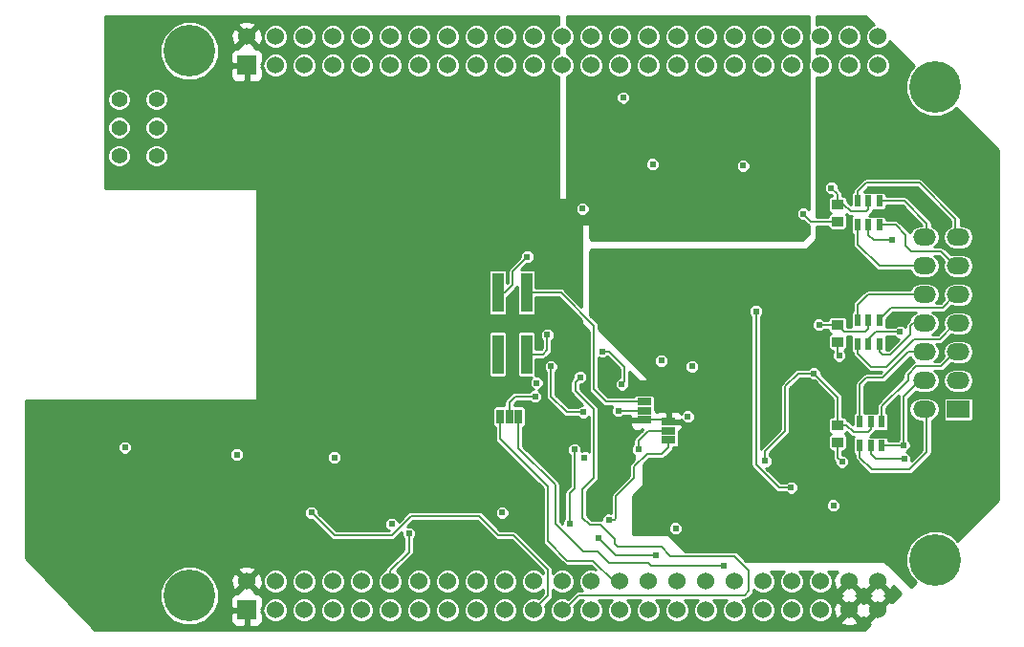
<source format=gbl>
G04 (created by PCBNEW (2013-05-31 BZR 4019)-stable) date 6/26/2014 3:48:14 PM*
%MOIN*%
G04 Gerber Fmt 3.4, Leading zero omitted, Abs format*
%FSLAX34Y34*%
G01*
G70*
G90*
G04 APERTURE LIST*
%ADD10C,0.00590551*%
%ADD11R,0.05X0.025*%
%ADD12O,0.0787402X0.0590551*%
%ADD13R,0.0787402X0.0590551*%
%ADD14R,0.0401575X0.135827*%
%ADD15R,0.0236X0.0394*%
%ADD16C,0.18*%
%ADD17R,0.065X0.065*%
%ADD18C,0.06*%
%ADD19R,0.0394X0.0354*%
%ADD20R,0.025X0.05*%
%ADD21C,0.055*%
%ADD22C,0.024*%
%ADD23C,0.008*%
%ADD24C,0.01*%
G04 APERTURE END LIST*
G54D10*
G54D11*
X-10100Y-10980D03*
X-10100Y-11300D03*
X-10100Y-11620D03*
G54D12*
X-333Y-5250D03*
X863Y-5250D03*
X863Y-6250D03*
X-333Y-6250D03*
X-333Y-7250D03*
X863Y-7250D03*
X863Y-8250D03*
X-333Y-8250D03*
X-333Y-9250D03*
X863Y-9250D03*
G54D13*
X863Y-11250D03*
G54D12*
X-333Y-11250D03*
X863Y-10250D03*
X-333Y-10250D03*
G54D14*
X-14200Y-9322D03*
X-14200Y-7177D03*
X-15200Y-9322D03*
X-15200Y-7177D03*
G54D15*
X-1900Y-8966D03*
X-2650Y-8966D03*
X-2275Y-8966D03*
X-2650Y-8134D03*
X-1900Y-8134D03*
X-2275Y-8134D03*
X-1825Y-12516D03*
X-2575Y-12516D03*
X-2200Y-12516D03*
X-2575Y-11684D03*
X-1825Y-11684D03*
X-2200Y-11684D03*
X-1900Y-4816D03*
X-2650Y-4816D03*
X-2275Y-4816D03*
X-2650Y-3984D03*
X-1900Y-3984D03*
X-2275Y-3984D03*
G54D16*
X50Y-16500D03*
X-25950Y-17750D03*
X-25950Y1250D03*
X50Y0D03*
G54D17*
X-23950Y-18250D03*
G54D18*
X-23950Y-17250D03*
X-22950Y-18250D03*
X-22950Y-17250D03*
X-21950Y-18250D03*
X-21950Y-17250D03*
X-20950Y-18250D03*
X-20950Y-17250D03*
X-19950Y-18250D03*
X-19950Y-17250D03*
X-18950Y-18250D03*
X-18950Y-17250D03*
X-17950Y-18250D03*
X-17950Y-17250D03*
X-16950Y-18250D03*
X-16950Y-17250D03*
X-15950Y-18250D03*
X-15950Y-17250D03*
X-14950Y-18250D03*
X-14950Y-17250D03*
X-13950Y-18250D03*
X-13950Y-17250D03*
X-12950Y-18250D03*
X-12950Y-17250D03*
X-11950Y-18250D03*
X-11950Y-17250D03*
X-10950Y-18250D03*
X-10950Y-17250D03*
X-9950Y-18250D03*
X-9950Y-17250D03*
X-8950Y-18250D03*
X-8950Y-17250D03*
X-7950Y-18250D03*
X-7950Y-17250D03*
X-6950Y-18250D03*
X-6950Y-17250D03*
X-5950Y-18250D03*
X-5950Y-17250D03*
X-4950Y-18250D03*
X-4950Y-17250D03*
X-3950Y-18250D03*
X-3950Y-17250D03*
X-2950Y-18250D03*
X-2950Y-17250D03*
X-1950Y-18250D03*
X-1950Y-17250D03*
G54D17*
X-23950Y750D03*
G54D18*
X-23950Y1750D03*
X-22950Y750D03*
X-22950Y1750D03*
X-21950Y750D03*
X-21950Y1750D03*
X-20950Y750D03*
X-20950Y1750D03*
X-19950Y750D03*
X-19950Y1750D03*
X-18950Y750D03*
X-18950Y1750D03*
X-17950Y750D03*
X-17950Y1750D03*
X-16950Y750D03*
X-16950Y1750D03*
X-15950Y750D03*
X-15950Y1750D03*
X-14950Y750D03*
X-14950Y1750D03*
X-13950Y750D03*
X-13950Y1750D03*
X-12950Y750D03*
X-12950Y1750D03*
X-11950Y750D03*
X-11950Y1750D03*
X-10950Y750D03*
X-10950Y1750D03*
X-9950Y750D03*
X-9950Y1750D03*
X-8950Y750D03*
X-8950Y1750D03*
X-7950Y750D03*
X-7950Y1750D03*
X-6950Y750D03*
X-6950Y1750D03*
X-5950Y750D03*
X-5950Y1750D03*
X-4950Y750D03*
X-4950Y1750D03*
X-3950Y750D03*
X-3950Y1750D03*
X-2950Y750D03*
X-2950Y1750D03*
X-1950Y750D03*
X-1950Y1750D03*
G54D19*
X-3350Y-11804D03*
X-3350Y-12396D03*
X-3350Y-8304D03*
X-3350Y-8896D03*
X-3350Y-4104D03*
X-3350Y-4696D03*
G54D20*
X-14480Y-11500D03*
X-14800Y-11500D03*
X-15120Y-11500D03*
G54D11*
X-9250Y-12320D03*
X-9250Y-12000D03*
X-9250Y-11680D03*
G54D21*
X-27100Y-440D03*
X-27100Y-1425D03*
X-27100Y-2409D03*
X-28399Y-440D03*
X-28399Y-1425D03*
X-28399Y-2409D03*
G54D22*
X-8425Y-9750D03*
X-4175Y-10000D03*
X-5875Y-13050D03*
X-4000Y-8300D03*
X-10825Y-375D03*
X-3575Y-3525D03*
X-13850Y-10325D03*
X-28200Y-12575D03*
X-15050Y-14850D03*
X-12175Y-12925D03*
X-24300Y-12825D03*
X-20900Y-12925D03*
X-18900Y-15250D03*
X-11325Y-15100D03*
X-9800Y-2700D03*
X-12250Y-4250D03*
X-9000Y-15400D03*
X-1175Y-8550D03*
X-3300Y-9375D03*
X-1450Y-5350D03*
X-8575Y-11500D03*
X-3500Y-14600D03*
X-1025Y-12975D03*
X-3200Y-13075D03*
X-9500Y-9550D03*
X-6650Y-2750D03*
X-4550Y-4425D03*
X-13900Y-10800D03*
X-10300Y-12650D03*
X-11000Y-11300D03*
X-1050Y-12500D03*
X-7325Y-16700D03*
X-12525Y-12650D03*
X-12700Y-15250D03*
X-12325Y-10125D03*
X-23160Y-2650D03*
X-19100Y-14800D03*
X-19650Y-13700D03*
X-22125Y-15675D03*
X-11125Y-10725D03*
X-1375Y-7975D03*
X-1450Y-8900D03*
X-1450Y-2575D03*
X-1200Y-4450D03*
X-1300Y-6950D03*
X-1275Y-10150D03*
X-1350Y-11125D03*
X-675Y-12000D03*
X-1300Y-13725D03*
X-11275Y-13625D03*
X-8775Y-12825D03*
X-6700Y-14500D03*
X-3425Y-14000D03*
X-6950Y-6925D03*
X-9350Y-11150D03*
X-12875Y-13700D03*
X-12250Y-9675D03*
X-10075Y-9575D03*
X-10875Y-10375D03*
X-11550Y-9225D03*
X-13475Y-8650D03*
X-21700Y-14850D03*
X-18300Y-15575D03*
X-11700Y-15725D03*
X-9700Y-16350D03*
X-13350Y-9750D03*
X-12225Y-11350D03*
X-14175Y-5925D03*
X-4975Y-13975D03*
X-6200Y-7825D03*
G54D23*
X-3350Y-10825D02*
X-4175Y-10000D01*
X-3350Y-10825D02*
X-3350Y-11804D01*
X-4725Y-10000D02*
X-4175Y-10000D01*
X-5175Y-10450D02*
X-4725Y-10000D01*
X-5175Y-12000D02*
X-5175Y-10450D01*
X-5875Y-12700D02*
X-5175Y-12000D01*
X-5875Y-13050D02*
X-5875Y-12700D01*
X-3350Y-8304D02*
X-3996Y-8304D01*
X-3996Y-8304D02*
X-4000Y-8300D01*
X-3350Y-4104D02*
X-3350Y-3750D01*
X-3350Y-3750D02*
X-3575Y-3525D01*
X-2200Y-11684D02*
X-2200Y-11950D01*
X-2200Y-11950D02*
X-2300Y-12050D01*
X-2300Y-12050D02*
X-2800Y-12050D01*
X-2800Y-12050D02*
X-3046Y-11804D01*
X-3046Y-11804D02*
X-3350Y-11804D01*
X-2275Y-8134D02*
X-2275Y-8425D01*
X-3104Y-8550D02*
X-3350Y-8304D01*
X-2400Y-8550D02*
X-3104Y-8550D01*
X-2275Y-8425D02*
X-2400Y-8550D01*
X-2275Y-3984D02*
X-2275Y-4275D01*
X-3146Y-4104D02*
X-3350Y-4104D01*
X-2900Y-4350D02*
X-3146Y-4104D01*
X-2350Y-4350D02*
X-2900Y-4350D01*
X-2275Y-4275D02*
X-2350Y-4350D01*
X-9250Y-12320D02*
X-9250Y-12575D01*
X-11125Y-15100D02*
X-11325Y-15100D01*
X-11075Y-15050D02*
X-11125Y-15100D01*
X-11075Y-14275D02*
X-11075Y-15050D01*
X-10450Y-13650D02*
X-11075Y-14275D01*
X-10450Y-13250D02*
X-10450Y-13650D01*
X-10000Y-12800D02*
X-10450Y-13250D01*
X-9475Y-12800D02*
X-10000Y-12800D01*
X-9250Y-12575D02*
X-9475Y-12800D01*
X-2275Y-8966D02*
X-2275Y-8800D01*
X-2025Y-8550D02*
X-1175Y-8550D01*
X-2275Y-8800D02*
X-2025Y-8550D01*
X-3350Y-8896D02*
X-3350Y-9325D01*
X-3350Y-9325D02*
X-3300Y-9375D01*
X-2275Y-5175D02*
X-2275Y-4816D01*
X-2100Y-5350D02*
X-1450Y-5350D01*
X-2275Y-5175D02*
X-2100Y-5350D01*
X-2200Y-12516D02*
X-2200Y-12800D01*
X-2025Y-12975D02*
X-1025Y-12975D01*
X-2200Y-12800D02*
X-2025Y-12975D01*
X-3350Y-12396D02*
X-3350Y-12925D01*
X-3350Y-12925D02*
X-3200Y-13075D01*
X-3350Y-4696D02*
X-4279Y-4696D01*
X-4279Y-4696D02*
X-4550Y-4425D01*
X-14800Y-11500D02*
X-14800Y-11000D01*
X-14600Y-10800D02*
X-13900Y-10800D01*
X-14800Y-11000D02*
X-14600Y-10800D01*
X-9250Y-12000D02*
X-9950Y-12000D01*
X-10300Y-12350D02*
X-10300Y-12650D01*
X-9950Y-12000D02*
X-10300Y-12350D01*
X-11000Y-11300D02*
X-10100Y-11300D01*
X-10100Y-10980D02*
X-11420Y-10980D01*
X-12997Y-7177D02*
X-14200Y-7177D01*
X-11850Y-8325D02*
X-12997Y-7177D01*
X-11850Y-10550D02*
X-11850Y-8325D01*
X-11420Y-10980D02*
X-11850Y-10550D01*
X-2575Y-12516D02*
X-2575Y-12925D01*
X-235Y-12735D02*
X-235Y-11250D01*
X-850Y-13350D02*
X-235Y-12735D01*
X-2150Y-13350D02*
X-850Y-13350D01*
X-2575Y-12925D02*
X-2150Y-13350D01*
X-235Y-5250D02*
X-235Y-4764D01*
X-1016Y-3984D02*
X-1900Y-3984D01*
X-235Y-4764D02*
X-1016Y-3984D01*
X764Y-5250D02*
X764Y-4614D01*
X-2650Y-3650D02*
X-2650Y-3984D01*
X-2350Y-3350D02*
X-2650Y-3650D01*
X-500Y-3350D02*
X-2350Y-3350D01*
X764Y-4614D02*
X-500Y-3350D01*
X-2650Y-4816D02*
X-2650Y-5500D01*
X-1900Y-6250D02*
X-235Y-6250D01*
X-2650Y-5500D02*
X-1900Y-6250D01*
X-1900Y-4816D02*
X-1325Y-4816D01*
X-775Y-5750D02*
X264Y-5750D01*
X264Y-5750D02*
X764Y-6250D01*
X-1325Y-4816D02*
X-975Y-5166D01*
X-975Y-5166D02*
X-975Y-5550D01*
X-975Y-5550D02*
X-775Y-5750D01*
X-2650Y-8134D02*
X-2650Y-7600D01*
X-2300Y-7250D02*
X-235Y-7250D01*
X-2650Y-7600D02*
X-2300Y-7250D01*
X-1900Y-8134D02*
X-1900Y-8100D01*
X314Y-7700D02*
X764Y-7250D01*
X-1500Y-7700D02*
X314Y-7700D01*
X-1900Y-8100D02*
X-1500Y-7700D01*
X-1900Y-8966D02*
X-1900Y-9250D01*
X-725Y-8250D02*
X-235Y-8250D01*
X-825Y-8350D02*
X-725Y-8250D01*
X-825Y-8650D02*
X-825Y-8350D01*
X-1525Y-9350D02*
X-825Y-8650D01*
X-1800Y-9350D02*
X-1525Y-9350D01*
X-1900Y-9250D02*
X-1800Y-9350D01*
X-2650Y-8966D02*
X-2650Y-9300D01*
X214Y-8800D02*
X764Y-8250D01*
X-675Y-8800D02*
X214Y-8800D01*
X-1650Y-9775D02*
X-675Y-8800D01*
X-2175Y-9775D02*
X-1650Y-9775D01*
X-2650Y-9300D02*
X-2175Y-9775D01*
X-235Y-9250D02*
X-875Y-9250D01*
X-2575Y-10375D02*
X-2575Y-11684D01*
X-2350Y-10150D02*
X-2575Y-10375D01*
X-1775Y-10150D02*
X-2350Y-10150D01*
X-875Y-9250D02*
X-1775Y-10150D01*
X-1825Y-11684D02*
X-1825Y-11150D01*
X-625Y-9750D02*
X264Y-9750D01*
X264Y-9750D02*
X764Y-9250D01*
X-900Y-10025D02*
X-625Y-9750D01*
X-900Y-10225D02*
X-900Y-10025D01*
X-1825Y-11150D02*
X-900Y-10225D01*
X-1825Y-12516D02*
X-1066Y-12516D01*
X-1066Y-12516D02*
X-1050Y-12500D01*
X-235Y-10250D02*
X-500Y-10250D01*
X-1050Y-10800D02*
X-1050Y-12500D01*
X-500Y-10250D02*
X-1050Y-10800D01*
X-13200Y-15225D02*
X-12225Y-16200D01*
X-14480Y-12595D02*
X-14480Y-11500D01*
X-13200Y-13875D02*
X-13200Y-15225D01*
X-14480Y-12595D02*
X-13200Y-13875D01*
X-9850Y-16700D02*
X-7325Y-16700D01*
X-9950Y-16600D02*
X-9850Y-16700D01*
X-11325Y-16600D02*
X-9950Y-16600D01*
X-11725Y-16200D02*
X-11325Y-16600D01*
X-12225Y-16200D02*
X-11725Y-16200D01*
X-10950Y-17250D02*
X-11150Y-17250D01*
X-15120Y-12280D02*
X-13450Y-13950D01*
X-13450Y-13950D02*
X-13450Y-15850D01*
X-15120Y-12280D02*
X-15120Y-11500D01*
X-12775Y-16525D02*
X-13450Y-15850D01*
X-11875Y-16525D02*
X-12775Y-16525D01*
X-11150Y-17250D02*
X-11875Y-16525D01*
X-12525Y-12650D02*
X-12525Y-14000D01*
X-12700Y-14175D02*
X-12525Y-14000D01*
X-12700Y-15250D02*
X-12700Y-14175D01*
X-12375Y-17725D02*
X-6600Y-17725D01*
X-12900Y-18250D02*
X-12375Y-17725D01*
X-9175Y-16375D02*
X-6950Y-16375D01*
X-12325Y-10125D02*
X-12500Y-10300D01*
X-12500Y-10300D02*
X-12500Y-10600D01*
X-12500Y-10600D02*
X-11850Y-11250D01*
X-11850Y-11250D02*
X-11850Y-13625D01*
X-11850Y-13625D02*
X-12250Y-14025D01*
X-12250Y-14025D02*
X-12250Y-15025D01*
X-12250Y-15025D02*
X-12000Y-15275D01*
X-12000Y-15275D02*
X-11625Y-15275D01*
X-11625Y-15275D02*
X-11125Y-15775D01*
X-11125Y-15775D02*
X-11125Y-15950D01*
X-11125Y-15950D02*
X-11025Y-16050D01*
X-11025Y-16050D02*
X-9500Y-16050D01*
X-9500Y-16050D02*
X-9175Y-16375D01*
X-6450Y-17575D02*
X-6600Y-17725D01*
X-6450Y-16875D02*
X-6450Y-17575D01*
X-6950Y-16375D02*
X-6450Y-16875D01*
X-12900Y-18250D02*
X-12950Y-18250D01*
X-9250Y-11680D02*
X-9250Y-11250D01*
X-9250Y-11250D02*
X-9350Y-11150D01*
X-10100Y-11620D02*
X-9310Y-11620D01*
X-9310Y-11620D02*
X-9250Y-11680D01*
X-10787Y-10287D02*
X-10787Y-9762D01*
X-10875Y-10375D02*
X-10787Y-10287D01*
X-11325Y-9225D02*
X-10787Y-9762D01*
X-11325Y-9225D02*
X-11550Y-9225D01*
X-14200Y-9322D02*
X-13622Y-9322D01*
X-13475Y-9175D02*
X-13475Y-8650D01*
X-13622Y-9322D02*
X-13475Y-9175D01*
X-20900Y-15650D02*
X-18900Y-15650D01*
X-21700Y-14850D02*
X-20900Y-15650D01*
X-14650Y-15650D02*
X-13450Y-16850D01*
X-13450Y-16850D02*
X-13450Y-17750D01*
X-13950Y-18250D02*
X-13450Y-17750D01*
X-15175Y-15650D02*
X-14650Y-15650D01*
X-15850Y-14975D02*
X-15175Y-15650D01*
X-18225Y-14975D02*
X-15850Y-14975D01*
X-18900Y-15650D02*
X-18225Y-14975D01*
X-18950Y-16875D02*
X-18950Y-17250D01*
X-18300Y-16225D02*
X-18950Y-16875D01*
X-18300Y-15575D02*
X-18300Y-16225D01*
X-9700Y-16350D02*
X-9725Y-16325D01*
X-9725Y-16325D02*
X-11100Y-16325D01*
X-11100Y-16325D02*
X-11700Y-15725D01*
X-13350Y-10800D02*
X-13350Y-9750D01*
X-12800Y-11350D02*
X-13350Y-10800D01*
X-12225Y-11350D02*
X-12800Y-11350D01*
X-15200Y-7177D02*
X-14952Y-7177D01*
X-14675Y-6425D02*
X-14175Y-5925D01*
X-14675Y-6900D02*
X-14675Y-6425D01*
X-14952Y-7177D02*
X-14675Y-6900D01*
X-5400Y-13975D02*
X-4975Y-13975D01*
X-6200Y-13175D02*
X-5400Y-13975D01*
X-6200Y-7825D02*
X-6200Y-13175D01*
G54D10*
G36*
X-7873Y-17255D02*
X-7944Y-17326D01*
X-7950Y-17320D01*
X-7955Y-17326D01*
X-8026Y-17255D01*
X-8020Y-17250D01*
X-8026Y-17244D01*
X-7955Y-17173D01*
X-7950Y-17179D01*
X-7944Y-17173D01*
X-7873Y-17244D01*
X-7879Y-17250D01*
X-7873Y-17255D01*
X-7873Y-17255D01*
G37*
G54D24*
X-7873Y-17255D02*
X-7944Y-17326D01*
X-7950Y-17320D01*
X-7955Y-17326D01*
X-8026Y-17255D01*
X-8020Y-17250D01*
X-8026Y-17244D01*
X-7955Y-17173D01*
X-7950Y-17179D01*
X-7944Y-17173D01*
X-7873Y-17244D01*
X-7879Y-17250D01*
X-7873Y-17255D01*
G54D10*
G36*
X-1216Y-10781D02*
X-1220Y-10800D01*
X-1220Y-12316D01*
X-1249Y-12346D01*
X-1576Y-12346D01*
X-1576Y-12293D01*
X-1596Y-12245D01*
X-1633Y-12208D01*
X-1681Y-12189D01*
X-1732Y-12188D01*
X-1968Y-12188D01*
X-2012Y-12207D01*
X-2056Y-12189D01*
X-2107Y-12188D01*
X-2207Y-12188D01*
X-2179Y-12170D01*
X-2079Y-12070D01*
X-2042Y-12015D01*
X-2040Y-12004D01*
X-2012Y-11992D01*
X-1968Y-12010D01*
X-1917Y-12011D01*
X-1681Y-12011D01*
X-1633Y-11991D01*
X-1596Y-11954D01*
X-1577Y-11906D01*
X-1576Y-11855D01*
X-1576Y-11461D01*
X-1596Y-11413D01*
X-1633Y-11376D01*
X-1655Y-11367D01*
X-1655Y-11220D01*
X-1216Y-10781D01*
X-1216Y-10781D01*
G37*
G54D24*
X-1216Y-10781D02*
X-1220Y-10800D01*
X-1220Y-12316D01*
X-1249Y-12346D01*
X-1576Y-12346D01*
X-1576Y-12293D01*
X-1596Y-12245D01*
X-1633Y-12208D01*
X-1681Y-12189D01*
X-1732Y-12188D01*
X-1968Y-12188D01*
X-2012Y-12207D01*
X-2056Y-12189D01*
X-2107Y-12188D01*
X-2207Y-12188D01*
X-2179Y-12170D01*
X-2079Y-12070D01*
X-2042Y-12015D01*
X-2040Y-12004D01*
X-2012Y-11992D01*
X-1968Y-12010D01*
X-1917Y-12011D01*
X-1681Y-12011D01*
X-1633Y-11991D01*
X-1596Y-11954D01*
X-1577Y-11906D01*
X-1576Y-11855D01*
X-1576Y-11461D01*
X-1596Y-11413D01*
X-1633Y-11376D01*
X-1655Y-11367D01*
X-1655Y-11220D01*
X-1216Y-10781D01*
G54D10*
G36*
X-1215Y-8799D02*
X-1595Y-9180D01*
X-1652Y-9180D01*
X-1651Y-9137D01*
X-1651Y-8743D01*
X-1661Y-8720D01*
X-1358Y-8720D01*
X-1316Y-8761D01*
X-1224Y-8799D01*
X-1215Y-8799D01*
X-1215Y-8799D01*
G37*
G54D24*
X-1215Y-8799D02*
X-1595Y-9180D01*
X-1652Y-9180D01*
X-1651Y-9137D01*
X-1651Y-8743D01*
X-1661Y-8720D01*
X-1358Y-8720D01*
X-1316Y-8761D01*
X-1224Y-8799D01*
X-1215Y-8799D01*
G54D10*
G36*
X-1145Y-17675D02*
X-1458Y-17987D01*
X-1468Y-17962D01*
X-1564Y-17934D01*
X-1634Y-18005D01*
X-1634Y-17864D01*
X-1662Y-17768D01*
X-1710Y-17751D01*
X-1662Y-17731D01*
X-1634Y-17635D01*
X-1950Y-17320D01*
X-2020Y-17391D01*
X-2265Y-17635D01*
X-2237Y-17731D01*
X-2189Y-17748D01*
X-2237Y-17768D01*
X-2265Y-17864D01*
X-1950Y-18179D01*
X-1634Y-17864D01*
X-1634Y-18005D01*
X-1879Y-18250D01*
X-1873Y-18255D01*
X-1944Y-18326D01*
X-1950Y-18320D01*
X-2020Y-18391D01*
X-2020Y-18250D01*
X-2335Y-17934D01*
X-2431Y-17962D01*
X-2448Y-18010D01*
X-2468Y-17962D01*
X-2564Y-17934D01*
X-2634Y-18005D01*
X-2634Y-17864D01*
X-2662Y-17768D01*
X-2710Y-17751D01*
X-2662Y-17731D01*
X-2634Y-17635D01*
X-2950Y-17320D01*
X-3020Y-17391D01*
X-3265Y-17635D01*
X-3237Y-17731D01*
X-3189Y-17748D01*
X-3237Y-17768D01*
X-3265Y-17864D01*
X-2950Y-18179D01*
X-2634Y-17864D01*
X-2634Y-18005D01*
X-2879Y-18250D01*
X-2564Y-18565D01*
X-2468Y-18537D01*
X-2451Y-18489D01*
X-2431Y-18537D01*
X-2335Y-18565D01*
X-2020Y-18250D01*
X-2020Y-18391D01*
X-2265Y-18635D01*
X-2237Y-18731D01*
X-2211Y-18740D01*
X-2420Y-18950D01*
X-2634Y-18950D01*
X-2634Y-18635D01*
X-2950Y-18320D01*
X-3020Y-18391D01*
X-3020Y-18250D01*
X-3335Y-17934D01*
X-3431Y-17962D01*
X-3504Y-18168D01*
X-3493Y-18386D01*
X-3431Y-18537D01*
X-3335Y-18565D01*
X-3020Y-18250D01*
X-3020Y-18391D01*
X-3265Y-18635D01*
X-3237Y-18731D01*
X-3031Y-18804D01*
X-2813Y-18793D01*
X-2662Y-18731D01*
X-2634Y-18635D01*
X-2634Y-18950D01*
X-3519Y-18950D01*
X-3519Y-18164D01*
X-3585Y-18006D01*
X-3706Y-17885D01*
X-3864Y-17820D01*
X-4035Y-17819D01*
X-4193Y-17885D01*
X-4314Y-18006D01*
X-4379Y-18164D01*
X-4380Y-18335D01*
X-4314Y-18493D01*
X-4193Y-18614D01*
X-4035Y-18679D01*
X-3864Y-18680D01*
X-3706Y-18614D01*
X-3585Y-18493D01*
X-3520Y-18335D01*
X-3519Y-18164D01*
X-3519Y-18950D01*
X-4519Y-18950D01*
X-4519Y-18164D01*
X-4585Y-18006D01*
X-4706Y-17885D01*
X-4864Y-17820D01*
X-5035Y-17819D01*
X-5193Y-17885D01*
X-5314Y-18006D01*
X-5379Y-18164D01*
X-5380Y-18335D01*
X-5314Y-18493D01*
X-5193Y-18614D01*
X-5035Y-18679D01*
X-4864Y-18680D01*
X-4706Y-18614D01*
X-4585Y-18493D01*
X-4520Y-18335D01*
X-4519Y-18164D01*
X-4519Y-18950D01*
X-5519Y-18950D01*
X-5519Y-18164D01*
X-5585Y-18006D01*
X-5706Y-17885D01*
X-5864Y-17820D01*
X-6035Y-17819D01*
X-6193Y-17885D01*
X-6314Y-18006D01*
X-6379Y-18164D01*
X-6380Y-18335D01*
X-6314Y-18493D01*
X-6193Y-18614D01*
X-6035Y-18679D01*
X-5864Y-18680D01*
X-5706Y-18614D01*
X-5585Y-18493D01*
X-5520Y-18335D01*
X-5519Y-18164D01*
X-5519Y-18950D01*
X-14519Y-18950D01*
X-14519Y-18164D01*
X-14519Y-17164D01*
X-14585Y-17006D01*
X-14706Y-16885D01*
X-14864Y-16820D01*
X-15035Y-16819D01*
X-15193Y-16885D01*
X-15314Y-17006D01*
X-15379Y-17164D01*
X-15380Y-17335D01*
X-15314Y-17493D01*
X-15193Y-17614D01*
X-15035Y-17679D01*
X-14864Y-17680D01*
X-14706Y-17614D01*
X-14585Y-17493D01*
X-14520Y-17335D01*
X-14519Y-17164D01*
X-14519Y-18164D01*
X-14585Y-18006D01*
X-14706Y-17885D01*
X-14864Y-17820D01*
X-15035Y-17819D01*
X-15193Y-17885D01*
X-15314Y-18006D01*
X-15379Y-18164D01*
X-15380Y-18335D01*
X-15314Y-18493D01*
X-15193Y-18614D01*
X-15035Y-18679D01*
X-14864Y-18680D01*
X-14706Y-18614D01*
X-14585Y-18493D01*
X-14520Y-18335D01*
X-14519Y-18164D01*
X-14519Y-18950D01*
X-15519Y-18950D01*
X-15519Y-18164D01*
X-15519Y-17164D01*
X-15585Y-17006D01*
X-15706Y-16885D01*
X-15864Y-16820D01*
X-16035Y-16819D01*
X-16193Y-16885D01*
X-16314Y-17006D01*
X-16379Y-17164D01*
X-16380Y-17335D01*
X-16314Y-17493D01*
X-16193Y-17614D01*
X-16035Y-17679D01*
X-15864Y-17680D01*
X-15706Y-17614D01*
X-15585Y-17493D01*
X-15520Y-17335D01*
X-15519Y-17164D01*
X-15519Y-18164D01*
X-15585Y-18006D01*
X-15706Y-17885D01*
X-15864Y-17820D01*
X-16035Y-17819D01*
X-16193Y-17885D01*
X-16314Y-18006D01*
X-16379Y-18164D01*
X-16380Y-18335D01*
X-16314Y-18493D01*
X-16193Y-18614D01*
X-16035Y-18679D01*
X-15864Y-18680D01*
X-15706Y-18614D01*
X-15585Y-18493D01*
X-15520Y-18335D01*
X-15519Y-18164D01*
X-15519Y-18950D01*
X-16519Y-18950D01*
X-16519Y-18164D01*
X-16519Y-17164D01*
X-16585Y-17006D01*
X-16706Y-16885D01*
X-16864Y-16820D01*
X-17035Y-16819D01*
X-17193Y-16885D01*
X-17314Y-17006D01*
X-17379Y-17164D01*
X-17380Y-17335D01*
X-17314Y-17493D01*
X-17193Y-17614D01*
X-17035Y-17679D01*
X-16864Y-17680D01*
X-16706Y-17614D01*
X-16585Y-17493D01*
X-16520Y-17335D01*
X-16519Y-17164D01*
X-16519Y-18164D01*
X-16585Y-18006D01*
X-16706Y-17885D01*
X-16864Y-17820D01*
X-17035Y-17819D01*
X-17193Y-17885D01*
X-17314Y-18006D01*
X-17379Y-18164D01*
X-17380Y-18335D01*
X-17314Y-18493D01*
X-17193Y-18614D01*
X-17035Y-18679D01*
X-16864Y-18680D01*
X-16706Y-18614D01*
X-16585Y-18493D01*
X-16520Y-18335D01*
X-16519Y-18164D01*
X-16519Y-18950D01*
X-17519Y-18950D01*
X-17519Y-18164D01*
X-17519Y-17164D01*
X-17585Y-17006D01*
X-17706Y-16885D01*
X-17864Y-16820D01*
X-18035Y-16819D01*
X-18193Y-16885D01*
X-18314Y-17006D01*
X-18379Y-17164D01*
X-18380Y-17335D01*
X-18314Y-17493D01*
X-18193Y-17614D01*
X-18035Y-17679D01*
X-17864Y-17680D01*
X-17706Y-17614D01*
X-17585Y-17493D01*
X-17520Y-17335D01*
X-17519Y-17164D01*
X-17519Y-18164D01*
X-17585Y-18006D01*
X-17706Y-17885D01*
X-17864Y-17820D01*
X-18035Y-17819D01*
X-18193Y-17885D01*
X-18314Y-18006D01*
X-18379Y-18164D01*
X-18380Y-18335D01*
X-18314Y-18493D01*
X-18193Y-18614D01*
X-18035Y-18679D01*
X-17864Y-18680D01*
X-17706Y-18614D01*
X-17585Y-18493D01*
X-17520Y-18335D01*
X-17519Y-18164D01*
X-17519Y-18950D01*
X-18519Y-18950D01*
X-18519Y-18164D01*
X-18585Y-18006D01*
X-18706Y-17885D01*
X-18864Y-17820D01*
X-19035Y-17819D01*
X-19193Y-17885D01*
X-19314Y-18006D01*
X-19379Y-18164D01*
X-19380Y-18335D01*
X-19314Y-18493D01*
X-19193Y-18614D01*
X-19035Y-18679D01*
X-18864Y-18680D01*
X-18706Y-18614D01*
X-18585Y-18493D01*
X-18520Y-18335D01*
X-18519Y-18164D01*
X-18519Y-18950D01*
X-19519Y-18950D01*
X-19519Y-18164D01*
X-19519Y-17164D01*
X-19585Y-17006D01*
X-19706Y-16885D01*
X-19864Y-16820D01*
X-20035Y-16819D01*
X-20193Y-16885D01*
X-20314Y-17006D01*
X-20379Y-17164D01*
X-20380Y-17335D01*
X-20314Y-17493D01*
X-20193Y-17614D01*
X-20035Y-17679D01*
X-19864Y-17680D01*
X-19706Y-17614D01*
X-19585Y-17493D01*
X-19520Y-17335D01*
X-19519Y-17164D01*
X-19519Y-18164D01*
X-19585Y-18006D01*
X-19706Y-17885D01*
X-19864Y-17820D01*
X-20035Y-17819D01*
X-20193Y-17885D01*
X-20314Y-18006D01*
X-20379Y-18164D01*
X-20380Y-18335D01*
X-20314Y-18493D01*
X-20193Y-18614D01*
X-20035Y-18679D01*
X-19864Y-18680D01*
X-19706Y-18614D01*
X-19585Y-18493D01*
X-19520Y-18335D01*
X-19519Y-18164D01*
X-19519Y-18950D01*
X-20519Y-18950D01*
X-20519Y-18164D01*
X-20519Y-17164D01*
X-20585Y-17006D01*
X-20706Y-16885D01*
X-20864Y-16820D01*
X-21035Y-16819D01*
X-21193Y-16885D01*
X-21314Y-17006D01*
X-21379Y-17164D01*
X-21380Y-17335D01*
X-21314Y-17493D01*
X-21193Y-17614D01*
X-21035Y-17679D01*
X-20864Y-17680D01*
X-20706Y-17614D01*
X-20585Y-17493D01*
X-20520Y-17335D01*
X-20519Y-17164D01*
X-20519Y-18164D01*
X-20585Y-18006D01*
X-20706Y-17885D01*
X-20864Y-17820D01*
X-21035Y-17819D01*
X-21193Y-17885D01*
X-21314Y-18006D01*
X-21379Y-18164D01*
X-21380Y-18335D01*
X-21314Y-18493D01*
X-21193Y-18614D01*
X-21035Y-18679D01*
X-20864Y-18680D01*
X-20706Y-18614D01*
X-20585Y-18493D01*
X-20520Y-18335D01*
X-20519Y-18164D01*
X-20519Y-18950D01*
X-21519Y-18950D01*
X-21519Y-18164D01*
X-21519Y-17164D01*
X-21585Y-17006D01*
X-21706Y-16885D01*
X-21864Y-16820D01*
X-22035Y-16819D01*
X-22193Y-16885D01*
X-22314Y-17006D01*
X-22379Y-17164D01*
X-22380Y-17335D01*
X-22314Y-17493D01*
X-22193Y-17614D01*
X-22035Y-17679D01*
X-21864Y-17680D01*
X-21706Y-17614D01*
X-21585Y-17493D01*
X-21520Y-17335D01*
X-21519Y-17164D01*
X-21519Y-18164D01*
X-21585Y-18006D01*
X-21706Y-17885D01*
X-21864Y-17820D01*
X-22035Y-17819D01*
X-22193Y-17885D01*
X-22314Y-18006D01*
X-22379Y-18164D01*
X-22380Y-18335D01*
X-22314Y-18493D01*
X-22193Y-18614D01*
X-22035Y-18679D01*
X-21864Y-18680D01*
X-21706Y-18614D01*
X-21585Y-18493D01*
X-21520Y-18335D01*
X-21519Y-18164D01*
X-21519Y-18950D01*
X-22519Y-18950D01*
X-22519Y-18164D01*
X-22519Y-17164D01*
X-22519Y835D01*
X-22519Y1835D01*
X-22585Y1993D01*
X-22706Y2114D01*
X-22864Y2179D01*
X-23035Y2180D01*
X-23193Y2114D01*
X-23314Y1993D01*
X-23379Y1835D01*
X-23380Y1664D01*
X-23314Y1506D01*
X-23193Y1385D01*
X-23035Y1320D01*
X-22864Y1319D01*
X-22706Y1385D01*
X-22585Y1506D01*
X-22520Y1664D01*
X-22519Y1835D01*
X-22519Y835D01*
X-22585Y993D01*
X-22706Y1114D01*
X-22864Y1179D01*
X-23035Y1180D01*
X-23193Y1114D01*
X-23314Y993D01*
X-23374Y847D01*
X-23379Y835D01*
X-23379Y800D01*
X-23437Y800D01*
X-23375Y862D01*
X-23374Y1025D01*
X-23375Y1124D01*
X-23395Y1173D01*
X-23395Y1668D01*
X-23406Y1886D01*
X-23468Y2037D01*
X-23564Y2065D01*
X-23634Y1994D01*
X-23634Y2135D01*
X-23662Y2231D01*
X-23868Y2304D01*
X-24086Y2293D01*
X-24237Y2231D01*
X-24265Y2135D01*
X-23950Y1820D01*
X-23634Y2135D01*
X-23634Y1994D01*
X-23879Y1750D01*
X-23564Y1434D01*
X-23468Y1462D01*
X-23395Y1668D01*
X-23395Y1173D01*
X-23413Y1216D01*
X-23483Y1287D01*
X-23575Y1325D01*
X-23646Y1325D01*
X-23634Y1364D01*
X-23950Y1679D01*
X-24020Y1608D01*
X-24020Y1750D01*
X-24335Y2065D01*
X-24431Y2037D01*
X-24504Y1831D01*
X-24493Y1613D01*
X-24431Y1462D01*
X-24335Y1434D01*
X-24020Y1750D01*
X-24020Y1608D01*
X-24265Y1364D01*
X-24253Y1325D01*
X-24324Y1325D01*
X-24416Y1287D01*
X-24486Y1216D01*
X-24524Y1124D01*
X-24525Y1025D01*
X-24525Y862D01*
X-24462Y800D01*
X-24000Y800D01*
X-24000Y807D01*
X-23900Y807D01*
X-23900Y800D01*
X-23892Y800D01*
X-23892Y700D01*
X-23900Y700D01*
X-23900Y237D01*
X-23837Y175D01*
X-23575Y174D01*
X-23483Y212D01*
X-23413Y283D01*
X-23375Y375D01*
X-23374Y474D01*
X-23375Y637D01*
X-23437Y699D01*
X-23380Y699D01*
X-23380Y664D01*
X-23314Y506D01*
X-23193Y385D01*
X-23035Y320D01*
X-22864Y319D01*
X-22706Y385D01*
X-22585Y506D01*
X-22520Y664D01*
X-22519Y835D01*
X-22519Y-17164D01*
X-22585Y-17006D01*
X-22706Y-16885D01*
X-22864Y-16820D01*
X-23035Y-16819D01*
X-23193Y-16885D01*
X-23314Y-17006D01*
X-23374Y-17152D01*
X-23379Y-17164D01*
X-23380Y-17335D01*
X-23314Y-17493D01*
X-23193Y-17614D01*
X-23035Y-17679D01*
X-22864Y-17680D01*
X-22706Y-17614D01*
X-22585Y-17493D01*
X-22520Y-17335D01*
X-22519Y-17164D01*
X-22519Y-18164D01*
X-22585Y-18006D01*
X-22706Y-17885D01*
X-22864Y-17820D01*
X-23035Y-17819D01*
X-23193Y-17885D01*
X-23314Y-18006D01*
X-23374Y-18152D01*
X-23379Y-18164D01*
X-23379Y-18199D01*
X-23437Y-18199D01*
X-23375Y-18137D01*
X-23374Y-17974D01*
X-23375Y-17875D01*
X-23395Y-17826D01*
X-23395Y-17331D01*
X-23406Y-17113D01*
X-23468Y-16962D01*
X-23564Y-16934D01*
X-23634Y-17005D01*
X-23634Y-16864D01*
X-23662Y-16768D01*
X-23868Y-16695D01*
X-24049Y-16704D01*
X-24049Y-12775D01*
X-24087Y-12683D01*
X-24158Y-12613D01*
X-24250Y-12575D01*
X-24349Y-12574D01*
X-24441Y-12612D01*
X-24511Y-12683D01*
X-24549Y-12775D01*
X-24550Y-12874D01*
X-24512Y-12966D01*
X-24441Y-13036D01*
X-24349Y-13074D01*
X-24250Y-13075D01*
X-24158Y-13037D01*
X-24088Y-12966D01*
X-24050Y-12874D01*
X-24049Y-12775D01*
X-24049Y-16704D01*
X-24086Y-16706D01*
X-24237Y-16768D01*
X-24265Y-16864D01*
X-23950Y-17179D01*
X-23634Y-16864D01*
X-23634Y-17005D01*
X-23879Y-17250D01*
X-23564Y-17565D01*
X-23468Y-17537D01*
X-23395Y-17331D01*
X-23395Y-17826D01*
X-23413Y-17783D01*
X-23483Y-17712D01*
X-23575Y-17674D01*
X-23646Y-17674D01*
X-23634Y-17635D01*
X-23950Y-17320D01*
X-24020Y-17391D01*
X-24020Y-17250D01*
X-24335Y-16934D01*
X-24431Y-16962D01*
X-24504Y-17168D01*
X-24493Y-17386D01*
X-24431Y-17537D01*
X-24335Y-17565D01*
X-24020Y-17250D01*
X-24020Y-17391D01*
X-24265Y-17635D01*
X-24253Y-17674D01*
X-24324Y-17674D01*
X-24416Y-17712D01*
X-24486Y-17783D01*
X-24524Y-17875D01*
X-24525Y-17974D01*
X-24525Y-18137D01*
X-24462Y-18200D01*
X-24000Y-18200D01*
X-24000Y-18192D01*
X-23900Y-18192D01*
X-23900Y-18200D01*
X-23892Y-18200D01*
X-23892Y-18300D01*
X-23900Y-18300D01*
X-23900Y-18762D01*
X-23837Y-18825D01*
X-23575Y-18825D01*
X-23483Y-18787D01*
X-23413Y-18716D01*
X-23375Y-18624D01*
X-23374Y-18525D01*
X-23375Y-18362D01*
X-23437Y-18300D01*
X-23380Y-18300D01*
X-23380Y-18335D01*
X-23314Y-18493D01*
X-23193Y-18614D01*
X-23035Y-18679D01*
X-22864Y-18680D01*
X-22706Y-18614D01*
X-22585Y-18493D01*
X-22520Y-18335D01*
X-22519Y-18164D01*
X-22519Y-18950D01*
X-23374Y-18950D01*
X-24000Y-18950D01*
X-24000Y-18762D01*
X-24000Y-18300D01*
X-24462Y-18300D01*
X-24525Y-18362D01*
X-24525Y-18525D01*
X-24524Y-18624D01*
X-24486Y-18716D01*
X-24416Y-18787D01*
X-24324Y-18825D01*
X-24062Y-18825D01*
X-24000Y-18762D01*
X-24000Y-18950D01*
X-24919Y-18950D01*
X-24919Y-17546D01*
X-25076Y-17167D01*
X-25365Y-16877D01*
X-25744Y-16720D01*
X-26153Y-16719D01*
X-26532Y-16876D01*
X-26822Y-17165D01*
X-26979Y-17544D01*
X-26980Y-17953D01*
X-26823Y-18332D01*
X-26534Y-18622D01*
X-26155Y-18779D01*
X-25746Y-18780D01*
X-25367Y-18623D01*
X-25077Y-18334D01*
X-24920Y-17955D01*
X-24919Y-17546D01*
X-24919Y-18950D01*
X-27949Y-18950D01*
X-27949Y-12525D01*
X-27987Y-12433D01*
X-28058Y-12363D01*
X-28150Y-12325D01*
X-28249Y-12324D01*
X-28341Y-12362D01*
X-28411Y-12433D01*
X-28449Y-12525D01*
X-28450Y-12624D01*
X-28412Y-12716D01*
X-28341Y-12786D01*
X-28249Y-12824D01*
X-28150Y-12825D01*
X-28058Y-12787D01*
X-27988Y-12716D01*
X-27950Y-12624D01*
X-27949Y-12525D01*
X-27949Y-18950D01*
X-29250Y-18950D01*
X-29250Y-18929D01*
X-31650Y-16454D01*
X-31650Y-10950D01*
X-23600Y-10950D01*
X-23600Y-3550D01*
X-24000Y-3550D01*
X-24000Y237D01*
X-24000Y700D01*
X-24462Y700D01*
X-24525Y637D01*
X-24525Y474D01*
X-24524Y375D01*
X-24486Y283D01*
X-24416Y212D01*
X-24324Y174D01*
X-24062Y175D01*
X-24000Y237D01*
X-24000Y-3550D01*
X-24919Y-3550D01*
X-24919Y1453D01*
X-25076Y1832D01*
X-25365Y2122D01*
X-25744Y2279D01*
X-26153Y2280D01*
X-26532Y2123D01*
X-26822Y1834D01*
X-26979Y1455D01*
X-26980Y1046D01*
X-26823Y667D01*
X-26534Y377D01*
X-26155Y220D01*
X-25746Y219D01*
X-25367Y376D01*
X-25077Y665D01*
X-24920Y1044D01*
X-24919Y1453D01*
X-24919Y-3550D01*
X-26695Y-3550D01*
X-26695Y-2329D01*
X-26695Y-1344D01*
X-26695Y-360D01*
X-26756Y-211D01*
X-26870Y-97D01*
X-27019Y-35D01*
X-27180Y-35D01*
X-27329Y-97D01*
X-27443Y-211D01*
X-27505Y-359D01*
X-27505Y-520D01*
X-27443Y-669D01*
X-27330Y-783D01*
X-27181Y-845D01*
X-27020Y-845D01*
X-26871Y-784D01*
X-26757Y-670D01*
X-26695Y-521D01*
X-26695Y-360D01*
X-26695Y-1344D01*
X-26756Y-1195D01*
X-26870Y-1081D01*
X-27019Y-1020D01*
X-27180Y-1019D01*
X-27329Y-1081D01*
X-27443Y-1195D01*
X-27505Y-1344D01*
X-27505Y-1505D01*
X-27443Y-1654D01*
X-27330Y-1768D01*
X-27181Y-1829D01*
X-27020Y-1830D01*
X-26871Y-1768D01*
X-26757Y-1654D01*
X-26695Y-1505D01*
X-26695Y-1344D01*
X-26695Y-2329D01*
X-26756Y-2180D01*
X-26870Y-2066D01*
X-27019Y-2004D01*
X-27180Y-2004D01*
X-27329Y-2065D01*
X-27443Y-2179D01*
X-27505Y-2328D01*
X-27505Y-2489D01*
X-27443Y-2638D01*
X-27330Y-2752D01*
X-27181Y-2814D01*
X-27020Y-2814D01*
X-26871Y-2752D01*
X-26757Y-2638D01*
X-26695Y-2490D01*
X-26695Y-2329D01*
X-26695Y-3550D01*
X-27994Y-3550D01*
X-27994Y-2329D01*
X-27994Y-1344D01*
X-27994Y-360D01*
X-28056Y-211D01*
X-28169Y-97D01*
X-28318Y-35D01*
X-28479Y-35D01*
X-28628Y-97D01*
X-28742Y-211D01*
X-28804Y-359D01*
X-28804Y-520D01*
X-28743Y-669D01*
X-28629Y-783D01*
X-28480Y-845D01*
X-28319Y-845D01*
X-28170Y-784D01*
X-28056Y-670D01*
X-27994Y-521D01*
X-27994Y-360D01*
X-27994Y-1344D01*
X-28056Y-1195D01*
X-28169Y-1081D01*
X-28318Y-1020D01*
X-28479Y-1019D01*
X-28628Y-1081D01*
X-28742Y-1195D01*
X-28804Y-1344D01*
X-28804Y-1505D01*
X-28743Y-1654D01*
X-28629Y-1768D01*
X-28480Y-1829D01*
X-28319Y-1830D01*
X-28170Y-1768D01*
X-28056Y-1654D01*
X-27994Y-1505D01*
X-27994Y-1344D01*
X-27994Y-2329D01*
X-28056Y-2180D01*
X-28169Y-2066D01*
X-28318Y-2004D01*
X-28479Y-2004D01*
X-28628Y-2065D01*
X-28742Y-2179D01*
X-28804Y-2328D01*
X-28804Y-2489D01*
X-28743Y-2638D01*
X-28629Y-2752D01*
X-28480Y-2814D01*
X-28319Y-2814D01*
X-28170Y-2752D01*
X-28056Y-2638D01*
X-27994Y-2490D01*
X-27994Y-2329D01*
X-27994Y-3550D01*
X-28900Y-3550D01*
X-28900Y2450D01*
X-13100Y2450D01*
X-13100Y2153D01*
X-13193Y2114D01*
X-13314Y1993D01*
X-13379Y1835D01*
X-13380Y1664D01*
X-13314Y1506D01*
X-13193Y1385D01*
X-13100Y1346D01*
X-13100Y1153D01*
X-13193Y1114D01*
X-13314Y993D01*
X-13379Y835D01*
X-13380Y664D01*
X-13314Y506D01*
X-13193Y385D01*
X-13100Y346D01*
X-13100Y-3950D01*
X-12800Y-3950D01*
X-12800Y346D01*
X-12706Y385D01*
X-12585Y506D01*
X-12520Y664D01*
X-12519Y835D01*
X-12585Y993D01*
X-12706Y1114D01*
X-12800Y1153D01*
X-12800Y1346D01*
X-12706Y1385D01*
X-12585Y1506D01*
X-12520Y1664D01*
X-12519Y1835D01*
X-12585Y1993D01*
X-12706Y2114D01*
X-12800Y2153D01*
X-12800Y2450D01*
X-4350Y2450D01*
X-4350Y1907D01*
X-4379Y1835D01*
X-4380Y1664D01*
X-4350Y1592D01*
X-4350Y907D01*
X-4379Y835D01*
X-4380Y664D01*
X-4350Y592D01*
X-4350Y-4271D01*
X-4408Y-4213D01*
X-4500Y-4175D01*
X-4519Y-4175D01*
X-4519Y835D01*
X-4519Y1835D01*
X-4585Y1993D01*
X-4706Y2114D01*
X-4864Y2179D01*
X-5035Y2180D01*
X-5193Y2114D01*
X-5314Y1993D01*
X-5379Y1835D01*
X-5380Y1664D01*
X-5314Y1506D01*
X-5193Y1385D01*
X-5035Y1320D01*
X-4864Y1319D01*
X-4706Y1385D01*
X-4585Y1506D01*
X-4520Y1664D01*
X-4519Y1835D01*
X-4519Y835D01*
X-4585Y993D01*
X-4706Y1114D01*
X-4864Y1179D01*
X-5035Y1180D01*
X-5193Y1114D01*
X-5314Y993D01*
X-5379Y835D01*
X-5380Y664D01*
X-5314Y506D01*
X-5193Y385D01*
X-5035Y320D01*
X-4864Y319D01*
X-4706Y385D01*
X-4585Y506D01*
X-4520Y664D01*
X-4519Y835D01*
X-4519Y-4175D01*
X-4599Y-4174D01*
X-4691Y-4212D01*
X-4761Y-4283D01*
X-4799Y-4375D01*
X-4800Y-4474D01*
X-4762Y-4566D01*
X-4691Y-4636D01*
X-4599Y-4674D01*
X-4540Y-4675D01*
X-4399Y-4816D01*
X-4399Y-4816D01*
X-4350Y-4849D01*
X-4350Y-5129D01*
X-4570Y-5350D01*
X-5519Y-5350D01*
X-5519Y835D01*
X-5519Y1835D01*
X-5585Y1993D01*
X-5706Y2114D01*
X-5864Y2179D01*
X-6035Y2180D01*
X-6193Y2114D01*
X-6314Y1993D01*
X-6379Y1835D01*
X-6380Y1664D01*
X-6314Y1506D01*
X-6193Y1385D01*
X-6035Y1320D01*
X-5864Y1319D01*
X-5706Y1385D01*
X-5585Y1506D01*
X-5520Y1664D01*
X-5519Y1835D01*
X-5519Y835D01*
X-5585Y993D01*
X-5706Y1114D01*
X-5864Y1179D01*
X-6035Y1180D01*
X-6193Y1114D01*
X-6314Y993D01*
X-6379Y835D01*
X-6380Y664D01*
X-6314Y506D01*
X-6193Y385D01*
X-6035Y320D01*
X-5864Y319D01*
X-5706Y385D01*
X-5585Y506D01*
X-5520Y664D01*
X-5519Y835D01*
X-5519Y-5350D01*
X-6399Y-5350D01*
X-6399Y-2700D01*
X-6437Y-2608D01*
X-6508Y-2538D01*
X-6519Y-2533D01*
X-6519Y835D01*
X-6519Y1835D01*
X-6585Y1993D01*
X-6706Y2114D01*
X-6864Y2179D01*
X-7035Y2180D01*
X-7193Y2114D01*
X-7314Y1993D01*
X-7379Y1835D01*
X-7380Y1664D01*
X-7314Y1506D01*
X-7193Y1385D01*
X-7035Y1320D01*
X-6864Y1319D01*
X-6706Y1385D01*
X-6585Y1506D01*
X-6520Y1664D01*
X-6519Y1835D01*
X-6519Y835D01*
X-6585Y993D01*
X-6706Y1114D01*
X-6864Y1179D01*
X-7035Y1180D01*
X-7193Y1114D01*
X-7314Y993D01*
X-7379Y835D01*
X-7380Y664D01*
X-7314Y506D01*
X-7193Y385D01*
X-7035Y320D01*
X-6864Y319D01*
X-6706Y385D01*
X-6585Y506D01*
X-6520Y664D01*
X-6519Y835D01*
X-6519Y-2533D01*
X-6600Y-2500D01*
X-6699Y-2499D01*
X-6791Y-2537D01*
X-6861Y-2608D01*
X-6899Y-2700D01*
X-6900Y-2799D01*
X-6862Y-2891D01*
X-6791Y-2961D01*
X-6699Y-2999D01*
X-6600Y-3000D01*
X-6508Y-2962D01*
X-6438Y-2891D01*
X-6400Y-2799D01*
X-6399Y-2700D01*
X-6399Y-5350D01*
X-7519Y-5350D01*
X-7519Y835D01*
X-7519Y1835D01*
X-7585Y1993D01*
X-7706Y2114D01*
X-7864Y2179D01*
X-8035Y2180D01*
X-8193Y2114D01*
X-8314Y1993D01*
X-8379Y1835D01*
X-8380Y1664D01*
X-8314Y1506D01*
X-8193Y1385D01*
X-8035Y1320D01*
X-7864Y1319D01*
X-7706Y1385D01*
X-7585Y1506D01*
X-7520Y1664D01*
X-7519Y1835D01*
X-7519Y835D01*
X-7585Y993D01*
X-7706Y1114D01*
X-7864Y1179D01*
X-8035Y1180D01*
X-8193Y1114D01*
X-8314Y993D01*
X-8379Y835D01*
X-8380Y664D01*
X-8314Y506D01*
X-8193Y385D01*
X-8035Y320D01*
X-7864Y319D01*
X-7706Y385D01*
X-7585Y506D01*
X-7520Y664D01*
X-7519Y835D01*
X-7519Y-5350D01*
X-8519Y-5350D01*
X-8519Y835D01*
X-8519Y1835D01*
X-8585Y1993D01*
X-8706Y2114D01*
X-8864Y2179D01*
X-9035Y2180D01*
X-9193Y2114D01*
X-9314Y1993D01*
X-9379Y1835D01*
X-9380Y1664D01*
X-9314Y1506D01*
X-9193Y1385D01*
X-9035Y1320D01*
X-8864Y1319D01*
X-8706Y1385D01*
X-8585Y1506D01*
X-8520Y1664D01*
X-8519Y1835D01*
X-8519Y835D01*
X-8585Y993D01*
X-8706Y1114D01*
X-8864Y1179D01*
X-9035Y1180D01*
X-9193Y1114D01*
X-9314Y993D01*
X-9379Y835D01*
X-9380Y664D01*
X-9314Y506D01*
X-9193Y385D01*
X-9035Y320D01*
X-8864Y319D01*
X-8706Y385D01*
X-8585Y506D01*
X-8520Y664D01*
X-8519Y835D01*
X-8519Y-5350D01*
X-9519Y-5350D01*
X-9519Y835D01*
X-9519Y1835D01*
X-9585Y1993D01*
X-9706Y2114D01*
X-9864Y2179D01*
X-10035Y2180D01*
X-10193Y2114D01*
X-10314Y1993D01*
X-10379Y1835D01*
X-10380Y1664D01*
X-10314Y1506D01*
X-10193Y1385D01*
X-10035Y1320D01*
X-9864Y1319D01*
X-9706Y1385D01*
X-9585Y1506D01*
X-9520Y1664D01*
X-9519Y1835D01*
X-9519Y835D01*
X-9585Y993D01*
X-9706Y1114D01*
X-9864Y1179D01*
X-10035Y1180D01*
X-10193Y1114D01*
X-10314Y993D01*
X-10379Y835D01*
X-10380Y664D01*
X-10314Y506D01*
X-10193Y385D01*
X-10035Y320D01*
X-9864Y319D01*
X-9706Y385D01*
X-9585Y506D01*
X-9520Y664D01*
X-9519Y835D01*
X-9519Y-5350D01*
X-9549Y-5350D01*
X-9549Y-2650D01*
X-9587Y-2558D01*
X-9658Y-2488D01*
X-9750Y-2450D01*
X-9849Y-2449D01*
X-9941Y-2487D01*
X-10011Y-2558D01*
X-10049Y-2650D01*
X-10050Y-2749D01*
X-10012Y-2841D01*
X-9941Y-2911D01*
X-9849Y-2949D01*
X-9750Y-2950D01*
X-9658Y-2912D01*
X-9588Y-2841D01*
X-9550Y-2749D01*
X-9549Y-2650D01*
X-9549Y-5350D01*
X-10519Y-5350D01*
X-10519Y835D01*
X-10519Y1835D01*
X-10585Y1993D01*
X-10706Y2114D01*
X-10864Y2179D01*
X-11035Y2180D01*
X-11193Y2114D01*
X-11314Y1993D01*
X-11379Y1835D01*
X-11380Y1664D01*
X-11314Y1506D01*
X-11193Y1385D01*
X-11035Y1320D01*
X-10864Y1319D01*
X-10706Y1385D01*
X-10585Y1506D01*
X-10520Y1664D01*
X-10519Y1835D01*
X-10519Y835D01*
X-10585Y993D01*
X-10706Y1114D01*
X-10864Y1179D01*
X-11035Y1180D01*
X-11193Y1114D01*
X-11314Y993D01*
X-11379Y835D01*
X-11380Y664D01*
X-11314Y506D01*
X-11193Y385D01*
X-11035Y320D01*
X-10864Y319D01*
X-10706Y385D01*
X-10585Y506D01*
X-10520Y664D01*
X-10519Y835D01*
X-10519Y-5350D01*
X-10574Y-5350D01*
X-10574Y-325D01*
X-10612Y-233D01*
X-10683Y-163D01*
X-10775Y-125D01*
X-10874Y-124D01*
X-10966Y-162D01*
X-11036Y-233D01*
X-11074Y-325D01*
X-11075Y-424D01*
X-11037Y-516D01*
X-10966Y-586D01*
X-10874Y-624D01*
X-10775Y-625D01*
X-10683Y-587D01*
X-10613Y-516D01*
X-10575Y-424D01*
X-10574Y-325D01*
X-10574Y-5350D01*
X-11519Y-5350D01*
X-11519Y835D01*
X-11519Y1835D01*
X-11585Y1993D01*
X-11706Y2114D01*
X-11864Y2179D01*
X-12035Y2180D01*
X-12193Y2114D01*
X-12314Y1993D01*
X-12379Y1835D01*
X-12380Y1664D01*
X-12314Y1506D01*
X-12193Y1385D01*
X-12035Y1320D01*
X-11864Y1319D01*
X-11706Y1385D01*
X-11585Y1506D01*
X-11520Y1664D01*
X-11519Y1835D01*
X-11519Y835D01*
X-11585Y993D01*
X-11706Y1114D01*
X-11864Y1179D01*
X-12035Y1180D01*
X-12193Y1114D01*
X-12314Y993D01*
X-12379Y835D01*
X-12380Y664D01*
X-12314Y506D01*
X-12193Y385D01*
X-12035Y320D01*
X-11864Y319D01*
X-11706Y385D01*
X-11585Y506D01*
X-11520Y664D01*
X-11519Y835D01*
X-11519Y-5350D01*
X-11904Y-5350D01*
X-11975Y-5279D01*
X-11975Y-4775D01*
X-11999Y-4775D01*
X-11999Y-4200D01*
X-12037Y-4108D01*
X-12108Y-4038D01*
X-12200Y-4000D01*
X-12299Y-3999D01*
X-12391Y-4037D01*
X-12461Y-4108D01*
X-12499Y-4200D01*
X-12500Y-4299D01*
X-12462Y-4391D01*
X-12391Y-4461D01*
X-12299Y-4499D01*
X-12200Y-4500D01*
X-12108Y-4462D01*
X-12038Y-4391D01*
X-12000Y-4299D01*
X-11999Y-4200D01*
X-11999Y-4775D01*
X-12275Y-4775D01*
X-12275Y-7659D01*
X-12877Y-7056D01*
X-12932Y-7020D01*
X-12997Y-7007D01*
X-13519Y-7007D01*
X-13519Y835D01*
X-13519Y1835D01*
X-13585Y1993D01*
X-13706Y2114D01*
X-13864Y2179D01*
X-14035Y2180D01*
X-14193Y2114D01*
X-14314Y1993D01*
X-14379Y1835D01*
X-14380Y1664D01*
X-14314Y1506D01*
X-14193Y1385D01*
X-14035Y1320D01*
X-13864Y1319D01*
X-13706Y1385D01*
X-13585Y1506D01*
X-13520Y1664D01*
X-13519Y1835D01*
X-13519Y835D01*
X-13585Y993D01*
X-13706Y1114D01*
X-13864Y1179D01*
X-14035Y1180D01*
X-14193Y1114D01*
X-14314Y993D01*
X-14379Y835D01*
X-14380Y664D01*
X-14314Y506D01*
X-14193Y385D01*
X-14035Y320D01*
X-13864Y319D01*
X-13706Y385D01*
X-13585Y506D01*
X-13520Y664D01*
X-13519Y835D01*
X-13519Y-7007D01*
X-13869Y-7007D01*
X-13869Y-6472D01*
X-13888Y-6424D01*
X-13925Y-6387D01*
X-13973Y-6368D01*
X-14024Y-6368D01*
X-14377Y-6368D01*
X-14184Y-6174D01*
X-14125Y-6175D01*
X-14033Y-6137D01*
X-13963Y-6066D01*
X-13925Y-5974D01*
X-13924Y-5875D01*
X-13962Y-5783D01*
X-14033Y-5713D01*
X-14125Y-5675D01*
X-14224Y-5674D01*
X-14316Y-5712D01*
X-14386Y-5783D01*
X-14424Y-5875D01*
X-14425Y-5934D01*
X-14519Y-6029D01*
X-14519Y835D01*
X-14519Y1835D01*
X-14585Y1993D01*
X-14706Y2114D01*
X-14864Y2179D01*
X-15035Y2180D01*
X-15193Y2114D01*
X-15314Y1993D01*
X-15379Y1835D01*
X-15380Y1664D01*
X-15314Y1506D01*
X-15193Y1385D01*
X-15035Y1320D01*
X-14864Y1319D01*
X-14706Y1385D01*
X-14585Y1506D01*
X-14520Y1664D01*
X-14519Y1835D01*
X-14519Y835D01*
X-14585Y993D01*
X-14706Y1114D01*
X-14864Y1179D01*
X-15035Y1180D01*
X-15193Y1114D01*
X-15314Y993D01*
X-15379Y835D01*
X-15380Y664D01*
X-15314Y506D01*
X-15193Y385D01*
X-15035Y320D01*
X-14864Y319D01*
X-14706Y385D01*
X-14585Y506D01*
X-14520Y664D01*
X-14519Y835D01*
X-14519Y-6029D01*
X-14795Y-6304D01*
X-14832Y-6359D01*
X-14845Y-6425D01*
X-14845Y-6829D01*
X-14869Y-6853D01*
X-14869Y-6472D01*
X-14888Y-6424D01*
X-14925Y-6387D01*
X-14973Y-6368D01*
X-15024Y-6368D01*
X-15426Y-6368D01*
X-15474Y-6387D01*
X-15510Y-6424D01*
X-15519Y-6445D01*
X-15519Y835D01*
X-15519Y1835D01*
X-15585Y1993D01*
X-15706Y2114D01*
X-15864Y2179D01*
X-16035Y2180D01*
X-16193Y2114D01*
X-16314Y1993D01*
X-16379Y1835D01*
X-16380Y1664D01*
X-16314Y1506D01*
X-16193Y1385D01*
X-16035Y1320D01*
X-15864Y1319D01*
X-15706Y1385D01*
X-15585Y1506D01*
X-15520Y1664D01*
X-15519Y1835D01*
X-15519Y835D01*
X-15585Y993D01*
X-15706Y1114D01*
X-15864Y1179D01*
X-16035Y1180D01*
X-16193Y1114D01*
X-16314Y993D01*
X-16379Y835D01*
X-16380Y664D01*
X-16314Y506D01*
X-16193Y385D01*
X-16035Y320D01*
X-15864Y319D01*
X-15706Y385D01*
X-15585Y506D01*
X-15520Y664D01*
X-15519Y835D01*
X-15519Y-6445D01*
X-15530Y-6472D01*
X-15530Y-6523D01*
X-15530Y-7882D01*
X-15511Y-7929D01*
X-15474Y-7966D01*
X-15426Y-7986D01*
X-15375Y-7986D01*
X-14973Y-7986D01*
X-14925Y-7966D01*
X-14889Y-7930D01*
X-14869Y-7882D01*
X-14869Y-7830D01*
X-14869Y-7322D01*
X-14831Y-7297D01*
X-14554Y-7020D01*
X-14554Y-7020D01*
X-14554Y-7020D01*
X-14530Y-6984D01*
X-14530Y-7882D01*
X-14511Y-7929D01*
X-14474Y-7966D01*
X-14426Y-7986D01*
X-14375Y-7986D01*
X-13973Y-7986D01*
X-13925Y-7966D01*
X-13889Y-7930D01*
X-13869Y-7882D01*
X-13869Y-7830D01*
X-13869Y-7347D01*
X-13068Y-7347D01*
X-12275Y-8140D01*
X-12275Y-8270D01*
X-12020Y-8525D01*
X-12020Y-10550D01*
X-12007Y-10615D01*
X-11970Y-10670D01*
X-11540Y-11100D01*
X-11485Y-11137D01*
X-11485Y-11137D01*
X-11420Y-11150D01*
X-11203Y-11150D01*
X-11211Y-11158D01*
X-11249Y-11250D01*
X-11250Y-11349D01*
X-11212Y-11441D01*
X-11141Y-11511D01*
X-11049Y-11549D01*
X-10950Y-11550D01*
X-10858Y-11512D01*
X-10816Y-11470D01*
X-10600Y-11470D01*
X-10600Y-11507D01*
X-10537Y-11570D01*
X-10150Y-11570D01*
X-10150Y-11562D01*
X-10050Y-11562D01*
X-10050Y-11570D01*
X-10042Y-11570D01*
X-10042Y-11670D01*
X-10050Y-11670D01*
X-10050Y-11677D01*
X-10150Y-11677D01*
X-10150Y-11670D01*
X-10537Y-11670D01*
X-10600Y-11732D01*
X-10600Y-11794D01*
X-10562Y-11886D01*
X-10491Y-11956D01*
X-10399Y-11994D01*
X-10300Y-11995D01*
X-10212Y-11995D01*
X-10150Y-11932D01*
X-10150Y-11959D01*
X-10190Y-12000D01*
X-10195Y-12000D01*
X-10450Y-12254D01*
X-10450Y-12274D01*
X-10457Y-12284D01*
X-10470Y-12350D01*
X-10470Y-12466D01*
X-10511Y-12508D01*
X-10549Y-12600D01*
X-10550Y-12699D01*
X-10512Y-12791D01*
X-10450Y-12853D01*
X-10450Y-13009D01*
X-10570Y-13129D01*
X-10607Y-13184D01*
X-10620Y-13250D01*
X-10620Y-13579D01*
X-11195Y-14154D01*
X-11232Y-14209D01*
X-11245Y-14275D01*
X-11245Y-14862D01*
X-11275Y-14850D01*
X-11374Y-14849D01*
X-11466Y-14887D01*
X-11536Y-14958D01*
X-11574Y-15050D01*
X-11575Y-15114D01*
X-11625Y-15105D01*
X-11929Y-15105D01*
X-12080Y-14954D01*
X-12080Y-14095D01*
X-11729Y-13745D01*
X-11729Y-13745D01*
X-11729Y-13745D01*
X-11692Y-13690D01*
X-11680Y-13625D01*
X-11680Y-13625D01*
X-11680Y-13625D01*
X-11680Y-11250D01*
X-11692Y-11184D01*
X-11729Y-11129D01*
X-11729Y-11129D01*
X-12330Y-10529D01*
X-12330Y-10374D01*
X-12275Y-10375D01*
X-12183Y-10337D01*
X-12113Y-10266D01*
X-12075Y-10174D01*
X-12074Y-10075D01*
X-12112Y-9983D01*
X-12183Y-9913D01*
X-12275Y-9875D01*
X-12374Y-9874D01*
X-12466Y-9912D01*
X-12536Y-9983D01*
X-12574Y-10075D01*
X-12575Y-10134D01*
X-12620Y-10179D01*
X-12657Y-10234D01*
X-12670Y-10300D01*
X-12670Y-10600D01*
X-12657Y-10665D01*
X-12620Y-10720D01*
X-12240Y-11099D01*
X-12274Y-11099D01*
X-12366Y-11137D01*
X-12408Y-11180D01*
X-12729Y-11180D01*
X-13180Y-10729D01*
X-13180Y-9933D01*
X-13138Y-9891D01*
X-13100Y-9799D01*
X-13099Y-9700D01*
X-13137Y-9608D01*
X-13208Y-9538D01*
X-13300Y-9500D01*
X-13399Y-9499D01*
X-13491Y-9537D01*
X-13561Y-9608D01*
X-13599Y-9700D01*
X-13600Y-9799D01*
X-13562Y-9891D01*
X-13520Y-9933D01*
X-13520Y-10800D01*
X-13507Y-10865D01*
X-13470Y-10920D01*
X-12920Y-11470D01*
X-12920Y-11470D01*
X-12865Y-11507D01*
X-12800Y-11520D01*
X-12408Y-11520D01*
X-12366Y-11561D01*
X-12274Y-11599D01*
X-12175Y-11600D01*
X-12083Y-11562D01*
X-12020Y-11498D01*
X-12020Y-12726D01*
X-12033Y-12713D01*
X-12125Y-12675D01*
X-12224Y-12674D01*
X-12275Y-12695D01*
X-12274Y-12600D01*
X-12312Y-12508D01*
X-12383Y-12438D01*
X-12475Y-12400D01*
X-12574Y-12399D01*
X-12666Y-12437D01*
X-12736Y-12508D01*
X-12774Y-12600D01*
X-12775Y-12699D01*
X-12737Y-12791D01*
X-12695Y-12833D01*
X-12695Y-13929D01*
X-12820Y-14054D01*
X-12857Y-14109D01*
X-12870Y-14175D01*
X-12870Y-15066D01*
X-12911Y-15108D01*
X-12949Y-15200D01*
X-12949Y-15234D01*
X-13030Y-15154D01*
X-13030Y-13875D01*
X-13042Y-13809D01*
X-13042Y-13809D01*
X-13079Y-13754D01*
X-14310Y-12524D01*
X-14310Y-11872D01*
X-14281Y-11860D01*
X-14244Y-11823D01*
X-14225Y-11775D01*
X-14224Y-11724D01*
X-14224Y-11224D01*
X-14244Y-11176D01*
X-14281Y-11139D01*
X-14329Y-11120D01*
X-14380Y-11119D01*
X-14630Y-11119D01*
X-14630Y-11070D01*
X-14529Y-10970D01*
X-14083Y-10970D01*
X-14041Y-11011D01*
X-13949Y-11049D01*
X-13850Y-11050D01*
X-13758Y-11012D01*
X-13688Y-10941D01*
X-13650Y-10849D01*
X-13649Y-10750D01*
X-13687Y-10658D01*
X-13758Y-10588D01*
X-13795Y-10572D01*
X-13708Y-10537D01*
X-13638Y-10466D01*
X-13600Y-10374D01*
X-13599Y-10275D01*
X-13637Y-10183D01*
X-13708Y-10113D01*
X-13800Y-10075D01*
X-13888Y-10074D01*
X-13869Y-10027D01*
X-13869Y-9976D01*
X-13869Y-9492D01*
X-13622Y-9492D01*
X-13557Y-9479D01*
X-13557Y-9479D01*
X-13502Y-9443D01*
X-13354Y-9295D01*
X-13317Y-9240D01*
X-13305Y-9175D01*
X-13305Y-8833D01*
X-13263Y-8791D01*
X-13225Y-8699D01*
X-13224Y-8600D01*
X-13262Y-8508D01*
X-13333Y-8438D01*
X-13425Y-8400D01*
X-13524Y-8399D01*
X-13616Y-8437D01*
X-13686Y-8508D01*
X-13724Y-8600D01*
X-13725Y-8699D01*
X-13687Y-8791D01*
X-13645Y-8833D01*
X-13645Y-9104D01*
X-13693Y-9152D01*
X-13869Y-9152D01*
X-13869Y-8617D01*
X-13888Y-8570D01*
X-13925Y-8533D01*
X-13973Y-8513D01*
X-14024Y-8513D01*
X-14426Y-8513D01*
X-14474Y-8533D01*
X-14510Y-8569D01*
X-14530Y-8617D01*
X-14530Y-8669D01*
X-14530Y-10027D01*
X-14511Y-10075D01*
X-14474Y-10112D01*
X-14426Y-10131D01*
X-14375Y-10131D01*
X-14010Y-10131D01*
X-14061Y-10183D01*
X-14099Y-10275D01*
X-14100Y-10374D01*
X-14062Y-10466D01*
X-13991Y-10536D01*
X-13954Y-10552D01*
X-14041Y-10587D01*
X-14083Y-10630D01*
X-14600Y-10630D01*
X-14665Y-10642D01*
X-14720Y-10679D01*
X-14720Y-10679D01*
X-14869Y-10828D01*
X-14869Y-9976D01*
X-14869Y-8617D01*
X-14888Y-8570D01*
X-14925Y-8533D01*
X-14973Y-8513D01*
X-15024Y-8513D01*
X-15426Y-8513D01*
X-15474Y-8533D01*
X-15510Y-8569D01*
X-15530Y-8617D01*
X-15530Y-8669D01*
X-15530Y-10027D01*
X-15511Y-10075D01*
X-15474Y-10112D01*
X-15426Y-10131D01*
X-15375Y-10131D01*
X-14973Y-10131D01*
X-14925Y-10112D01*
X-14889Y-10075D01*
X-14869Y-10027D01*
X-14869Y-9976D01*
X-14869Y-10828D01*
X-14920Y-10879D01*
X-14957Y-10934D01*
X-14970Y-11000D01*
X-14970Y-11120D01*
X-15020Y-11119D01*
X-15270Y-11119D01*
X-15318Y-11139D01*
X-15355Y-11176D01*
X-15374Y-11224D01*
X-15375Y-11275D01*
X-15375Y-11775D01*
X-15355Y-11823D01*
X-15318Y-11860D01*
X-15290Y-11872D01*
X-15290Y-12280D01*
X-15277Y-12345D01*
X-15240Y-12400D01*
X-13620Y-14020D01*
X-13620Y-15850D01*
X-13607Y-15915D01*
X-13570Y-15970D01*
X-12895Y-16645D01*
X-12840Y-16682D01*
X-12840Y-16682D01*
X-12775Y-16695D01*
X-11945Y-16695D01*
X-11789Y-16851D01*
X-11864Y-16820D01*
X-12035Y-16819D01*
X-12193Y-16885D01*
X-12314Y-17006D01*
X-12379Y-17164D01*
X-12380Y-17335D01*
X-12314Y-17493D01*
X-12253Y-17555D01*
X-12375Y-17555D01*
X-12375Y-17555D01*
X-12440Y-17567D01*
X-12495Y-17604D01*
X-12495Y-17604D01*
X-12519Y-17629D01*
X-12519Y-17164D01*
X-12585Y-17006D01*
X-12706Y-16885D01*
X-12864Y-16820D01*
X-13035Y-16819D01*
X-13193Y-16885D01*
X-13280Y-16971D01*
X-13280Y-16850D01*
X-13280Y-16849D01*
X-13280Y-16849D01*
X-13292Y-16784D01*
X-13329Y-16729D01*
X-13329Y-16729D01*
X-14529Y-15529D01*
X-14584Y-15492D01*
X-14650Y-15480D01*
X-14799Y-15480D01*
X-14799Y-14800D01*
X-14837Y-14708D01*
X-14908Y-14638D01*
X-15000Y-14600D01*
X-15099Y-14599D01*
X-15191Y-14637D01*
X-15261Y-14708D01*
X-15299Y-14800D01*
X-15300Y-14899D01*
X-15262Y-14991D01*
X-15191Y-15061D01*
X-15099Y-15099D01*
X-15000Y-15100D01*
X-14908Y-15062D01*
X-14838Y-14991D01*
X-14800Y-14899D01*
X-14799Y-14800D01*
X-14799Y-15480D01*
X-15104Y-15480D01*
X-15729Y-14854D01*
X-15784Y-14817D01*
X-15850Y-14805D01*
X-16519Y-14805D01*
X-16519Y835D01*
X-16519Y1835D01*
X-16585Y1993D01*
X-16706Y2114D01*
X-16864Y2179D01*
X-17035Y2180D01*
X-17193Y2114D01*
X-17314Y1993D01*
X-17379Y1835D01*
X-17380Y1664D01*
X-17314Y1506D01*
X-17193Y1385D01*
X-17035Y1320D01*
X-16864Y1319D01*
X-16706Y1385D01*
X-16585Y1506D01*
X-16520Y1664D01*
X-16519Y1835D01*
X-16519Y835D01*
X-16585Y993D01*
X-16706Y1114D01*
X-16864Y1179D01*
X-17035Y1180D01*
X-17193Y1114D01*
X-17314Y993D01*
X-17379Y835D01*
X-17380Y664D01*
X-17314Y506D01*
X-17193Y385D01*
X-17035Y320D01*
X-16864Y319D01*
X-16706Y385D01*
X-16585Y506D01*
X-16520Y664D01*
X-16519Y835D01*
X-16519Y-14805D01*
X-17519Y-14805D01*
X-17519Y835D01*
X-17519Y1835D01*
X-17585Y1993D01*
X-17706Y2114D01*
X-17864Y2179D01*
X-18035Y2180D01*
X-18193Y2114D01*
X-18314Y1993D01*
X-18379Y1835D01*
X-18380Y1664D01*
X-18314Y1506D01*
X-18193Y1385D01*
X-18035Y1320D01*
X-17864Y1319D01*
X-17706Y1385D01*
X-17585Y1506D01*
X-17520Y1664D01*
X-17519Y1835D01*
X-17519Y835D01*
X-17585Y993D01*
X-17706Y1114D01*
X-17864Y1179D01*
X-18035Y1180D01*
X-18193Y1114D01*
X-18314Y993D01*
X-18379Y835D01*
X-18380Y664D01*
X-18314Y506D01*
X-18193Y385D01*
X-18035Y320D01*
X-17864Y319D01*
X-17706Y385D01*
X-17585Y506D01*
X-17520Y664D01*
X-17519Y835D01*
X-17519Y-14805D01*
X-18225Y-14805D01*
X-18290Y-14817D01*
X-18345Y-14854D01*
X-18519Y-15029D01*
X-18519Y835D01*
X-18519Y1835D01*
X-18585Y1993D01*
X-18706Y2114D01*
X-18864Y2179D01*
X-19035Y2180D01*
X-19193Y2114D01*
X-19314Y1993D01*
X-19379Y1835D01*
X-19380Y1664D01*
X-19314Y1506D01*
X-19193Y1385D01*
X-19035Y1320D01*
X-18864Y1319D01*
X-18706Y1385D01*
X-18585Y1506D01*
X-18520Y1664D01*
X-18519Y1835D01*
X-18519Y835D01*
X-18585Y993D01*
X-18706Y1114D01*
X-18864Y1179D01*
X-19035Y1180D01*
X-19193Y1114D01*
X-19314Y993D01*
X-19379Y835D01*
X-19380Y664D01*
X-19314Y506D01*
X-19193Y385D01*
X-19035Y320D01*
X-18864Y319D01*
X-18706Y385D01*
X-18585Y506D01*
X-18520Y664D01*
X-18519Y835D01*
X-18519Y-15029D01*
X-18661Y-15171D01*
X-18687Y-15108D01*
X-18758Y-15038D01*
X-18850Y-15000D01*
X-18949Y-14999D01*
X-19041Y-15037D01*
X-19111Y-15108D01*
X-19149Y-15200D01*
X-19150Y-15299D01*
X-19112Y-15391D01*
X-19041Y-15461D01*
X-18998Y-15480D01*
X-19519Y-15480D01*
X-19519Y835D01*
X-19519Y1835D01*
X-19585Y1993D01*
X-19706Y2114D01*
X-19864Y2179D01*
X-20035Y2180D01*
X-20193Y2114D01*
X-20314Y1993D01*
X-20379Y1835D01*
X-20380Y1664D01*
X-20314Y1506D01*
X-20193Y1385D01*
X-20035Y1320D01*
X-19864Y1319D01*
X-19706Y1385D01*
X-19585Y1506D01*
X-19520Y1664D01*
X-19519Y1835D01*
X-19519Y835D01*
X-19585Y993D01*
X-19706Y1114D01*
X-19864Y1179D01*
X-20035Y1180D01*
X-20193Y1114D01*
X-20314Y993D01*
X-20379Y835D01*
X-20380Y664D01*
X-20314Y506D01*
X-20193Y385D01*
X-20035Y320D01*
X-19864Y319D01*
X-19706Y385D01*
X-19585Y506D01*
X-19520Y664D01*
X-19519Y835D01*
X-19519Y-15480D01*
X-20519Y-15480D01*
X-20519Y835D01*
X-20519Y1835D01*
X-20585Y1993D01*
X-20706Y2114D01*
X-20864Y2179D01*
X-21035Y2180D01*
X-21193Y2114D01*
X-21314Y1993D01*
X-21379Y1835D01*
X-21380Y1664D01*
X-21314Y1506D01*
X-21193Y1385D01*
X-21035Y1320D01*
X-20864Y1319D01*
X-20706Y1385D01*
X-20585Y1506D01*
X-20520Y1664D01*
X-20519Y1835D01*
X-20519Y835D01*
X-20585Y993D01*
X-20706Y1114D01*
X-20864Y1179D01*
X-21035Y1180D01*
X-21193Y1114D01*
X-21314Y993D01*
X-21379Y835D01*
X-21380Y664D01*
X-21314Y506D01*
X-21193Y385D01*
X-21035Y320D01*
X-20864Y319D01*
X-20706Y385D01*
X-20585Y506D01*
X-20520Y664D01*
X-20519Y835D01*
X-20519Y-15480D01*
X-20649Y-15480D01*
X-20649Y-12875D01*
X-20687Y-12783D01*
X-20758Y-12713D01*
X-20850Y-12675D01*
X-20949Y-12674D01*
X-21041Y-12712D01*
X-21111Y-12783D01*
X-21149Y-12875D01*
X-21150Y-12974D01*
X-21112Y-13066D01*
X-21041Y-13136D01*
X-20949Y-13174D01*
X-20850Y-13175D01*
X-20758Y-13137D01*
X-20688Y-13066D01*
X-20650Y-12974D01*
X-20649Y-12875D01*
X-20649Y-15480D01*
X-20829Y-15480D01*
X-21450Y-14859D01*
X-21449Y-14800D01*
X-21487Y-14708D01*
X-21519Y-14676D01*
X-21519Y835D01*
X-21519Y1835D01*
X-21585Y1993D01*
X-21706Y2114D01*
X-21864Y2179D01*
X-22035Y2180D01*
X-22193Y2114D01*
X-22314Y1993D01*
X-22379Y1835D01*
X-22380Y1664D01*
X-22314Y1506D01*
X-22193Y1385D01*
X-22035Y1320D01*
X-21864Y1319D01*
X-21706Y1385D01*
X-21585Y1506D01*
X-21520Y1664D01*
X-21519Y1835D01*
X-21519Y835D01*
X-21585Y993D01*
X-21706Y1114D01*
X-21864Y1179D01*
X-22035Y1180D01*
X-22193Y1114D01*
X-22314Y993D01*
X-22379Y835D01*
X-22380Y664D01*
X-22314Y506D01*
X-22193Y385D01*
X-22035Y320D01*
X-21864Y319D01*
X-21706Y385D01*
X-21585Y506D01*
X-21520Y664D01*
X-21519Y835D01*
X-21519Y-14676D01*
X-21558Y-14638D01*
X-21650Y-14600D01*
X-21749Y-14599D01*
X-21841Y-14637D01*
X-21911Y-14708D01*
X-21949Y-14800D01*
X-21950Y-14899D01*
X-21912Y-14991D01*
X-21841Y-15061D01*
X-21749Y-15099D01*
X-21690Y-15100D01*
X-21020Y-15770D01*
X-21020Y-15770D01*
X-20965Y-15807D01*
X-20900Y-15820D01*
X-20900Y-15819D01*
X-20900Y-15820D01*
X-18900Y-15820D01*
X-18834Y-15807D01*
X-18834Y-15807D01*
X-18779Y-15770D01*
X-18549Y-15540D01*
X-18550Y-15624D01*
X-18512Y-15716D01*
X-18470Y-15758D01*
X-18470Y-16154D01*
X-19070Y-16754D01*
X-19107Y-16809D01*
X-19115Y-16853D01*
X-19115Y-16853D01*
X-19193Y-16885D01*
X-19314Y-17006D01*
X-19379Y-17164D01*
X-19380Y-17335D01*
X-19314Y-17493D01*
X-19193Y-17614D01*
X-19035Y-17679D01*
X-18864Y-17680D01*
X-18706Y-17614D01*
X-18585Y-17493D01*
X-18520Y-17335D01*
X-18519Y-17164D01*
X-18585Y-17006D01*
X-18706Y-16885D01*
X-18716Y-16881D01*
X-18179Y-16345D01*
X-18179Y-16345D01*
X-18179Y-16345D01*
X-18142Y-16290D01*
X-18130Y-16225D01*
X-18130Y-15758D01*
X-18088Y-15716D01*
X-18050Y-15624D01*
X-18049Y-15525D01*
X-18087Y-15433D01*
X-18158Y-15363D01*
X-18250Y-15325D01*
X-18334Y-15324D01*
X-18154Y-15145D01*
X-15920Y-15145D01*
X-15295Y-15770D01*
X-15240Y-15807D01*
X-15240Y-15807D01*
X-15175Y-15820D01*
X-14720Y-15820D01*
X-13620Y-16920D01*
X-13620Y-16971D01*
X-13706Y-16885D01*
X-13864Y-16820D01*
X-14035Y-16819D01*
X-14193Y-16885D01*
X-14314Y-17006D01*
X-14379Y-17164D01*
X-14380Y-17335D01*
X-14314Y-17493D01*
X-14193Y-17614D01*
X-14035Y-17679D01*
X-13864Y-17680D01*
X-13706Y-17614D01*
X-13620Y-17528D01*
X-13620Y-17679D01*
X-13790Y-17850D01*
X-13864Y-17820D01*
X-14035Y-17819D01*
X-14193Y-17885D01*
X-14314Y-18006D01*
X-14379Y-18164D01*
X-14380Y-18335D01*
X-14314Y-18493D01*
X-14193Y-18614D01*
X-14035Y-18679D01*
X-13864Y-18680D01*
X-13706Y-18614D01*
X-13585Y-18493D01*
X-13520Y-18335D01*
X-13519Y-18164D01*
X-13550Y-18090D01*
X-13329Y-17870D01*
X-13292Y-17815D01*
X-13280Y-17750D01*
X-13280Y-17528D01*
X-13193Y-17614D01*
X-13035Y-17679D01*
X-12864Y-17680D01*
X-12706Y-17614D01*
X-12585Y-17493D01*
X-12520Y-17335D01*
X-12519Y-17164D01*
X-12519Y-17629D01*
X-12755Y-17865D01*
X-12864Y-17820D01*
X-13035Y-17819D01*
X-13193Y-17885D01*
X-13314Y-18006D01*
X-13379Y-18164D01*
X-13380Y-18335D01*
X-13314Y-18493D01*
X-13193Y-18614D01*
X-13035Y-18679D01*
X-12864Y-18680D01*
X-12706Y-18614D01*
X-12585Y-18493D01*
X-12520Y-18335D01*
X-12519Y-18164D01*
X-12535Y-18126D01*
X-12304Y-17895D01*
X-12203Y-17895D01*
X-12314Y-18006D01*
X-12379Y-18164D01*
X-12380Y-18335D01*
X-12314Y-18493D01*
X-12193Y-18614D01*
X-12035Y-18679D01*
X-11864Y-18680D01*
X-11706Y-18614D01*
X-11585Y-18493D01*
X-11520Y-18335D01*
X-11519Y-18164D01*
X-11585Y-18006D01*
X-11696Y-17895D01*
X-11203Y-17895D01*
X-11314Y-18006D01*
X-11379Y-18164D01*
X-11380Y-18335D01*
X-11314Y-18493D01*
X-11193Y-18614D01*
X-11035Y-18679D01*
X-10864Y-18680D01*
X-10706Y-18614D01*
X-10585Y-18493D01*
X-10520Y-18335D01*
X-10519Y-18164D01*
X-10585Y-18006D01*
X-10696Y-17895D01*
X-10203Y-17895D01*
X-10314Y-18006D01*
X-10379Y-18164D01*
X-10380Y-18335D01*
X-10314Y-18493D01*
X-10193Y-18614D01*
X-10035Y-18679D01*
X-9864Y-18680D01*
X-9706Y-18614D01*
X-9585Y-18493D01*
X-9520Y-18335D01*
X-9519Y-18164D01*
X-9585Y-18006D01*
X-9696Y-17895D01*
X-9203Y-17895D01*
X-9314Y-18006D01*
X-9379Y-18164D01*
X-9380Y-18335D01*
X-9314Y-18493D01*
X-9193Y-18614D01*
X-9035Y-18679D01*
X-8864Y-18680D01*
X-8706Y-18614D01*
X-8585Y-18493D01*
X-8520Y-18335D01*
X-8519Y-18164D01*
X-8585Y-18006D01*
X-8696Y-17895D01*
X-8203Y-17895D01*
X-8314Y-18006D01*
X-8379Y-18164D01*
X-8380Y-18335D01*
X-8314Y-18493D01*
X-8193Y-18614D01*
X-8035Y-18679D01*
X-7864Y-18680D01*
X-7706Y-18614D01*
X-7585Y-18493D01*
X-7520Y-18335D01*
X-7519Y-18164D01*
X-7585Y-18006D01*
X-7696Y-17895D01*
X-7203Y-17895D01*
X-7314Y-18006D01*
X-7379Y-18164D01*
X-7380Y-18335D01*
X-7314Y-18493D01*
X-7193Y-18614D01*
X-7035Y-18679D01*
X-6864Y-18680D01*
X-6706Y-18614D01*
X-6585Y-18493D01*
X-6520Y-18335D01*
X-6519Y-18164D01*
X-6585Y-18006D01*
X-6696Y-17895D01*
X-6600Y-17895D01*
X-6534Y-17882D01*
X-6534Y-17882D01*
X-6479Y-17845D01*
X-6329Y-17695D01*
X-6329Y-17695D01*
X-6329Y-17695D01*
X-6292Y-17640D01*
X-6280Y-17575D01*
X-6280Y-17528D01*
X-6193Y-17614D01*
X-6035Y-17679D01*
X-5864Y-17680D01*
X-5706Y-17614D01*
X-5585Y-17493D01*
X-5520Y-17335D01*
X-5519Y-17164D01*
X-5585Y-17006D01*
X-5691Y-16900D01*
X-5208Y-16900D01*
X-5314Y-17006D01*
X-5379Y-17164D01*
X-5380Y-17335D01*
X-5314Y-17493D01*
X-5193Y-17614D01*
X-5035Y-17679D01*
X-4864Y-17680D01*
X-4706Y-17614D01*
X-4585Y-17493D01*
X-4520Y-17335D01*
X-4519Y-17164D01*
X-4585Y-17006D01*
X-4691Y-16900D01*
X-4208Y-16900D01*
X-4314Y-17006D01*
X-4379Y-17164D01*
X-4380Y-17335D01*
X-4314Y-17493D01*
X-4193Y-17614D01*
X-4035Y-17679D01*
X-3864Y-17680D01*
X-3706Y-17614D01*
X-3585Y-17493D01*
X-3520Y-17335D01*
X-3519Y-17164D01*
X-3585Y-17006D01*
X-3691Y-16900D01*
X-3370Y-16900D01*
X-3335Y-16934D01*
X-3431Y-16962D01*
X-3504Y-17168D01*
X-3493Y-17386D01*
X-3431Y-17537D01*
X-3335Y-17565D01*
X-3020Y-17250D01*
X-3026Y-17244D01*
X-2955Y-17173D01*
X-2950Y-17179D01*
X-2944Y-17173D01*
X-2873Y-17244D01*
X-2879Y-17250D01*
X-2564Y-17565D01*
X-2468Y-17537D01*
X-2451Y-17489D01*
X-2431Y-17537D01*
X-2335Y-17565D01*
X-2020Y-17250D01*
X-2026Y-17244D01*
X-1955Y-17173D01*
X-1950Y-17179D01*
X-1944Y-17173D01*
X-1873Y-17244D01*
X-1879Y-17250D01*
X-1564Y-17565D01*
X-1468Y-17537D01*
X-1419Y-17400D01*
X-1145Y-17675D01*
X-1145Y-17675D01*
G37*
G54D24*
X-1145Y-17675D02*
X-1458Y-17987D01*
X-1468Y-17962D01*
X-1564Y-17934D01*
X-1634Y-18005D01*
X-1634Y-17864D01*
X-1662Y-17768D01*
X-1710Y-17751D01*
X-1662Y-17731D01*
X-1634Y-17635D01*
X-1950Y-17320D01*
X-2020Y-17391D01*
X-2265Y-17635D01*
X-2237Y-17731D01*
X-2189Y-17748D01*
X-2237Y-17768D01*
X-2265Y-17864D01*
X-1950Y-18179D01*
X-1634Y-17864D01*
X-1634Y-18005D01*
X-1879Y-18250D01*
X-1873Y-18255D01*
X-1944Y-18326D01*
X-1950Y-18320D01*
X-2020Y-18391D01*
X-2020Y-18250D01*
X-2335Y-17934D01*
X-2431Y-17962D01*
X-2448Y-18010D01*
X-2468Y-17962D01*
X-2564Y-17934D01*
X-2634Y-18005D01*
X-2634Y-17864D01*
X-2662Y-17768D01*
X-2710Y-17751D01*
X-2662Y-17731D01*
X-2634Y-17635D01*
X-2950Y-17320D01*
X-3020Y-17391D01*
X-3265Y-17635D01*
X-3237Y-17731D01*
X-3189Y-17748D01*
X-3237Y-17768D01*
X-3265Y-17864D01*
X-2950Y-18179D01*
X-2634Y-17864D01*
X-2634Y-18005D01*
X-2879Y-18250D01*
X-2564Y-18565D01*
X-2468Y-18537D01*
X-2451Y-18489D01*
X-2431Y-18537D01*
X-2335Y-18565D01*
X-2020Y-18250D01*
X-2020Y-18391D01*
X-2265Y-18635D01*
X-2237Y-18731D01*
X-2211Y-18740D01*
X-2420Y-18950D01*
X-2634Y-18950D01*
X-2634Y-18635D01*
X-2950Y-18320D01*
X-3020Y-18391D01*
X-3020Y-18250D01*
X-3335Y-17934D01*
X-3431Y-17962D01*
X-3504Y-18168D01*
X-3493Y-18386D01*
X-3431Y-18537D01*
X-3335Y-18565D01*
X-3020Y-18250D01*
X-3020Y-18391D01*
X-3265Y-18635D01*
X-3237Y-18731D01*
X-3031Y-18804D01*
X-2813Y-18793D01*
X-2662Y-18731D01*
X-2634Y-18635D01*
X-2634Y-18950D01*
X-3519Y-18950D01*
X-3519Y-18164D01*
X-3585Y-18006D01*
X-3706Y-17885D01*
X-3864Y-17820D01*
X-4035Y-17819D01*
X-4193Y-17885D01*
X-4314Y-18006D01*
X-4379Y-18164D01*
X-4380Y-18335D01*
X-4314Y-18493D01*
X-4193Y-18614D01*
X-4035Y-18679D01*
X-3864Y-18680D01*
X-3706Y-18614D01*
X-3585Y-18493D01*
X-3520Y-18335D01*
X-3519Y-18164D01*
X-3519Y-18950D01*
X-4519Y-18950D01*
X-4519Y-18164D01*
X-4585Y-18006D01*
X-4706Y-17885D01*
X-4864Y-17820D01*
X-5035Y-17819D01*
X-5193Y-17885D01*
X-5314Y-18006D01*
X-5379Y-18164D01*
X-5380Y-18335D01*
X-5314Y-18493D01*
X-5193Y-18614D01*
X-5035Y-18679D01*
X-4864Y-18680D01*
X-4706Y-18614D01*
X-4585Y-18493D01*
X-4520Y-18335D01*
X-4519Y-18164D01*
X-4519Y-18950D01*
X-5519Y-18950D01*
X-5519Y-18164D01*
X-5585Y-18006D01*
X-5706Y-17885D01*
X-5864Y-17820D01*
X-6035Y-17819D01*
X-6193Y-17885D01*
X-6314Y-18006D01*
X-6379Y-18164D01*
X-6380Y-18335D01*
X-6314Y-18493D01*
X-6193Y-18614D01*
X-6035Y-18679D01*
X-5864Y-18680D01*
X-5706Y-18614D01*
X-5585Y-18493D01*
X-5520Y-18335D01*
X-5519Y-18164D01*
X-5519Y-18950D01*
X-14519Y-18950D01*
X-14519Y-18164D01*
X-14519Y-17164D01*
X-14585Y-17006D01*
X-14706Y-16885D01*
X-14864Y-16820D01*
X-15035Y-16819D01*
X-15193Y-16885D01*
X-15314Y-17006D01*
X-15379Y-17164D01*
X-15380Y-17335D01*
X-15314Y-17493D01*
X-15193Y-17614D01*
X-15035Y-17679D01*
X-14864Y-17680D01*
X-14706Y-17614D01*
X-14585Y-17493D01*
X-14520Y-17335D01*
X-14519Y-17164D01*
X-14519Y-18164D01*
X-14585Y-18006D01*
X-14706Y-17885D01*
X-14864Y-17820D01*
X-15035Y-17819D01*
X-15193Y-17885D01*
X-15314Y-18006D01*
X-15379Y-18164D01*
X-15380Y-18335D01*
X-15314Y-18493D01*
X-15193Y-18614D01*
X-15035Y-18679D01*
X-14864Y-18680D01*
X-14706Y-18614D01*
X-14585Y-18493D01*
X-14520Y-18335D01*
X-14519Y-18164D01*
X-14519Y-18950D01*
X-15519Y-18950D01*
X-15519Y-18164D01*
X-15519Y-17164D01*
X-15585Y-17006D01*
X-15706Y-16885D01*
X-15864Y-16820D01*
X-16035Y-16819D01*
X-16193Y-16885D01*
X-16314Y-17006D01*
X-16379Y-17164D01*
X-16380Y-17335D01*
X-16314Y-17493D01*
X-16193Y-17614D01*
X-16035Y-17679D01*
X-15864Y-17680D01*
X-15706Y-17614D01*
X-15585Y-17493D01*
X-15520Y-17335D01*
X-15519Y-17164D01*
X-15519Y-18164D01*
X-15585Y-18006D01*
X-15706Y-17885D01*
X-15864Y-17820D01*
X-16035Y-17819D01*
X-16193Y-17885D01*
X-16314Y-18006D01*
X-16379Y-18164D01*
X-16380Y-18335D01*
X-16314Y-18493D01*
X-16193Y-18614D01*
X-16035Y-18679D01*
X-15864Y-18680D01*
X-15706Y-18614D01*
X-15585Y-18493D01*
X-15520Y-18335D01*
X-15519Y-18164D01*
X-15519Y-18950D01*
X-16519Y-18950D01*
X-16519Y-18164D01*
X-16519Y-17164D01*
X-16585Y-17006D01*
X-16706Y-16885D01*
X-16864Y-16820D01*
X-17035Y-16819D01*
X-17193Y-16885D01*
X-17314Y-17006D01*
X-17379Y-17164D01*
X-17380Y-17335D01*
X-17314Y-17493D01*
X-17193Y-17614D01*
X-17035Y-17679D01*
X-16864Y-17680D01*
X-16706Y-17614D01*
X-16585Y-17493D01*
X-16520Y-17335D01*
X-16519Y-17164D01*
X-16519Y-18164D01*
X-16585Y-18006D01*
X-16706Y-17885D01*
X-16864Y-17820D01*
X-17035Y-17819D01*
X-17193Y-17885D01*
X-17314Y-18006D01*
X-17379Y-18164D01*
X-17380Y-18335D01*
X-17314Y-18493D01*
X-17193Y-18614D01*
X-17035Y-18679D01*
X-16864Y-18680D01*
X-16706Y-18614D01*
X-16585Y-18493D01*
X-16520Y-18335D01*
X-16519Y-18164D01*
X-16519Y-18950D01*
X-17519Y-18950D01*
X-17519Y-18164D01*
X-17519Y-17164D01*
X-17585Y-17006D01*
X-17706Y-16885D01*
X-17864Y-16820D01*
X-18035Y-16819D01*
X-18193Y-16885D01*
X-18314Y-17006D01*
X-18379Y-17164D01*
X-18380Y-17335D01*
X-18314Y-17493D01*
X-18193Y-17614D01*
X-18035Y-17679D01*
X-17864Y-17680D01*
X-17706Y-17614D01*
X-17585Y-17493D01*
X-17520Y-17335D01*
X-17519Y-17164D01*
X-17519Y-18164D01*
X-17585Y-18006D01*
X-17706Y-17885D01*
X-17864Y-17820D01*
X-18035Y-17819D01*
X-18193Y-17885D01*
X-18314Y-18006D01*
X-18379Y-18164D01*
X-18380Y-18335D01*
X-18314Y-18493D01*
X-18193Y-18614D01*
X-18035Y-18679D01*
X-17864Y-18680D01*
X-17706Y-18614D01*
X-17585Y-18493D01*
X-17520Y-18335D01*
X-17519Y-18164D01*
X-17519Y-18950D01*
X-18519Y-18950D01*
X-18519Y-18164D01*
X-18585Y-18006D01*
X-18706Y-17885D01*
X-18864Y-17820D01*
X-19035Y-17819D01*
X-19193Y-17885D01*
X-19314Y-18006D01*
X-19379Y-18164D01*
X-19380Y-18335D01*
X-19314Y-18493D01*
X-19193Y-18614D01*
X-19035Y-18679D01*
X-18864Y-18680D01*
X-18706Y-18614D01*
X-18585Y-18493D01*
X-18520Y-18335D01*
X-18519Y-18164D01*
X-18519Y-18950D01*
X-19519Y-18950D01*
X-19519Y-18164D01*
X-19519Y-17164D01*
X-19585Y-17006D01*
X-19706Y-16885D01*
X-19864Y-16820D01*
X-20035Y-16819D01*
X-20193Y-16885D01*
X-20314Y-17006D01*
X-20379Y-17164D01*
X-20380Y-17335D01*
X-20314Y-17493D01*
X-20193Y-17614D01*
X-20035Y-17679D01*
X-19864Y-17680D01*
X-19706Y-17614D01*
X-19585Y-17493D01*
X-19520Y-17335D01*
X-19519Y-17164D01*
X-19519Y-18164D01*
X-19585Y-18006D01*
X-19706Y-17885D01*
X-19864Y-17820D01*
X-20035Y-17819D01*
X-20193Y-17885D01*
X-20314Y-18006D01*
X-20379Y-18164D01*
X-20380Y-18335D01*
X-20314Y-18493D01*
X-20193Y-18614D01*
X-20035Y-18679D01*
X-19864Y-18680D01*
X-19706Y-18614D01*
X-19585Y-18493D01*
X-19520Y-18335D01*
X-19519Y-18164D01*
X-19519Y-18950D01*
X-20519Y-18950D01*
X-20519Y-18164D01*
X-20519Y-17164D01*
X-20585Y-17006D01*
X-20706Y-16885D01*
X-20864Y-16820D01*
X-21035Y-16819D01*
X-21193Y-16885D01*
X-21314Y-17006D01*
X-21379Y-17164D01*
X-21380Y-17335D01*
X-21314Y-17493D01*
X-21193Y-17614D01*
X-21035Y-17679D01*
X-20864Y-17680D01*
X-20706Y-17614D01*
X-20585Y-17493D01*
X-20520Y-17335D01*
X-20519Y-17164D01*
X-20519Y-18164D01*
X-20585Y-18006D01*
X-20706Y-17885D01*
X-20864Y-17820D01*
X-21035Y-17819D01*
X-21193Y-17885D01*
X-21314Y-18006D01*
X-21379Y-18164D01*
X-21380Y-18335D01*
X-21314Y-18493D01*
X-21193Y-18614D01*
X-21035Y-18679D01*
X-20864Y-18680D01*
X-20706Y-18614D01*
X-20585Y-18493D01*
X-20520Y-18335D01*
X-20519Y-18164D01*
X-20519Y-18950D01*
X-21519Y-18950D01*
X-21519Y-18164D01*
X-21519Y-17164D01*
X-21585Y-17006D01*
X-21706Y-16885D01*
X-21864Y-16820D01*
X-22035Y-16819D01*
X-22193Y-16885D01*
X-22314Y-17006D01*
X-22379Y-17164D01*
X-22380Y-17335D01*
X-22314Y-17493D01*
X-22193Y-17614D01*
X-22035Y-17679D01*
X-21864Y-17680D01*
X-21706Y-17614D01*
X-21585Y-17493D01*
X-21520Y-17335D01*
X-21519Y-17164D01*
X-21519Y-18164D01*
X-21585Y-18006D01*
X-21706Y-17885D01*
X-21864Y-17820D01*
X-22035Y-17819D01*
X-22193Y-17885D01*
X-22314Y-18006D01*
X-22379Y-18164D01*
X-22380Y-18335D01*
X-22314Y-18493D01*
X-22193Y-18614D01*
X-22035Y-18679D01*
X-21864Y-18680D01*
X-21706Y-18614D01*
X-21585Y-18493D01*
X-21520Y-18335D01*
X-21519Y-18164D01*
X-21519Y-18950D01*
X-22519Y-18950D01*
X-22519Y-18164D01*
X-22519Y-17164D01*
X-22519Y835D01*
X-22519Y1835D01*
X-22585Y1993D01*
X-22706Y2114D01*
X-22864Y2179D01*
X-23035Y2180D01*
X-23193Y2114D01*
X-23314Y1993D01*
X-23379Y1835D01*
X-23380Y1664D01*
X-23314Y1506D01*
X-23193Y1385D01*
X-23035Y1320D01*
X-22864Y1319D01*
X-22706Y1385D01*
X-22585Y1506D01*
X-22520Y1664D01*
X-22519Y1835D01*
X-22519Y835D01*
X-22585Y993D01*
X-22706Y1114D01*
X-22864Y1179D01*
X-23035Y1180D01*
X-23193Y1114D01*
X-23314Y993D01*
X-23374Y847D01*
X-23379Y835D01*
X-23379Y800D01*
X-23437Y800D01*
X-23375Y862D01*
X-23374Y1025D01*
X-23375Y1124D01*
X-23395Y1173D01*
X-23395Y1668D01*
X-23406Y1886D01*
X-23468Y2037D01*
X-23564Y2065D01*
X-23634Y1994D01*
X-23634Y2135D01*
X-23662Y2231D01*
X-23868Y2304D01*
X-24086Y2293D01*
X-24237Y2231D01*
X-24265Y2135D01*
X-23950Y1820D01*
X-23634Y2135D01*
X-23634Y1994D01*
X-23879Y1750D01*
X-23564Y1434D01*
X-23468Y1462D01*
X-23395Y1668D01*
X-23395Y1173D01*
X-23413Y1216D01*
X-23483Y1287D01*
X-23575Y1325D01*
X-23646Y1325D01*
X-23634Y1364D01*
X-23950Y1679D01*
X-24020Y1608D01*
X-24020Y1750D01*
X-24335Y2065D01*
X-24431Y2037D01*
X-24504Y1831D01*
X-24493Y1613D01*
X-24431Y1462D01*
X-24335Y1434D01*
X-24020Y1750D01*
X-24020Y1608D01*
X-24265Y1364D01*
X-24253Y1325D01*
X-24324Y1325D01*
X-24416Y1287D01*
X-24486Y1216D01*
X-24524Y1124D01*
X-24525Y1025D01*
X-24525Y862D01*
X-24462Y800D01*
X-24000Y800D01*
X-24000Y807D01*
X-23900Y807D01*
X-23900Y800D01*
X-23892Y800D01*
X-23892Y700D01*
X-23900Y700D01*
X-23900Y237D01*
X-23837Y175D01*
X-23575Y174D01*
X-23483Y212D01*
X-23413Y283D01*
X-23375Y375D01*
X-23374Y474D01*
X-23375Y637D01*
X-23437Y699D01*
X-23380Y699D01*
X-23380Y664D01*
X-23314Y506D01*
X-23193Y385D01*
X-23035Y320D01*
X-22864Y319D01*
X-22706Y385D01*
X-22585Y506D01*
X-22520Y664D01*
X-22519Y835D01*
X-22519Y-17164D01*
X-22585Y-17006D01*
X-22706Y-16885D01*
X-22864Y-16820D01*
X-23035Y-16819D01*
X-23193Y-16885D01*
X-23314Y-17006D01*
X-23374Y-17152D01*
X-23379Y-17164D01*
X-23380Y-17335D01*
X-23314Y-17493D01*
X-23193Y-17614D01*
X-23035Y-17679D01*
X-22864Y-17680D01*
X-22706Y-17614D01*
X-22585Y-17493D01*
X-22520Y-17335D01*
X-22519Y-17164D01*
X-22519Y-18164D01*
X-22585Y-18006D01*
X-22706Y-17885D01*
X-22864Y-17820D01*
X-23035Y-17819D01*
X-23193Y-17885D01*
X-23314Y-18006D01*
X-23374Y-18152D01*
X-23379Y-18164D01*
X-23379Y-18199D01*
X-23437Y-18199D01*
X-23375Y-18137D01*
X-23374Y-17974D01*
X-23375Y-17875D01*
X-23395Y-17826D01*
X-23395Y-17331D01*
X-23406Y-17113D01*
X-23468Y-16962D01*
X-23564Y-16934D01*
X-23634Y-17005D01*
X-23634Y-16864D01*
X-23662Y-16768D01*
X-23868Y-16695D01*
X-24049Y-16704D01*
X-24049Y-12775D01*
X-24087Y-12683D01*
X-24158Y-12613D01*
X-24250Y-12575D01*
X-24349Y-12574D01*
X-24441Y-12612D01*
X-24511Y-12683D01*
X-24549Y-12775D01*
X-24550Y-12874D01*
X-24512Y-12966D01*
X-24441Y-13036D01*
X-24349Y-13074D01*
X-24250Y-13075D01*
X-24158Y-13037D01*
X-24088Y-12966D01*
X-24050Y-12874D01*
X-24049Y-12775D01*
X-24049Y-16704D01*
X-24086Y-16706D01*
X-24237Y-16768D01*
X-24265Y-16864D01*
X-23950Y-17179D01*
X-23634Y-16864D01*
X-23634Y-17005D01*
X-23879Y-17250D01*
X-23564Y-17565D01*
X-23468Y-17537D01*
X-23395Y-17331D01*
X-23395Y-17826D01*
X-23413Y-17783D01*
X-23483Y-17712D01*
X-23575Y-17674D01*
X-23646Y-17674D01*
X-23634Y-17635D01*
X-23950Y-17320D01*
X-24020Y-17391D01*
X-24020Y-17250D01*
X-24335Y-16934D01*
X-24431Y-16962D01*
X-24504Y-17168D01*
X-24493Y-17386D01*
X-24431Y-17537D01*
X-24335Y-17565D01*
X-24020Y-17250D01*
X-24020Y-17391D01*
X-24265Y-17635D01*
X-24253Y-17674D01*
X-24324Y-17674D01*
X-24416Y-17712D01*
X-24486Y-17783D01*
X-24524Y-17875D01*
X-24525Y-17974D01*
X-24525Y-18137D01*
X-24462Y-18200D01*
X-24000Y-18200D01*
X-24000Y-18192D01*
X-23900Y-18192D01*
X-23900Y-18200D01*
X-23892Y-18200D01*
X-23892Y-18300D01*
X-23900Y-18300D01*
X-23900Y-18762D01*
X-23837Y-18825D01*
X-23575Y-18825D01*
X-23483Y-18787D01*
X-23413Y-18716D01*
X-23375Y-18624D01*
X-23374Y-18525D01*
X-23375Y-18362D01*
X-23437Y-18300D01*
X-23380Y-18300D01*
X-23380Y-18335D01*
X-23314Y-18493D01*
X-23193Y-18614D01*
X-23035Y-18679D01*
X-22864Y-18680D01*
X-22706Y-18614D01*
X-22585Y-18493D01*
X-22520Y-18335D01*
X-22519Y-18164D01*
X-22519Y-18950D01*
X-23374Y-18950D01*
X-24000Y-18950D01*
X-24000Y-18762D01*
X-24000Y-18300D01*
X-24462Y-18300D01*
X-24525Y-18362D01*
X-24525Y-18525D01*
X-24524Y-18624D01*
X-24486Y-18716D01*
X-24416Y-18787D01*
X-24324Y-18825D01*
X-24062Y-18825D01*
X-24000Y-18762D01*
X-24000Y-18950D01*
X-24919Y-18950D01*
X-24919Y-17546D01*
X-25076Y-17167D01*
X-25365Y-16877D01*
X-25744Y-16720D01*
X-26153Y-16719D01*
X-26532Y-16876D01*
X-26822Y-17165D01*
X-26979Y-17544D01*
X-26980Y-17953D01*
X-26823Y-18332D01*
X-26534Y-18622D01*
X-26155Y-18779D01*
X-25746Y-18780D01*
X-25367Y-18623D01*
X-25077Y-18334D01*
X-24920Y-17955D01*
X-24919Y-17546D01*
X-24919Y-18950D01*
X-27949Y-18950D01*
X-27949Y-12525D01*
X-27987Y-12433D01*
X-28058Y-12363D01*
X-28150Y-12325D01*
X-28249Y-12324D01*
X-28341Y-12362D01*
X-28411Y-12433D01*
X-28449Y-12525D01*
X-28450Y-12624D01*
X-28412Y-12716D01*
X-28341Y-12786D01*
X-28249Y-12824D01*
X-28150Y-12825D01*
X-28058Y-12787D01*
X-27988Y-12716D01*
X-27950Y-12624D01*
X-27949Y-12525D01*
X-27949Y-18950D01*
X-29250Y-18950D01*
X-29250Y-18929D01*
X-31650Y-16454D01*
X-31650Y-10950D01*
X-23600Y-10950D01*
X-23600Y-3550D01*
X-24000Y-3550D01*
X-24000Y237D01*
X-24000Y700D01*
X-24462Y700D01*
X-24525Y637D01*
X-24525Y474D01*
X-24524Y375D01*
X-24486Y283D01*
X-24416Y212D01*
X-24324Y174D01*
X-24062Y175D01*
X-24000Y237D01*
X-24000Y-3550D01*
X-24919Y-3550D01*
X-24919Y1453D01*
X-25076Y1832D01*
X-25365Y2122D01*
X-25744Y2279D01*
X-26153Y2280D01*
X-26532Y2123D01*
X-26822Y1834D01*
X-26979Y1455D01*
X-26980Y1046D01*
X-26823Y667D01*
X-26534Y377D01*
X-26155Y220D01*
X-25746Y219D01*
X-25367Y376D01*
X-25077Y665D01*
X-24920Y1044D01*
X-24919Y1453D01*
X-24919Y-3550D01*
X-26695Y-3550D01*
X-26695Y-2329D01*
X-26695Y-1344D01*
X-26695Y-360D01*
X-26756Y-211D01*
X-26870Y-97D01*
X-27019Y-35D01*
X-27180Y-35D01*
X-27329Y-97D01*
X-27443Y-211D01*
X-27505Y-359D01*
X-27505Y-520D01*
X-27443Y-669D01*
X-27330Y-783D01*
X-27181Y-845D01*
X-27020Y-845D01*
X-26871Y-784D01*
X-26757Y-670D01*
X-26695Y-521D01*
X-26695Y-360D01*
X-26695Y-1344D01*
X-26756Y-1195D01*
X-26870Y-1081D01*
X-27019Y-1020D01*
X-27180Y-1019D01*
X-27329Y-1081D01*
X-27443Y-1195D01*
X-27505Y-1344D01*
X-27505Y-1505D01*
X-27443Y-1654D01*
X-27330Y-1768D01*
X-27181Y-1829D01*
X-27020Y-1830D01*
X-26871Y-1768D01*
X-26757Y-1654D01*
X-26695Y-1505D01*
X-26695Y-1344D01*
X-26695Y-2329D01*
X-26756Y-2180D01*
X-26870Y-2066D01*
X-27019Y-2004D01*
X-27180Y-2004D01*
X-27329Y-2065D01*
X-27443Y-2179D01*
X-27505Y-2328D01*
X-27505Y-2489D01*
X-27443Y-2638D01*
X-27330Y-2752D01*
X-27181Y-2814D01*
X-27020Y-2814D01*
X-26871Y-2752D01*
X-26757Y-2638D01*
X-26695Y-2490D01*
X-26695Y-2329D01*
X-26695Y-3550D01*
X-27994Y-3550D01*
X-27994Y-2329D01*
X-27994Y-1344D01*
X-27994Y-360D01*
X-28056Y-211D01*
X-28169Y-97D01*
X-28318Y-35D01*
X-28479Y-35D01*
X-28628Y-97D01*
X-28742Y-211D01*
X-28804Y-359D01*
X-28804Y-520D01*
X-28743Y-669D01*
X-28629Y-783D01*
X-28480Y-845D01*
X-28319Y-845D01*
X-28170Y-784D01*
X-28056Y-670D01*
X-27994Y-521D01*
X-27994Y-360D01*
X-27994Y-1344D01*
X-28056Y-1195D01*
X-28169Y-1081D01*
X-28318Y-1020D01*
X-28479Y-1019D01*
X-28628Y-1081D01*
X-28742Y-1195D01*
X-28804Y-1344D01*
X-28804Y-1505D01*
X-28743Y-1654D01*
X-28629Y-1768D01*
X-28480Y-1829D01*
X-28319Y-1830D01*
X-28170Y-1768D01*
X-28056Y-1654D01*
X-27994Y-1505D01*
X-27994Y-1344D01*
X-27994Y-2329D01*
X-28056Y-2180D01*
X-28169Y-2066D01*
X-28318Y-2004D01*
X-28479Y-2004D01*
X-28628Y-2065D01*
X-28742Y-2179D01*
X-28804Y-2328D01*
X-28804Y-2489D01*
X-28743Y-2638D01*
X-28629Y-2752D01*
X-28480Y-2814D01*
X-28319Y-2814D01*
X-28170Y-2752D01*
X-28056Y-2638D01*
X-27994Y-2490D01*
X-27994Y-2329D01*
X-27994Y-3550D01*
X-28900Y-3550D01*
X-28900Y2450D01*
X-13100Y2450D01*
X-13100Y2153D01*
X-13193Y2114D01*
X-13314Y1993D01*
X-13379Y1835D01*
X-13380Y1664D01*
X-13314Y1506D01*
X-13193Y1385D01*
X-13100Y1346D01*
X-13100Y1153D01*
X-13193Y1114D01*
X-13314Y993D01*
X-13379Y835D01*
X-13380Y664D01*
X-13314Y506D01*
X-13193Y385D01*
X-13100Y346D01*
X-13100Y-3950D01*
X-12800Y-3950D01*
X-12800Y346D01*
X-12706Y385D01*
X-12585Y506D01*
X-12520Y664D01*
X-12519Y835D01*
X-12585Y993D01*
X-12706Y1114D01*
X-12800Y1153D01*
X-12800Y1346D01*
X-12706Y1385D01*
X-12585Y1506D01*
X-12520Y1664D01*
X-12519Y1835D01*
X-12585Y1993D01*
X-12706Y2114D01*
X-12800Y2153D01*
X-12800Y2450D01*
X-4350Y2450D01*
X-4350Y1907D01*
X-4379Y1835D01*
X-4380Y1664D01*
X-4350Y1592D01*
X-4350Y907D01*
X-4379Y835D01*
X-4380Y664D01*
X-4350Y592D01*
X-4350Y-4271D01*
X-4408Y-4213D01*
X-4500Y-4175D01*
X-4519Y-4175D01*
X-4519Y835D01*
X-4519Y1835D01*
X-4585Y1993D01*
X-4706Y2114D01*
X-4864Y2179D01*
X-5035Y2180D01*
X-5193Y2114D01*
X-5314Y1993D01*
X-5379Y1835D01*
X-5380Y1664D01*
X-5314Y1506D01*
X-5193Y1385D01*
X-5035Y1320D01*
X-4864Y1319D01*
X-4706Y1385D01*
X-4585Y1506D01*
X-4520Y1664D01*
X-4519Y1835D01*
X-4519Y835D01*
X-4585Y993D01*
X-4706Y1114D01*
X-4864Y1179D01*
X-5035Y1180D01*
X-5193Y1114D01*
X-5314Y993D01*
X-5379Y835D01*
X-5380Y664D01*
X-5314Y506D01*
X-5193Y385D01*
X-5035Y320D01*
X-4864Y319D01*
X-4706Y385D01*
X-4585Y506D01*
X-4520Y664D01*
X-4519Y835D01*
X-4519Y-4175D01*
X-4599Y-4174D01*
X-4691Y-4212D01*
X-4761Y-4283D01*
X-4799Y-4375D01*
X-4800Y-4474D01*
X-4762Y-4566D01*
X-4691Y-4636D01*
X-4599Y-4674D01*
X-4540Y-4675D01*
X-4399Y-4816D01*
X-4399Y-4816D01*
X-4350Y-4849D01*
X-4350Y-5129D01*
X-4570Y-5350D01*
X-5519Y-5350D01*
X-5519Y835D01*
X-5519Y1835D01*
X-5585Y1993D01*
X-5706Y2114D01*
X-5864Y2179D01*
X-6035Y2180D01*
X-6193Y2114D01*
X-6314Y1993D01*
X-6379Y1835D01*
X-6380Y1664D01*
X-6314Y1506D01*
X-6193Y1385D01*
X-6035Y1320D01*
X-5864Y1319D01*
X-5706Y1385D01*
X-5585Y1506D01*
X-5520Y1664D01*
X-5519Y1835D01*
X-5519Y835D01*
X-5585Y993D01*
X-5706Y1114D01*
X-5864Y1179D01*
X-6035Y1180D01*
X-6193Y1114D01*
X-6314Y993D01*
X-6379Y835D01*
X-6380Y664D01*
X-6314Y506D01*
X-6193Y385D01*
X-6035Y320D01*
X-5864Y319D01*
X-5706Y385D01*
X-5585Y506D01*
X-5520Y664D01*
X-5519Y835D01*
X-5519Y-5350D01*
X-6399Y-5350D01*
X-6399Y-2700D01*
X-6437Y-2608D01*
X-6508Y-2538D01*
X-6519Y-2533D01*
X-6519Y835D01*
X-6519Y1835D01*
X-6585Y1993D01*
X-6706Y2114D01*
X-6864Y2179D01*
X-7035Y2180D01*
X-7193Y2114D01*
X-7314Y1993D01*
X-7379Y1835D01*
X-7380Y1664D01*
X-7314Y1506D01*
X-7193Y1385D01*
X-7035Y1320D01*
X-6864Y1319D01*
X-6706Y1385D01*
X-6585Y1506D01*
X-6520Y1664D01*
X-6519Y1835D01*
X-6519Y835D01*
X-6585Y993D01*
X-6706Y1114D01*
X-6864Y1179D01*
X-7035Y1180D01*
X-7193Y1114D01*
X-7314Y993D01*
X-7379Y835D01*
X-7380Y664D01*
X-7314Y506D01*
X-7193Y385D01*
X-7035Y320D01*
X-6864Y319D01*
X-6706Y385D01*
X-6585Y506D01*
X-6520Y664D01*
X-6519Y835D01*
X-6519Y-2533D01*
X-6600Y-2500D01*
X-6699Y-2499D01*
X-6791Y-2537D01*
X-6861Y-2608D01*
X-6899Y-2700D01*
X-6900Y-2799D01*
X-6862Y-2891D01*
X-6791Y-2961D01*
X-6699Y-2999D01*
X-6600Y-3000D01*
X-6508Y-2962D01*
X-6438Y-2891D01*
X-6400Y-2799D01*
X-6399Y-2700D01*
X-6399Y-5350D01*
X-7519Y-5350D01*
X-7519Y835D01*
X-7519Y1835D01*
X-7585Y1993D01*
X-7706Y2114D01*
X-7864Y2179D01*
X-8035Y2180D01*
X-8193Y2114D01*
X-8314Y1993D01*
X-8379Y1835D01*
X-8380Y1664D01*
X-8314Y1506D01*
X-8193Y1385D01*
X-8035Y1320D01*
X-7864Y1319D01*
X-7706Y1385D01*
X-7585Y1506D01*
X-7520Y1664D01*
X-7519Y1835D01*
X-7519Y835D01*
X-7585Y993D01*
X-7706Y1114D01*
X-7864Y1179D01*
X-8035Y1180D01*
X-8193Y1114D01*
X-8314Y993D01*
X-8379Y835D01*
X-8380Y664D01*
X-8314Y506D01*
X-8193Y385D01*
X-8035Y320D01*
X-7864Y319D01*
X-7706Y385D01*
X-7585Y506D01*
X-7520Y664D01*
X-7519Y835D01*
X-7519Y-5350D01*
X-8519Y-5350D01*
X-8519Y835D01*
X-8519Y1835D01*
X-8585Y1993D01*
X-8706Y2114D01*
X-8864Y2179D01*
X-9035Y2180D01*
X-9193Y2114D01*
X-9314Y1993D01*
X-9379Y1835D01*
X-9380Y1664D01*
X-9314Y1506D01*
X-9193Y1385D01*
X-9035Y1320D01*
X-8864Y1319D01*
X-8706Y1385D01*
X-8585Y1506D01*
X-8520Y1664D01*
X-8519Y1835D01*
X-8519Y835D01*
X-8585Y993D01*
X-8706Y1114D01*
X-8864Y1179D01*
X-9035Y1180D01*
X-9193Y1114D01*
X-9314Y993D01*
X-9379Y835D01*
X-9380Y664D01*
X-9314Y506D01*
X-9193Y385D01*
X-9035Y320D01*
X-8864Y319D01*
X-8706Y385D01*
X-8585Y506D01*
X-8520Y664D01*
X-8519Y835D01*
X-8519Y-5350D01*
X-9519Y-5350D01*
X-9519Y835D01*
X-9519Y1835D01*
X-9585Y1993D01*
X-9706Y2114D01*
X-9864Y2179D01*
X-10035Y2180D01*
X-10193Y2114D01*
X-10314Y1993D01*
X-10379Y1835D01*
X-10380Y1664D01*
X-10314Y1506D01*
X-10193Y1385D01*
X-10035Y1320D01*
X-9864Y1319D01*
X-9706Y1385D01*
X-9585Y1506D01*
X-9520Y1664D01*
X-9519Y1835D01*
X-9519Y835D01*
X-9585Y993D01*
X-9706Y1114D01*
X-9864Y1179D01*
X-10035Y1180D01*
X-10193Y1114D01*
X-10314Y993D01*
X-10379Y835D01*
X-10380Y664D01*
X-10314Y506D01*
X-10193Y385D01*
X-10035Y320D01*
X-9864Y319D01*
X-9706Y385D01*
X-9585Y506D01*
X-9520Y664D01*
X-9519Y835D01*
X-9519Y-5350D01*
X-9549Y-5350D01*
X-9549Y-2650D01*
X-9587Y-2558D01*
X-9658Y-2488D01*
X-9750Y-2450D01*
X-9849Y-2449D01*
X-9941Y-2487D01*
X-10011Y-2558D01*
X-10049Y-2650D01*
X-10050Y-2749D01*
X-10012Y-2841D01*
X-9941Y-2911D01*
X-9849Y-2949D01*
X-9750Y-2950D01*
X-9658Y-2912D01*
X-9588Y-2841D01*
X-9550Y-2749D01*
X-9549Y-2650D01*
X-9549Y-5350D01*
X-10519Y-5350D01*
X-10519Y835D01*
X-10519Y1835D01*
X-10585Y1993D01*
X-10706Y2114D01*
X-10864Y2179D01*
X-11035Y2180D01*
X-11193Y2114D01*
X-11314Y1993D01*
X-11379Y1835D01*
X-11380Y1664D01*
X-11314Y1506D01*
X-11193Y1385D01*
X-11035Y1320D01*
X-10864Y1319D01*
X-10706Y1385D01*
X-10585Y1506D01*
X-10520Y1664D01*
X-10519Y1835D01*
X-10519Y835D01*
X-10585Y993D01*
X-10706Y1114D01*
X-10864Y1179D01*
X-11035Y1180D01*
X-11193Y1114D01*
X-11314Y993D01*
X-11379Y835D01*
X-11380Y664D01*
X-11314Y506D01*
X-11193Y385D01*
X-11035Y320D01*
X-10864Y319D01*
X-10706Y385D01*
X-10585Y506D01*
X-10520Y664D01*
X-10519Y835D01*
X-10519Y-5350D01*
X-10574Y-5350D01*
X-10574Y-325D01*
X-10612Y-233D01*
X-10683Y-163D01*
X-10775Y-125D01*
X-10874Y-124D01*
X-10966Y-162D01*
X-11036Y-233D01*
X-11074Y-325D01*
X-11075Y-424D01*
X-11037Y-516D01*
X-10966Y-586D01*
X-10874Y-624D01*
X-10775Y-625D01*
X-10683Y-587D01*
X-10613Y-516D01*
X-10575Y-424D01*
X-10574Y-325D01*
X-10574Y-5350D01*
X-11519Y-5350D01*
X-11519Y835D01*
X-11519Y1835D01*
X-11585Y1993D01*
X-11706Y2114D01*
X-11864Y2179D01*
X-12035Y2180D01*
X-12193Y2114D01*
X-12314Y1993D01*
X-12379Y1835D01*
X-12380Y1664D01*
X-12314Y1506D01*
X-12193Y1385D01*
X-12035Y1320D01*
X-11864Y1319D01*
X-11706Y1385D01*
X-11585Y1506D01*
X-11520Y1664D01*
X-11519Y1835D01*
X-11519Y835D01*
X-11585Y993D01*
X-11706Y1114D01*
X-11864Y1179D01*
X-12035Y1180D01*
X-12193Y1114D01*
X-12314Y993D01*
X-12379Y835D01*
X-12380Y664D01*
X-12314Y506D01*
X-12193Y385D01*
X-12035Y320D01*
X-11864Y319D01*
X-11706Y385D01*
X-11585Y506D01*
X-11520Y664D01*
X-11519Y835D01*
X-11519Y-5350D01*
X-11904Y-5350D01*
X-11975Y-5279D01*
X-11975Y-4775D01*
X-11999Y-4775D01*
X-11999Y-4200D01*
X-12037Y-4108D01*
X-12108Y-4038D01*
X-12200Y-4000D01*
X-12299Y-3999D01*
X-12391Y-4037D01*
X-12461Y-4108D01*
X-12499Y-4200D01*
X-12500Y-4299D01*
X-12462Y-4391D01*
X-12391Y-4461D01*
X-12299Y-4499D01*
X-12200Y-4500D01*
X-12108Y-4462D01*
X-12038Y-4391D01*
X-12000Y-4299D01*
X-11999Y-4200D01*
X-11999Y-4775D01*
X-12275Y-4775D01*
X-12275Y-7659D01*
X-12877Y-7056D01*
X-12932Y-7020D01*
X-12997Y-7007D01*
X-13519Y-7007D01*
X-13519Y835D01*
X-13519Y1835D01*
X-13585Y1993D01*
X-13706Y2114D01*
X-13864Y2179D01*
X-14035Y2180D01*
X-14193Y2114D01*
X-14314Y1993D01*
X-14379Y1835D01*
X-14380Y1664D01*
X-14314Y1506D01*
X-14193Y1385D01*
X-14035Y1320D01*
X-13864Y1319D01*
X-13706Y1385D01*
X-13585Y1506D01*
X-13520Y1664D01*
X-13519Y1835D01*
X-13519Y835D01*
X-13585Y993D01*
X-13706Y1114D01*
X-13864Y1179D01*
X-14035Y1180D01*
X-14193Y1114D01*
X-14314Y993D01*
X-14379Y835D01*
X-14380Y664D01*
X-14314Y506D01*
X-14193Y385D01*
X-14035Y320D01*
X-13864Y319D01*
X-13706Y385D01*
X-13585Y506D01*
X-13520Y664D01*
X-13519Y835D01*
X-13519Y-7007D01*
X-13869Y-7007D01*
X-13869Y-6472D01*
X-13888Y-6424D01*
X-13925Y-6387D01*
X-13973Y-6368D01*
X-14024Y-6368D01*
X-14377Y-6368D01*
X-14184Y-6174D01*
X-14125Y-6175D01*
X-14033Y-6137D01*
X-13963Y-6066D01*
X-13925Y-5974D01*
X-13924Y-5875D01*
X-13962Y-5783D01*
X-14033Y-5713D01*
X-14125Y-5675D01*
X-14224Y-5674D01*
X-14316Y-5712D01*
X-14386Y-5783D01*
X-14424Y-5875D01*
X-14425Y-5934D01*
X-14519Y-6029D01*
X-14519Y835D01*
X-14519Y1835D01*
X-14585Y1993D01*
X-14706Y2114D01*
X-14864Y2179D01*
X-15035Y2180D01*
X-15193Y2114D01*
X-15314Y1993D01*
X-15379Y1835D01*
X-15380Y1664D01*
X-15314Y1506D01*
X-15193Y1385D01*
X-15035Y1320D01*
X-14864Y1319D01*
X-14706Y1385D01*
X-14585Y1506D01*
X-14520Y1664D01*
X-14519Y1835D01*
X-14519Y835D01*
X-14585Y993D01*
X-14706Y1114D01*
X-14864Y1179D01*
X-15035Y1180D01*
X-15193Y1114D01*
X-15314Y993D01*
X-15379Y835D01*
X-15380Y664D01*
X-15314Y506D01*
X-15193Y385D01*
X-15035Y320D01*
X-14864Y319D01*
X-14706Y385D01*
X-14585Y506D01*
X-14520Y664D01*
X-14519Y835D01*
X-14519Y-6029D01*
X-14795Y-6304D01*
X-14832Y-6359D01*
X-14845Y-6425D01*
X-14845Y-6829D01*
X-14869Y-6853D01*
X-14869Y-6472D01*
X-14888Y-6424D01*
X-14925Y-6387D01*
X-14973Y-6368D01*
X-15024Y-6368D01*
X-15426Y-6368D01*
X-15474Y-6387D01*
X-15510Y-6424D01*
X-15519Y-6445D01*
X-15519Y835D01*
X-15519Y1835D01*
X-15585Y1993D01*
X-15706Y2114D01*
X-15864Y2179D01*
X-16035Y2180D01*
X-16193Y2114D01*
X-16314Y1993D01*
X-16379Y1835D01*
X-16380Y1664D01*
X-16314Y1506D01*
X-16193Y1385D01*
X-16035Y1320D01*
X-15864Y1319D01*
X-15706Y1385D01*
X-15585Y1506D01*
X-15520Y1664D01*
X-15519Y1835D01*
X-15519Y835D01*
X-15585Y993D01*
X-15706Y1114D01*
X-15864Y1179D01*
X-16035Y1180D01*
X-16193Y1114D01*
X-16314Y993D01*
X-16379Y835D01*
X-16380Y664D01*
X-16314Y506D01*
X-16193Y385D01*
X-16035Y320D01*
X-15864Y319D01*
X-15706Y385D01*
X-15585Y506D01*
X-15520Y664D01*
X-15519Y835D01*
X-15519Y-6445D01*
X-15530Y-6472D01*
X-15530Y-6523D01*
X-15530Y-7882D01*
X-15511Y-7929D01*
X-15474Y-7966D01*
X-15426Y-7986D01*
X-15375Y-7986D01*
X-14973Y-7986D01*
X-14925Y-7966D01*
X-14889Y-7930D01*
X-14869Y-7882D01*
X-14869Y-7830D01*
X-14869Y-7322D01*
X-14831Y-7297D01*
X-14554Y-7020D01*
X-14554Y-7020D01*
X-14554Y-7020D01*
X-14530Y-6984D01*
X-14530Y-7882D01*
X-14511Y-7929D01*
X-14474Y-7966D01*
X-14426Y-7986D01*
X-14375Y-7986D01*
X-13973Y-7986D01*
X-13925Y-7966D01*
X-13889Y-7930D01*
X-13869Y-7882D01*
X-13869Y-7830D01*
X-13869Y-7347D01*
X-13068Y-7347D01*
X-12275Y-8140D01*
X-12275Y-8270D01*
X-12020Y-8525D01*
X-12020Y-10550D01*
X-12007Y-10615D01*
X-11970Y-10670D01*
X-11540Y-11100D01*
X-11485Y-11137D01*
X-11485Y-11137D01*
X-11420Y-11150D01*
X-11203Y-11150D01*
X-11211Y-11158D01*
X-11249Y-11250D01*
X-11250Y-11349D01*
X-11212Y-11441D01*
X-11141Y-11511D01*
X-11049Y-11549D01*
X-10950Y-11550D01*
X-10858Y-11512D01*
X-10816Y-11470D01*
X-10600Y-11470D01*
X-10600Y-11507D01*
X-10537Y-11570D01*
X-10150Y-11570D01*
X-10150Y-11562D01*
X-10050Y-11562D01*
X-10050Y-11570D01*
X-10042Y-11570D01*
X-10042Y-11670D01*
X-10050Y-11670D01*
X-10050Y-11677D01*
X-10150Y-11677D01*
X-10150Y-11670D01*
X-10537Y-11670D01*
X-10600Y-11732D01*
X-10600Y-11794D01*
X-10562Y-11886D01*
X-10491Y-11956D01*
X-10399Y-11994D01*
X-10300Y-11995D01*
X-10212Y-11995D01*
X-10150Y-11932D01*
X-10150Y-11959D01*
X-10190Y-12000D01*
X-10195Y-12000D01*
X-10450Y-12254D01*
X-10450Y-12274D01*
X-10457Y-12284D01*
X-10470Y-12350D01*
X-10470Y-12466D01*
X-10511Y-12508D01*
X-10549Y-12600D01*
X-10550Y-12699D01*
X-10512Y-12791D01*
X-10450Y-12853D01*
X-10450Y-13009D01*
X-10570Y-13129D01*
X-10607Y-13184D01*
X-10620Y-13250D01*
X-10620Y-13579D01*
X-11195Y-14154D01*
X-11232Y-14209D01*
X-11245Y-14275D01*
X-11245Y-14862D01*
X-11275Y-14850D01*
X-11374Y-14849D01*
X-11466Y-14887D01*
X-11536Y-14958D01*
X-11574Y-15050D01*
X-11575Y-15114D01*
X-11625Y-15105D01*
X-11929Y-15105D01*
X-12080Y-14954D01*
X-12080Y-14095D01*
X-11729Y-13745D01*
X-11729Y-13745D01*
X-11729Y-13745D01*
X-11692Y-13690D01*
X-11680Y-13625D01*
X-11680Y-13625D01*
X-11680Y-13625D01*
X-11680Y-11250D01*
X-11692Y-11184D01*
X-11729Y-11129D01*
X-11729Y-11129D01*
X-12330Y-10529D01*
X-12330Y-10374D01*
X-12275Y-10375D01*
X-12183Y-10337D01*
X-12113Y-10266D01*
X-12075Y-10174D01*
X-12074Y-10075D01*
X-12112Y-9983D01*
X-12183Y-9913D01*
X-12275Y-9875D01*
X-12374Y-9874D01*
X-12466Y-9912D01*
X-12536Y-9983D01*
X-12574Y-10075D01*
X-12575Y-10134D01*
X-12620Y-10179D01*
X-12657Y-10234D01*
X-12670Y-10300D01*
X-12670Y-10600D01*
X-12657Y-10665D01*
X-12620Y-10720D01*
X-12240Y-11099D01*
X-12274Y-11099D01*
X-12366Y-11137D01*
X-12408Y-11180D01*
X-12729Y-11180D01*
X-13180Y-10729D01*
X-13180Y-9933D01*
X-13138Y-9891D01*
X-13100Y-9799D01*
X-13099Y-9700D01*
X-13137Y-9608D01*
X-13208Y-9538D01*
X-13300Y-9500D01*
X-13399Y-9499D01*
X-13491Y-9537D01*
X-13561Y-9608D01*
X-13599Y-9700D01*
X-13600Y-9799D01*
X-13562Y-9891D01*
X-13520Y-9933D01*
X-13520Y-10800D01*
X-13507Y-10865D01*
X-13470Y-10920D01*
X-12920Y-11470D01*
X-12920Y-11470D01*
X-12865Y-11507D01*
X-12800Y-11520D01*
X-12408Y-11520D01*
X-12366Y-11561D01*
X-12274Y-11599D01*
X-12175Y-11600D01*
X-12083Y-11562D01*
X-12020Y-11498D01*
X-12020Y-12726D01*
X-12033Y-12713D01*
X-12125Y-12675D01*
X-12224Y-12674D01*
X-12275Y-12695D01*
X-12274Y-12600D01*
X-12312Y-12508D01*
X-12383Y-12438D01*
X-12475Y-12400D01*
X-12574Y-12399D01*
X-12666Y-12437D01*
X-12736Y-12508D01*
X-12774Y-12600D01*
X-12775Y-12699D01*
X-12737Y-12791D01*
X-12695Y-12833D01*
X-12695Y-13929D01*
X-12820Y-14054D01*
X-12857Y-14109D01*
X-12870Y-14175D01*
X-12870Y-15066D01*
X-12911Y-15108D01*
X-12949Y-15200D01*
X-12949Y-15234D01*
X-13030Y-15154D01*
X-13030Y-13875D01*
X-13042Y-13809D01*
X-13042Y-13809D01*
X-13079Y-13754D01*
X-14310Y-12524D01*
X-14310Y-11872D01*
X-14281Y-11860D01*
X-14244Y-11823D01*
X-14225Y-11775D01*
X-14224Y-11724D01*
X-14224Y-11224D01*
X-14244Y-11176D01*
X-14281Y-11139D01*
X-14329Y-11120D01*
X-14380Y-11119D01*
X-14630Y-11119D01*
X-14630Y-11070D01*
X-14529Y-10970D01*
X-14083Y-10970D01*
X-14041Y-11011D01*
X-13949Y-11049D01*
X-13850Y-11050D01*
X-13758Y-11012D01*
X-13688Y-10941D01*
X-13650Y-10849D01*
X-13649Y-10750D01*
X-13687Y-10658D01*
X-13758Y-10588D01*
X-13795Y-10572D01*
X-13708Y-10537D01*
X-13638Y-10466D01*
X-13600Y-10374D01*
X-13599Y-10275D01*
X-13637Y-10183D01*
X-13708Y-10113D01*
X-13800Y-10075D01*
X-13888Y-10074D01*
X-13869Y-10027D01*
X-13869Y-9976D01*
X-13869Y-9492D01*
X-13622Y-9492D01*
X-13557Y-9479D01*
X-13557Y-9479D01*
X-13502Y-9443D01*
X-13354Y-9295D01*
X-13317Y-9240D01*
X-13305Y-9175D01*
X-13305Y-8833D01*
X-13263Y-8791D01*
X-13225Y-8699D01*
X-13224Y-8600D01*
X-13262Y-8508D01*
X-13333Y-8438D01*
X-13425Y-8400D01*
X-13524Y-8399D01*
X-13616Y-8437D01*
X-13686Y-8508D01*
X-13724Y-8600D01*
X-13725Y-8699D01*
X-13687Y-8791D01*
X-13645Y-8833D01*
X-13645Y-9104D01*
X-13693Y-9152D01*
X-13869Y-9152D01*
X-13869Y-8617D01*
X-13888Y-8570D01*
X-13925Y-8533D01*
X-13973Y-8513D01*
X-14024Y-8513D01*
X-14426Y-8513D01*
X-14474Y-8533D01*
X-14510Y-8569D01*
X-14530Y-8617D01*
X-14530Y-8669D01*
X-14530Y-10027D01*
X-14511Y-10075D01*
X-14474Y-10112D01*
X-14426Y-10131D01*
X-14375Y-10131D01*
X-14010Y-10131D01*
X-14061Y-10183D01*
X-14099Y-10275D01*
X-14100Y-10374D01*
X-14062Y-10466D01*
X-13991Y-10536D01*
X-13954Y-10552D01*
X-14041Y-10587D01*
X-14083Y-10630D01*
X-14600Y-10630D01*
X-14665Y-10642D01*
X-14720Y-10679D01*
X-14720Y-10679D01*
X-14869Y-10828D01*
X-14869Y-9976D01*
X-14869Y-8617D01*
X-14888Y-8570D01*
X-14925Y-8533D01*
X-14973Y-8513D01*
X-15024Y-8513D01*
X-15426Y-8513D01*
X-15474Y-8533D01*
X-15510Y-8569D01*
X-15530Y-8617D01*
X-15530Y-8669D01*
X-15530Y-10027D01*
X-15511Y-10075D01*
X-15474Y-10112D01*
X-15426Y-10131D01*
X-15375Y-10131D01*
X-14973Y-10131D01*
X-14925Y-10112D01*
X-14889Y-10075D01*
X-14869Y-10027D01*
X-14869Y-9976D01*
X-14869Y-10828D01*
X-14920Y-10879D01*
X-14957Y-10934D01*
X-14970Y-11000D01*
X-14970Y-11120D01*
X-15020Y-11119D01*
X-15270Y-11119D01*
X-15318Y-11139D01*
X-15355Y-11176D01*
X-15374Y-11224D01*
X-15375Y-11275D01*
X-15375Y-11775D01*
X-15355Y-11823D01*
X-15318Y-11860D01*
X-15290Y-11872D01*
X-15290Y-12280D01*
X-15277Y-12345D01*
X-15240Y-12400D01*
X-13620Y-14020D01*
X-13620Y-15850D01*
X-13607Y-15915D01*
X-13570Y-15970D01*
X-12895Y-16645D01*
X-12840Y-16682D01*
X-12840Y-16682D01*
X-12775Y-16695D01*
X-11945Y-16695D01*
X-11789Y-16851D01*
X-11864Y-16820D01*
X-12035Y-16819D01*
X-12193Y-16885D01*
X-12314Y-17006D01*
X-12379Y-17164D01*
X-12380Y-17335D01*
X-12314Y-17493D01*
X-12253Y-17555D01*
X-12375Y-17555D01*
X-12375Y-17555D01*
X-12440Y-17567D01*
X-12495Y-17604D01*
X-12495Y-17604D01*
X-12519Y-17629D01*
X-12519Y-17164D01*
X-12585Y-17006D01*
X-12706Y-16885D01*
X-12864Y-16820D01*
X-13035Y-16819D01*
X-13193Y-16885D01*
X-13280Y-16971D01*
X-13280Y-16850D01*
X-13280Y-16849D01*
X-13280Y-16849D01*
X-13292Y-16784D01*
X-13329Y-16729D01*
X-13329Y-16729D01*
X-14529Y-15529D01*
X-14584Y-15492D01*
X-14650Y-15480D01*
X-14799Y-15480D01*
X-14799Y-14800D01*
X-14837Y-14708D01*
X-14908Y-14638D01*
X-15000Y-14600D01*
X-15099Y-14599D01*
X-15191Y-14637D01*
X-15261Y-14708D01*
X-15299Y-14800D01*
X-15300Y-14899D01*
X-15262Y-14991D01*
X-15191Y-15061D01*
X-15099Y-15099D01*
X-15000Y-15100D01*
X-14908Y-15062D01*
X-14838Y-14991D01*
X-14800Y-14899D01*
X-14799Y-14800D01*
X-14799Y-15480D01*
X-15104Y-15480D01*
X-15729Y-14854D01*
X-15784Y-14817D01*
X-15850Y-14805D01*
X-16519Y-14805D01*
X-16519Y835D01*
X-16519Y1835D01*
X-16585Y1993D01*
X-16706Y2114D01*
X-16864Y2179D01*
X-17035Y2180D01*
X-17193Y2114D01*
X-17314Y1993D01*
X-17379Y1835D01*
X-17380Y1664D01*
X-17314Y1506D01*
X-17193Y1385D01*
X-17035Y1320D01*
X-16864Y1319D01*
X-16706Y1385D01*
X-16585Y1506D01*
X-16520Y1664D01*
X-16519Y1835D01*
X-16519Y835D01*
X-16585Y993D01*
X-16706Y1114D01*
X-16864Y1179D01*
X-17035Y1180D01*
X-17193Y1114D01*
X-17314Y993D01*
X-17379Y835D01*
X-17380Y664D01*
X-17314Y506D01*
X-17193Y385D01*
X-17035Y320D01*
X-16864Y319D01*
X-16706Y385D01*
X-16585Y506D01*
X-16520Y664D01*
X-16519Y835D01*
X-16519Y-14805D01*
X-17519Y-14805D01*
X-17519Y835D01*
X-17519Y1835D01*
X-17585Y1993D01*
X-17706Y2114D01*
X-17864Y2179D01*
X-18035Y2180D01*
X-18193Y2114D01*
X-18314Y1993D01*
X-18379Y1835D01*
X-18380Y1664D01*
X-18314Y1506D01*
X-18193Y1385D01*
X-18035Y1320D01*
X-17864Y1319D01*
X-17706Y1385D01*
X-17585Y1506D01*
X-17520Y1664D01*
X-17519Y1835D01*
X-17519Y835D01*
X-17585Y993D01*
X-17706Y1114D01*
X-17864Y1179D01*
X-18035Y1180D01*
X-18193Y1114D01*
X-18314Y993D01*
X-18379Y835D01*
X-18380Y664D01*
X-18314Y506D01*
X-18193Y385D01*
X-18035Y320D01*
X-17864Y319D01*
X-17706Y385D01*
X-17585Y506D01*
X-17520Y664D01*
X-17519Y835D01*
X-17519Y-14805D01*
X-18225Y-14805D01*
X-18290Y-14817D01*
X-18345Y-14854D01*
X-18519Y-15029D01*
X-18519Y835D01*
X-18519Y1835D01*
X-18585Y1993D01*
X-18706Y2114D01*
X-18864Y2179D01*
X-19035Y2180D01*
X-19193Y2114D01*
X-19314Y1993D01*
X-19379Y1835D01*
X-19380Y1664D01*
X-19314Y1506D01*
X-19193Y1385D01*
X-19035Y1320D01*
X-18864Y1319D01*
X-18706Y1385D01*
X-18585Y1506D01*
X-18520Y1664D01*
X-18519Y1835D01*
X-18519Y835D01*
X-18585Y993D01*
X-18706Y1114D01*
X-18864Y1179D01*
X-19035Y1180D01*
X-19193Y1114D01*
X-19314Y993D01*
X-19379Y835D01*
X-19380Y664D01*
X-19314Y506D01*
X-19193Y385D01*
X-19035Y320D01*
X-18864Y319D01*
X-18706Y385D01*
X-18585Y506D01*
X-18520Y664D01*
X-18519Y835D01*
X-18519Y-15029D01*
X-18661Y-15171D01*
X-18687Y-15108D01*
X-18758Y-15038D01*
X-18850Y-15000D01*
X-18949Y-14999D01*
X-19041Y-15037D01*
X-19111Y-15108D01*
X-19149Y-15200D01*
X-19150Y-15299D01*
X-19112Y-15391D01*
X-19041Y-15461D01*
X-18998Y-15480D01*
X-19519Y-15480D01*
X-19519Y835D01*
X-19519Y1835D01*
X-19585Y1993D01*
X-19706Y2114D01*
X-19864Y2179D01*
X-20035Y2180D01*
X-20193Y2114D01*
X-20314Y1993D01*
X-20379Y1835D01*
X-20380Y1664D01*
X-20314Y1506D01*
X-20193Y1385D01*
X-20035Y1320D01*
X-19864Y1319D01*
X-19706Y1385D01*
X-19585Y1506D01*
X-19520Y1664D01*
X-19519Y1835D01*
X-19519Y835D01*
X-19585Y993D01*
X-19706Y1114D01*
X-19864Y1179D01*
X-20035Y1180D01*
X-20193Y1114D01*
X-20314Y993D01*
X-20379Y835D01*
X-20380Y664D01*
X-20314Y506D01*
X-20193Y385D01*
X-20035Y320D01*
X-19864Y319D01*
X-19706Y385D01*
X-19585Y506D01*
X-19520Y664D01*
X-19519Y835D01*
X-19519Y-15480D01*
X-20519Y-15480D01*
X-20519Y835D01*
X-20519Y1835D01*
X-20585Y1993D01*
X-20706Y2114D01*
X-20864Y2179D01*
X-21035Y2180D01*
X-21193Y2114D01*
X-21314Y1993D01*
X-21379Y1835D01*
X-21380Y1664D01*
X-21314Y1506D01*
X-21193Y1385D01*
X-21035Y1320D01*
X-20864Y1319D01*
X-20706Y1385D01*
X-20585Y1506D01*
X-20520Y1664D01*
X-20519Y1835D01*
X-20519Y835D01*
X-20585Y993D01*
X-20706Y1114D01*
X-20864Y1179D01*
X-21035Y1180D01*
X-21193Y1114D01*
X-21314Y993D01*
X-21379Y835D01*
X-21380Y664D01*
X-21314Y506D01*
X-21193Y385D01*
X-21035Y320D01*
X-20864Y319D01*
X-20706Y385D01*
X-20585Y506D01*
X-20520Y664D01*
X-20519Y835D01*
X-20519Y-15480D01*
X-20649Y-15480D01*
X-20649Y-12875D01*
X-20687Y-12783D01*
X-20758Y-12713D01*
X-20850Y-12675D01*
X-20949Y-12674D01*
X-21041Y-12712D01*
X-21111Y-12783D01*
X-21149Y-12875D01*
X-21150Y-12974D01*
X-21112Y-13066D01*
X-21041Y-13136D01*
X-20949Y-13174D01*
X-20850Y-13175D01*
X-20758Y-13137D01*
X-20688Y-13066D01*
X-20650Y-12974D01*
X-20649Y-12875D01*
X-20649Y-15480D01*
X-20829Y-15480D01*
X-21450Y-14859D01*
X-21449Y-14800D01*
X-21487Y-14708D01*
X-21519Y-14676D01*
X-21519Y835D01*
X-21519Y1835D01*
X-21585Y1993D01*
X-21706Y2114D01*
X-21864Y2179D01*
X-22035Y2180D01*
X-22193Y2114D01*
X-22314Y1993D01*
X-22379Y1835D01*
X-22380Y1664D01*
X-22314Y1506D01*
X-22193Y1385D01*
X-22035Y1320D01*
X-21864Y1319D01*
X-21706Y1385D01*
X-21585Y1506D01*
X-21520Y1664D01*
X-21519Y1835D01*
X-21519Y835D01*
X-21585Y993D01*
X-21706Y1114D01*
X-21864Y1179D01*
X-22035Y1180D01*
X-22193Y1114D01*
X-22314Y993D01*
X-22379Y835D01*
X-22380Y664D01*
X-22314Y506D01*
X-22193Y385D01*
X-22035Y320D01*
X-21864Y319D01*
X-21706Y385D01*
X-21585Y506D01*
X-21520Y664D01*
X-21519Y835D01*
X-21519Y-14676D01*
X-21558Y-14638D01*
X-21650Y-14600D01*
X-21749Y-14599D01*
X-21841Y-14637D01*
X-21911Y-14708D01*
X-21949Y-14800D01*
X-21950Y-14899D01*
X-21912Y-14991D01*
X-21841Y-15061D01*
X-21749Y-15099D01*
X-21690Y-15100D01*
X-21020Y-15770D01*
X-21020Y-15770D01*
X-20965Y-15807D01*
X-20900Y-15820D01*
X-20900Y-15819D01*
X-20900Y-15820D01*
X-18900Y-15820D01*
X-18834Y-15807D01*
X-18834Y-15807D01*
X-18779Y-15770D01*
X-18549Y-15540D01*
X-18550Y-15624D01*
X-18512Y-15716D01*
X-18470Y-15758D01*
X-18470Y-16154D01*
X-19070Y-16754D01*
X-19107Y-16809D01*
X-19115Y-16853D01*
X-19115Y-16853D01*
X-19193Y-16885D01*
X-19314Y-17006D01*
X-19379Y-17164D01*
X-19380Y-17335D01*
X-19314Y-17493D01*
X-19193Y-17614D01*
X-19035Y-17679D01*
X-18864Y-17680D01*
X-18706Y-17614D01*
X-18585Y-17493D01*
X-18520Y-17335D01*
X-18519Y-17164D01*
X-18585Y-17006D01*
X-18706Y-16885D01*
X-18716Y-16881D01*
X-18179Y-16345D01*
X-18179Y-16345D01*
X-18179Y-16345D01*
X-18142Y-16290D01*
X-18130Y-16225D01*
X-18130Y-15758D01*
X-18088Y-15716D01*
X-18050Y-15624D01*
X-18049Y-15525D01*
X-18087Y-15433D01*
X-18158Y-15363D01*
X-18250Y-15325D01*
X-18334Y-15324D01*
X-18154Y-15145D01*
X-15920Y-15145D01*
X-15295Y-15770D01*
X-15240Y-15807D01*
X-15240Y-15807D01*
X-15175Y-15820D01*
X-14720Y-15820D01*
X-13620Y-16920D01*
X-13620Y-16971D01*
X-13706Y-16885D01*
X-13864Y-16820D01*
X-14035Y-16819D01*
X-14193Y-16885D01*
X-14314Y-17006D01*
X-14379Y-17164D01*
X-14380Y-17335D01*
X-14314Y-17493D01*
X-14193Y-17614D01*
X-14035Y-17679D01*
X-13864Y-17680D01*
X-13706Y-17614D01*
X-13620Y-17528D01*
X-13620Y-17679D01*
X-13790Y-17850D01*
X-13864Y-17820D01*
X-14035Y-17819D01*
X-14193Y-17885D01*
X-14314Y-18006D01*
X-14379Y-18164D01*
X-14380Y-18335D01*
X-14314Y-18493D01*
X-14193Y-18614D01*
X-14035Y-18679D01*
X-13864Y-18680D01*
X-13706Y-18614D01*
X-13585Y-18493D01*
X-13520Y-18335D01*
X-13519Y-18164D01*
X-13550Y-18090D01*
X-13329Y-17870D01*
X-13292Y-17815D01*
X-13280Y-17750D01*
X-13280Y-17528D01*
X-13193Y-17614D01*
X-13035Y-17679D01*
X-12864Y-17680D01*
X-12706Y-17614D01*
X-12585Y-17493D01*
X-12520Y-17335D01*
X-12519Y-17164D01*
X-12519Y-17629D01*
X-12755Y-17865D01*
X-12864Y-17820D01*
X-13035Y-17819D01*
X-13193Y-17885D01*
X-13314Y-18006D01*
X-13379Y-18164D01*
X-13380Y-18335D01*
X-13314Y-18493D01*
X-13193Y-18614D01*
X-13035Y-18679D01*
X-12864Y-18680D01*
X-12706Y-18614D01*
X-12585Y-18493D01*
X-12520Y-18335D01*
X-12519Y-18164D01*
X-12535Y-18126D01*
X-12304Y-17895D01*
X-12203Y-17895D01*
X-12314Y-18006D01*
X-12379Y-18164D01*
X-12380Y-18335D01*
X-12314Y-18493D01*
X-12193Y-18614D01*
X-12035Y-18679D01*
X-11864Y-18680D01*
X-11706Y-18614D01*
X-11585Y-18493D01*
X-11520Y-18335D01*
X-11519Y-18164D01*
X-11585Y-18006D01*
X-11696Y-17895D01*
X-11203Y-17895D01*
X-11314Y-18006D01*
X-11379Y-18164D01*
X-11380Y-18335D01*
X-11314Y-18493D01*
X-11193Y-18614D01*
X-11035Y-18679D01*
X-10864Y-18680D01*
X-10706Y-18614D01*
X-10585Y-18493D01*
X-10520Y-18335D01*
X-10519Y-18164D01*
X-10585Y-18006D01*
X-10696Y-17895D01*
X-10203Y-17895D01*
X-10314Y-18006D01*
X-10379Y-18164D01*
X-10380Y-18335D01*
X-10314Y-18493D01*
X-10193Y-18614D01*
X-10035Y-18679D01*
X-9864Y-18680D01*
X-9706Y-18614D01*
X-9585Y-18493D01*
X-9520Y-18335D01*
X-9519Y-18164D01*
X-9585Y-18006D01*
X-9696Y-17895D01*
X-9203Y-17895D01*
X-9314Y-18006D01*
X-9379Y-18164D01*
X-9380Y-18335D01*
X-9314Y-18493D01*
X-9193Y-18614D01*
X-9035Y-18679D01*
X-8864Y-18680D01*
X-8706Y-18614D01*
X-8585Y-18493D01*
X-8520Y-18335D01*
X-8519Y-18164D01*
X-8585Y-18006D01*
X-8696Y-17895D01*
X-8203Y-17895D01*
X-8314Y-18006D01*
X-8379Y-18164D01*
X-8380Y-18335D01*
X-8314Y-18493D01*
X-8193Y-18614D01*
X-8035Y-18679D01*
X-7864Y-18680D01*
X-7706Y-18614D01*
X-7585Y-18493D01*
X-7520Y-18335D01*
X-7519Y-18164D01*
X-7585Y-18006D01*
X-7696Y-17895D01*
X-7203Y-17895D01*
X-7314Y-18006D01*
X-7379Y-18164D01*
X-7380Y-18335D01*
X-7314Y-18493D01*
X-7193Y-18614D01*
X-7035Y-18679D01*
X-6864Y-18680D01*
X-6706Y-18614D01*
X-6585Y-18493D01*
X-6520Y-18335D01*
X-6519Y-18164D01*
X-6585Y-18006D01*
X-6696Y-17895D01*
X-6600Y-17895D01*
X-6534Y-17882D01*
X-6534Y-17882D01*
X-6479Y-17845D01*
X-6329Y-17695D01*
X-6329Y-17695D01*
X-6329Y-17695D01*
X-6292Y-17640D01*
X-6280Y-17575D01*
X-6280Y-17528D01*
X-6193Y-17614D01*
X-6035Y-17679D01*
X-5864Y-17680D01*
X-5706Y-17614D01*
X-5585Y-17493D01*
X-5520Y-17335D01*
X-5519Y-17164D01*
X-5585Y-17006D01*
X-5691Y-16900D01*
X-5208Y-16900D01*
X-5314Y-17006D01*
X-5379Y-17164D01*
X-5380Y-17335D01*
X-5314Y-17493D01*
X-5193Y-17614D01*
X-5035Y-17679D01*
X-4864Y-17680D01*
X-4706Y-17614D01*
X-4585Y-17493D01*
X-4520Y-17335D01*
X-4519Y-17164D01*
X-4585Y-17006D01*
X-4691Y-16900D01*
X-4208Y-16900D01*
X-4314Y-17006D01*
X-4379Y-17164D01*
X-4380Y-17335D01*
X-4314Y-17493D01*
X-4193Y-17614D01*
X-4035Y-17679D01*
X-3864Y-17680D01*
X-3706Y-17614D01*
X-3585Y-17493D01*
X-3520Y-17335D01*
X-3519Y-17164D01*
X-3585Y-17006D01*
X-3691Y-16900D01*
X-3370Y-16900D01*
X-3335Y-16934D01*
X-3431Y-16962D01*
X-3504Y-17168D01*
X-3493Y-17386D01*
X-3431Y-17537D01*
X-3335Y-17565D01*
X-3020Y-17250D01*
X-3026Y-17244D01*
X-2955Y-17173D01*
X-2950Y-17179D01*
X-2944Y-17173D01*
X-2873Y-17244D01*
X-2879Y-17250D01*
X-2564Y-17565D01*
X-2468Y-17537D01*
X-2451Y-17489D01*
X-2431Y-17537D01*
X-2335Y-17565D01*
X-2020Y-17250D01*
X-2026Y-17244D01*
X-1955Y-17173D01*
X-1950Y-17179D01*
X-1944Y-17173D01*
X-1873Y-17244D01*
X-1879Y-17250D01*
X-1564Y-17565D01*
X-1468Y-17537D01*
X-1419Y-17400D01*
X-1145Y-17675D01*
G54D10*
G36*
X-682Y-9591D02*
X-690Y-9592D01*
X-745Y-9629D01*
X-1020Y-9904D01*
X-1057Y-9959D01*
X-1070Y-10025D01*
X-1070Y-10154D01*
X-1945Y-11029D01*
X-1982Y-11084D01*
X-1995Y-11150D01*
X-1995Y-11367D01*
X-2012Y-11375D01*
X-2056Y-11357D01*
X-2107Y-11356D01*
X-2343Y-11356D01*
X-2387Y-11375D01*
X-2405Y-11367D01*
X-2405Y-10445D01*
X-2279Y-10320D01*
X-1775Y-10320D01*
X-1709Y-10307D01*
X-1709Y-10307D01*
X-1654Y-10270D01*
X-819Y-9435D01*
X-742Y-9550D01*
X-682Y-9591D01*
X-682Y-9591D01*
G37*
G54D24*
X-682Y-9591D02*
X-690Y-9592D01*
X-745Y-9629D01*
X-1020Y-9904D01*
X-1057Y-9959D01*
X-1070Y-10025D01*
X-1070Y-10154D01*
X-1945Y-11029D01*
X-1982Y-11084D01*
X-1995Y-11150D01*
X-1995Y-11367D01*
X-2012Y-11375D01*
X-2056Y-11357D01*
X-2107Y-11356D01*
X-2343Y-11356D01*
X-2387Y-11375D01*
X-2405Y-11367D01*
X-2405Y-10445D01*
X-2279Y-10320D01*
X-1775Y-10320D01*
X-1709Y-10307D01*
X-1709Y-10307D01*
X-1654Y-10270D01*
X-819Y-9435D01*
X-742Y-9550D01*
X-682Y-9591D01*
G54D10*
G36*
X-624Y-7870D02*
X-742Y-7949D01*
X-835Y-8087D01*
X-843Y-8128D01*
X-845Y-8129D01*
X-945Y-8229D01*
X-982Y-8284D01*
X-995Y-8350D01*
X-995Y-8376D01*
X-1033Y-8338D01*
X-1125Y-8300D01*
X-1224Y-8299D01*
X-1316Y-8337D01*
X-1358Y-8380D01*
X-1661Y-8380D01*
X-1652Y-8356D01*
X-1651Y-8305D01*
X-1651Y-8092D01*
X-1429Y-7870D01*
X-624Y-7870D01*
X-624Y-7870D01*
G37*
G54D24*
X-624Y-7870D02*
X-742Y-7949D01*
X-835Y-8087D01*
X-843Y-8128D01*
X-845Y-8129D01*
X-945Y-8229D01*
X-982Y-8284D01*
X-995Y-8350D01*
X-995Y-8376D01*
X-1033Y-8338D01*
X-1125Y-8300D01*
X-1224Y-8299D01*
X-1316Y-8337D01*
X-1358Y-8380D01*
X-1661Y-8380D01*
X-1652Y-8356D01*
X-1651Y-8305D01*
X-1651Y-8092D01*
X-1429Y-7870D01*
X-624Y-7870D01*
G54D10*
G36*
X-415Y-4824D02*
X-442Y-4824D01*
X-604Y-4857D01*
X-742Y-4949D01*
X-831Y-5081D01*
X-854Y-5045D01*
X-854Y-5045D01*
X-1204Y-4695D01*
X-1259Y-4658D01*
X-1325Y-4646D01*
X-1651Y-4646D01*
X-1651Y-4593D01*
X-1671Y-4545D01*
X-1708Y-4508D01*
X-1756Y-4489D01*
X-1807Y-4488D01*
X-2043Y-4488D01*
X-2087Y-4507D01*
X-2131Y-4489D01*
X-2182Y-4488D01*
X-2257Y-4488D01*
X-2229Y-4470D01*
X-2154Y-4395D01*
X-2154Y-4395D01*
X-2154Y-4395D01*
X-2117Y-4340D01*
X-2110Y-4302D01*
X-2087Y-4292D01*
X-2043Y-4310D01*
X-1992Y-4311D01*
X-1756Y-4311D01*
X-1708Y-4291D01*
X-1671Y-4254D01*
X-1652Y-4206D01*
X-1651Y-4155D01*
X-1651Y-4154D01*
X-1086Y-4154D01*
X-415Y-4824D01*
X-415Y-4824D01*
G37*
G54D24*
X-415Y-4824D02*
X-442Y-4824D01*
X-604Y-4857D01*
X-742Y-4949D01*
X-831Y-5081D01*
X-854Y-5045D01*
X-854Y-5045D01*
X-1204Y-4695D01*
X-1259Y-4658D01*
X-1325Y-4646D01*
X-1651Y-4646D01*
X-1651Y-4593D01*
X-1671Y-4545D01*
X-1708Y-4508D01*
X-1756Y-4489D01*
X-1807Y-4488D01*
X-2043Y-4488D01*
X-2087Y-4507D01*
X-2131Y-4489D01*
X-2182Y-4488D01*
X-2257Y-4488D01*
X-2229Y-4470D01*
X-2154Y-4395D01*
X-2154Y-4395D01*
X-2154Y-4395D01*
X-2117Y-4340D01*
X-2110Y-4302D01*
X-2087Y-4292D01*
X-2043Y-4310D01*
X-1992Y-4311D01*
X-1756Y-4311D01*
X-1708Y-4291D01*
X-1671Y-4254D01*
X-1652Y-4206D01*
X-1651Y-4155D01*
X-1651Y-4154D01*
X-1086Y-4154D01*
X-415Y-4824D01*
G54D10*
G36*
X2250Y-14404D02*
X1397Y-15256D01*
X1397Y-10250D01*
X1397Y-9250D01*
X1364Y-9087D01*
X1272Y-8949D01*
X1134Y-8857D01*
X972Y-8824D01*
X754Y-8824D01*
X591Y-8857D01*
X453Y-8949D01*
X361Y-9087D01*
X329Y-9250D01*
X361Y-9412D01*
X361Y-9412D01*
X194Y-9580D01*
X32Y-9580D01*
X75Y-9550D01*
X168Y-9412D01*
X200Y-9250D01*
X168Y-9087D01*
X89Y-8970D01*
X214Y-8970D01*
X280Y-8957D01*
X280Y-8957D01*
X335Y-8920D01*
X609Y-8646D01*
X754Y-8675D01*
X972Y-8675D01*
X1134Y-8642D01*
X1272Y-8550D01*
X1364Y-8412D01*
X1397Y-8250D01*
X1364Y-8087D01*
X1272Y-7949D01*
X1134Y-7857D01*
X972Y-7824D01*
X754Y-7824D01*
X591Y-7857D01*
X453Y-7949D01*
X361Y-8087D01*
X329Y-8250D01*
X361Y-8412D01*
X361Y-8412D01*
X144Y-8630D01*
X-42Y-8630D01*
X75Y-8550D01*
X168Y-8412D01*
X200Y-8250D01*
X168Y-8087D01*
X75Y-7949D01*
X-42Y-7870D01*
X314Y-7870D01*
X380Y-7857D01*
X380Y-7857D01*
X435Y-7820D01*
X609Y-7646D01*
X754Y-7675D01*
X972Y-7675D01*
X1134Y-7642D01*
X1272Y-7550D01*
X1364Y-7412D01*
X1397Y-7250D01*
X1364Y-7087D01*
X1272Y-6949D01*
X1134Y-6857D01*
X972Y-6824D01*
X754Y-6824D01*
X591Y-6857D01*
X453Y-6949D01*
X361Y-7087D01*
X329Y-7250D01*
X361Y-7412D01*
X361Y-7412D01*
X244Y-7530D01*
X89Y-7530D01*
X168Y-7412D01*
X200Y-7250D01*
X168Y-7087D01*
X75Y-6949D01*
X-62Y-6857D01*
X-224Y-6824D01*
X-442Y-6824D01*
X-604Y-6857D01*
X-742Y-6949D01*
X-830Y-7080D01*
X-2300Y-7080D01*
X-2300Y-7080D01*
X-2365Y-7092D01*
X-2420Y-7129D01*
X-2420Y-7129D01*
X-2770Y-7479D01*
X-2807Y-7534D01*
X-2820Y-7600D01*
X-2820Y-7817D01*
X-2841Y-7826D01*
X-2878Y-7863D01*
X-2897Y-7911D01*
X-2898Y-7962D01*
X-2898Y-8356D01*
X-2888Y-8380D01*
X-3022Y-8380D01*
X-3022Y-8101D01*
X-3042Y-8053D01*
X-3079Y-8016D01*
X-3127Y-7997D01*
X-3178Y-7996D01*
X-3572Y-7996D01*
X-3620Y-8016D01*
X-3657Y-8053D01*
X-3676Y-8101D01*
X-3677Y-8134D01*
X-3812Y-8134D01*
X-3858Y-8088D01*
X-3950Y-8050D01*
X-4049Y-8049D01*
X-4141Y-8087D01*
X-4211Y-8158D01*
X-4249Y-8250D01*
X-4250Y-8349D01*
X-4212Y-8441D01*
X-4141Y-8511D01*
X-4049Y-8549D01*
X-3950Y-8550D01*
X-3858Y-8512D01*
X-3820Y-8474D01*
X-3677Y-8474D01*
X-3677Y-8506D01*
X-3657Y-8554D01*
X-3620Y-8591D01*
X-3599Y-8599D01*
X-3620Y-8608D01*
X-3657Y-8645D01*
X-3676Y-8693D01*
X-3677Y-8744D01*
X-3677Y-9098D01*
X-3657Y-9146D01*
X-3620Y-9183D01*
X-3572Y-9202D01*
X-3521Y-9203D01*
X-3520Y-9203D01*
X-3520Y-9252D01*
X-3549Y-9325D01*
X-3550Y-9424D01*
X-3512Y-9516D01*
X-3441Y-9586D01*
X-3349Y-9624D01*
X-3250Y-9625D01*
X-3158Y-9587D01*
X-3088Y-9516D01*
X-3050Y-9424D01*
X-3049Y-9325D01*
X-3087Y-9233D01*
X-3121Y-9200D01*
X-3079Y-9183D01*
X-3042Y-9146D01*
X-3023Y-9098D01*
X-3022Y-9047D01*
X-3022Y-8720D01*
X-2888Y-8720D01*
X-2897Y-8743D01*
X-2898Y-8794D01*
X-2898Y-9188D01*
X-2878Y-9236D01*
X-2841Y-9273D01*
X-2820Y-9282D01*
X-2820Y-9300D01*
X-2807Y-9365D01*
X-2770Y-9420D01*
X-2295Y-9895D01*
X-2295Y-9895D01*
X-2240Y-9932D01*
X-2175Y-9945D01*
X-1810Y-9945D01*
X-1845Y-9980D01*
X-2350Y-9980D01*
X-2415Y-9992D01*
X-2470Y-10029D01*
X-2695Y-10254D01*
X-2732Y-10309D01*
X-2745Y-10375D01*
X-2745Y-11367D01*
X-2766Y-11376D01*
X-2803Y-11413D01*
X-2822Y-11461D01*
X-2823Y-11512D01*
X-2823Y-11786D01*
X-2925Y-11683D01*
X-2980Y-11646D01*
X-3022Y-11638D01*
X-3022Y-11601D01*
X-3042Y-11553D01*
X-3079Y-11516D01*
X-3127Y-11497D01*
X-3178Y-11496D01*
X-3180Y-11496D01*
X-3180Y-10825D01*
X-3192Y-10759D01*
X-3229Y-10704D01*
X-3229Y-10704D01*
X-3925Y-10009D01*
X-3924Y-9950D01*
X-3962Y-9858D01*
X-4033Y-9788D01*
X-4125Y-9750D01*
X-4224Y-9749D01*
X-4316Y-9787D01*
X-4358Y-9830D01*
X-4725Y-9830D01*
X-4790Y-9842D01*
X-4845Y-9879D01*
X-5295Y-10329D01*
X-5332Y-10384D01*
X-5345Y-10450D01*
X-5345Y-11929D01*
X-5995Y-12579D01*
X-6030Y-12631D01*
X-6030Y-8008D01*
X-5988Y-7966D01*
X-5950Y-7874D01*
X-5949Y-7775D01*
X-5987Y-7683D01*
X-6058Y-7613D01*
X-6150Y-7575D01*
X-6249Y-7574D01*
X-6341Y-7612D01*
X-6411Y-7683D01*
X-6449Y-7775D01*
X-6450Y-7874D01*
X-6412Y-7966D01*
X-6370Y-8008D01*
X-6370Y-13175D01*
X-6357Y-13240D01*
X-6320Y-13295D01*
X-5520Y-14095D01*
X-5520Y-14095D01*
X-5465Y-14132D01*
X-5400Y-14145D01*
X-5400Y-14144D01*
X-5400Y-14145D01*
X-5158Y-14145D01*
X-5116Y-14186D01*
X-5024Y-14224D01*
X-4925Y-14225D01*
X-4833Y-14187D01*
X-4763Y-14116D01*
X-4725Y-14024D01*
X-4724Y-13925D01*
X-4762Y-13833D01*
X-4833Y-13763D01*
X-4925Y-13725D01*
X-5024Y-13724D01*
X-5116Y-13762D01*
X-5158Y-13805D01*
X-5329Y-13805D01*
X-5834Y-13300D01*
X-5825Y-13300D01*
X-5733Y-13262D01*
X-5663Y-13191D01*
X-5625Y-13099D01*
X-5624Y-13000D01*
X-5662Y-12908D01*
X-5705Y-12866D01*
X-5705Y-12770D01*
X-5054Y-12120D01*
X-5054Y-12120D01*
X-5054Y-12120D01*
X-5017Y-12065D01*
X-5005Y-12000D01*
X-5005Y-12000D01*
X-5005Y-12000D01*
X-5005Y-10520D01*
X-4654Y-10170D01*
X-4358Y-10170D01*
X-4316Y-10211D01*
X-4224Y-10249D01*
X-4165Y-10250D01*
X-3520Y-10895D01*
X-3520Y-11496D01*
X-3572Y-11496D01*
X-3620Y-11516D01*
X-3657Y-11553D01*
X-3676Y-11601D01*
X-3677Y-11652D01*
X-3677Y-12006D01*
X-3657Y-12054D01*
X-3620Y-12091D01*
X-3599Y-12099D01*
X-3620Y-12108D01*
X-3657Y-12145D01*
X-3676Y-12193D01*
X-3677Y-12244D01*
X-3677Y-12598D01*
X-3657Y-12646D01*
X-3620Y-12683D01*
X-3572Y-12702D01*
X-3521Y-12703D01*
X-3520Y-12703D01*
X-3520Y-12925D01*
X-3507Y-12990D01*
X-3470Y-13045D01*
X-3449Y-13065D01*
X-3450Y-13124D01*
X-3412Y-13216D01*
X-3341Y-13286D01*
X-3249Y-13324D01*
X-3150Y-13325D01*
X-3058Y-13287D01*
X-2988Y-13216D01*
X-2950Y-13124D01*
X-2949Y-13025D01*
X-2987Y-12933D01*
X-3058Y-12863D01*
X-3150Y-12825D01*
X-3180Y-12825D01*
X-3180Y-12703D01*
X-3127Y-12703D01*
X-3079Y-12683D01*
X-3042Y-12646D01*
X-3023Y-12598D01*
X-3022Y-12547D01*
X-3022Y-12193D01*
X-3042Y-12145D01*
X-3079Y-12108D01*
X-3100Y-12100D01*
X-3079Y-12091D01*
X-3042Y-12054D01*
X-3040Y-12049D01*
X-2920Y-12170D01*
X-2865Y-12207D01*
X-2800Y-12220D01*
X-2777Y-12220D01*
X-2803Y-12245D01*
X-2822Y-12293D01*
X-2823Y-12344D01*
X-2823Y-12738D01*
X-2803Y-12786D01*
X-2766Y-12823D01*
X-2745Y-12832D01*
X-2745Y-12925D01*
X-2732Y-12990D01*
X-2695Y-13045D01*
X-2270Y-13470D01*
X-2270Y-13470D01*
X-2215Y-13507D01*
X-2150Y-13520D01*
X-850Y-13520D01*
X-784Y-13507D01*
X-784Y-13507D01*
X-729Y-13470D01*
X-114Y-12855D01*
X-114Y-12855D01*
X-114Y-12855D01*
X-77Y-12800D01*
X-65Y-12735D01*
X-65Y-11643D01*
X-62Y-11642D01*
X75Y-11550D01*
X168Y-11412D01*
X200Y-11250D01*
X168Y-11087D01*
X75Y-10949D01*
X-62Y-10857D01*
X-224Y-10824D01*
X-442Y-10824D01*
X-604Y-10857D01*
X-742Y-10949D01*
X-835Y-11087D01*
X-867Y-11250D01*
X-835Y-11412D01*
X-742Y-11550D01*
X-604Y-11642D01*
X-442Y-11675D01*
X-405Y-11675D01*
X-405Y-12664D01*
X-781Y-13041D01*
X-775Y-13024D01*
X-774Y-12925D01*
X-812Y-12833D01*
X-883Y-12763D01*
X-957Y-12732D01*
X-908Y-12712D01*
X-838Y-12641D01*
X-800Y-12549D01*
X-799Y-12450D01*
X-837Y-12358D01*
X-880Y-12316D01*
X-880Y-10870D01*
X-633Y-10623D01*
X-604Y-10642D01*
X-442Y-10675D01*
X-224Y-10675D01*
X-62Y-10642D01*
X75Y-10550D01*
X168Y-10412D01*
X200Y-10250D01*
X168Y-10087D01*
X75Y-9949D01*
X32Y-9920D01*
X264Y-9920D01*
X330Y-9907D01*
X330Y-9907D01*
X385Y-9870D01*
X609Y-9646D01*
X754Y-9675D01*
X972Y-9675D01*
X1134Y-9642D01*
X1272Y-9550D01*
X1364Y-9412D01*
X1397Y-9250D01*
X1397Y-10250D01*
X1364Y-10087D01*
X1272Y-9949D01*
X1134Y-9857D01*
X972Y-9824D01*
X754Y-9824D01*
X591Y-9857D01*
X453Y-9949D01*
X361Y-10087D01*
X329Y-10250D01*
X361Y-10412D01*
X453Y-10550D01*
X591Y-10642D01*
X754Y-10675D01*
X972Y-10675D01*
X1134Y-10642D01*
X1272Y-10550D01*
X1364Y-10412D01*
X1397Y-10250D01*
X1397Y-15256D01*
X1387Y-15267D01*
X1387Y-11519D01*
X1387Y-10928D01*
X1367Y-10881D01*
X1330Y-10844D01*
X1283Y-10824D01*
X1231Y-10824D01*
X443Y-10824D01*
X396Y-10844D01*
X359Y-10880D01*
X339Y-10928D01*
X339Y-10980D01*
X339Y-11571D01*
X359Y-11618D01*
X395Y-11655D01*
X443Y-11675D01*
X495Y-11675D01*
X1282Y-11675D01*
X1330Y-11655D01*
X1367Y-11619D01*
X1387Y-11571D01*
X1387Y-11519D01*
X1387Y-15267D01*
X830Y-15823D01*
X634Y-15627D01*
X255Y-15470D01*
X-153Y-15469D01*
X-532Y-15626D01*
X-822Y-15915D01*
X-979Y-16294D01*
X-980Y-16703D01*
X-823Y-17082D01*
X-626Y-17280D01*
X-800Y-17454D01*
X-1729Y-16525D01*
X-3249Y-16525D01*
X-3249Y-14550D01*
X-3287Y-14458D01*
X-3358Y-14388D01*
X-3450Y-14350D01*
X-3549Y-14349D01*
X-3641Y-14387D01*
X-3711Y-14458D01*
X-3749Y-14550D01*
X-3750Y-14649D01*
X-3712Y-14741D01*
X-3641Y-14811D01*
X-3549Y-14849D01*
X-3450Y-14850D01*
X-3358Y-14812D01*
X-3288Y-14741D01*
X-3250Y-14649D01*
X-3249Y-14550D01*
X-3249Y-16525D01*
X-6559Y-16525D01*
X-6829Y-16254D01*
X-6884Y-16217D01*
X-6950Y-16205D01*
X-8174Y-16205D01*
X-8174Y-9700D01*
X-8212Y-9608D01*
X-8283Y-9538D01*
X-8375Y-9500D01*
X-8474Y-9499D01*
X-8566Y-9537D01*
X-8636Y-9608D01*
X-8674Y-9700D01*
X-8675Y-9799D01*
X-8637Y-9891D01*
X-8566Y-9961D01*
X-8474Y-9999D01*
X-8375Y-10000D01*
X-8283Y-9962D01*
X-8213Y-9891D01*
X-8175Y-9799D01*
X-8174Y-9700D01*
X-8174Y-16205D01*
X-8324Y-16205D01*
X-8324Y-11450D01*
X-8362Y-11358D01*
X-8433Y-11288D01*
X-8525Y-11250D01*
X-8624Y-11249D01*
X-8716Y-11287D01*
X-8786Y-11358D01*
X-8803Y-11398D01*
X-8858Y-11343D01*
X-8950Y-11305D01*
X-9049Y-11304D01*
X-9137Y-11305D01*
X-9200Y-11367D01*
X-9200Y-11630D01*
X-8812Y-11630D01*
X-8797Y-11615D01*
X-8787Y-11641D01*
X-8716Y-11711D01*
X-8624Y-11749D01*
X-8525Y-11750D01*
X-8433Y-11712D01*
X-8363Y-11641D01*
X-8325Y-11549D01*
X-8324Y-11450D01*
X-8324Y-16205D01*
X-8649Y-16205D01*
X-8749Y-16104D01*
X-8749Y-15350D01*
X-8787Y-15258D01*
X-8858Y-15188D01*
X-8950Y-15150D01*
X-9049Y-15149D01*
X-9141Y-15187D01*
X-9211Y-15258D01*
X-9249Y-15350D01*
X-9250Y-15449D01*
X-9212Y-15541D01*
X-9141Y-15611D01*
X-9049Y-15649D01*
X-8950Y-15650D01*
X-8858Y-15612D01*
X-8788Y-15541D01*
X-8750Y-15449D01*
X-8749Y-15350D01*
X-8749Y-16104D01*
X-9254Y-15600D01*
X-10500Y-15600D01*
X-10500Y-14270D01*
X-10125Y-13895D01*
X-10125Y-13165D01*
X-9929Y-12970D01*
X-9475Y-12970D01*
X-9409Y-12957D01*
X-9409Y-12957D01*
X-9354Y-12920D01*
X-9129Y-12695D01*
X-9092Y-12640D01*
X-9092Y-12640D01*
X-9080Y-12575D01*
X-8974Y-12575D01*
X-8926Y-12555D01*
X-8889Y-12518D01*
X-8870Y-12470D01*
X-8869Y-12419D01*
X-8869Y-12169D01*
X-8873Y-12160D01*
X-8870Y-12150D01*
X-8869Y-12099D01*
X-8869Y-12021D01*
X-8858Y-12016D01*
X-8787Y-11946D01*
X-8749Y-11854D01*
X-8750Y-11792D01*
X-8812Y-11730D01*
X-9200Y-11730D01*
X-9200Y-11737D01*
X-9249Y-11737D01*
X-9249Y-9500D01*
X-9287Y-9408D01*
X-9358Y-9338D01*
X-9450Y-9300D01*
X-9549Y-9299D01*
X-9641Y-9337D01*
X-9711Y-9408D01*
X-9749Y-9500D01*
X-9750Y-9599D01*
X-9712Y-9691D01*
X-9641Y-9761D01*
X-9549Y-9799D01*
X-9450Y-9800D01*
X-9358Y-9762D01*
X-9288Y-9691D01*
X-9250Y-9599D01*
X-9249Y-9500D01*
X-9249Y-11737D01*
X-9300Y-11737D01*
X-9300Y-11730D01*
X-9307Y-11730D01*
X-9307Y-11630D01*
X-9300Y-11630D01*
X-9300Y-11367D01*
X-9362Y-11305D01*
X-9450Y-11304D01*
X-9549Y-11305D01*
X-9641Y-11343D01*
X-9645Y-11346D01*
X-9708Y-11283D01*
X-9719Y-11278D01*
X-9719Y-11149D01*
X-9723Y-11140D01*
X-9720Y-11130D01*
X-9719Y-11079D01*
X-9719Y-10829D01*
X-9739Y-10781D01*
X-9776Y-10744D01*
X-9824Y-10725D01*
X-9875Y-10724D01*
X-10375Y-10724D01*
X-10423Y-10744D01*
X-10460Y-10781D01*
X-10472Y-10810D01*
X-11349Y-10810D01*
X-11680Y-10479D01*
X-11680Y-9441D01*
X-11599Y-9474D01*
X-11500Y-9475D01*
X-11408Y-9437D01*
X-11380Y-9409D01*
X-10957Y-9832D01*
X-10957Y-10138D01*
X-11016Y-10162D01*
X-11086Y-10233D01*
X-11124Y-10325D01*
X-11125Y-10424D01*
X-11087Y-10516D01*
X-11016Y-10586D01*
X-10924Y-10624D01*
X-10825Y-10625D01*
X-10733Y-10587D01*
X-10663Y-10516D01*
X-10625Y-10424D01*
X-10624Y-10325D01*
X-10625Y-10325D01*
X-10617Y-10287D01*
X-10617Y-10287D01*
X-10617Y-10287D01*
X-10617Y-9928D01*
X-10270Y-10275D01*
X-9975Y-10275D01*
X-9975Y-10154D01*
X-11680Y-8449D01*
X-11680Y-8325D01*
X-11692Y-8259D01*
X-11729Y-8204D01*
X-11729Y-8204D01*
X-11975Y-7959D01*
X-11975Y-5745D01*
X-11904Y-5675D01*
X-4429Y-5675D01*
X-4075Y-5320D01*
X-4075Y-4866D01*
X-3677Y-4866D01*
X-3677Y-4898D01*
X-3657Y-4946D01*
X-3620Y-4983D01*
X-3572Y-5002D01*
X-3521Y-5003D01*
X-3127Y-5003D01*
X-3079Y-4983D01*
X-3042Y-4946D01*
X-3023Y-4898D01*
X-3022Y-4847D01*
X-3022Y-4493D01*
X-3041Y-4449D01*
X-3020Y-4470D01*
X-2965Y-4507D01*
X-2900Y-4520D01*
X-2852Y-4520D01*
X-2878Y-4545D01*
X-2897Y-4593D01*
X-2898Y-4644D01*
X-2898Y-5038D01*
X-2878Y-5086D01*
X-2841Y-5123D01*
X-2820Y-5132D01*
X-2820Y-5500D01*
X-2807Y-5565D01*
X-2770Y-5620D01*
X-2020Y-6370D01*
X-2020Y-6370D01*
X-1965Y-6407D01*
X-1900Y-6420D01*
X-1900Y-6419D01*
X-1900Y-6420D01*
X-830Y-6420D01*
X-742Y-6550D01*
X-604Y-6642D01*
X-442Y-6675D01*
X-224Y-6675D01*
X-62Y-6642D01*
X75Y-6550D01*
X168Y-6412D01*
X200Y-6250D01*
X168Y-6087D01*
X75Y-5949D01*
X32Y-5920D01*
X194Y-5920D01*
X361Y-6087D01*
X361Y-6087D01*
X329Y-6250D01*
X361Y-6412D01*
X453Y-6550D01*
X591Y-6642D01*
X754Y-6675D01*
X972Y-6675D01*
X1134Y-6642D01*
X1272Y-6550D01*
X1364Y-6412D01*
X1397Y-6250D01*
X1364Y-6087D01*
X1272Y-5949D01*
X1134Y-5857D01*
X972Y-5824D01*
X754Y-5824D01*
X609Y-5853D01*
X385Y-5629D01*
X330Y-5592D01*
X264Y-5580D01*
X32Y-5580D01*
X75Y-5550D01*
X168Y-5412D01*
X200Y-5250D01*
X168Y-5087D01*
X75Y-4949D01*
X-62Y-4857D01*
X-65Y-4856D01*
X-65Y-4764D01*
X-77Y-4699D01*
X-114Y-4644D01*
X-114Y-4644D01*
X-895Y-3863D01*
X-950Y-3826D01*
X-1016Y-3814D01*
X-1651Y-3814D01*
X-1651Y-3761D01*
X-1671Y-3713D01*
X-1708Y-3676D01*
X-1756Y-3657D01*
X-1807Y-3656D01*
X-2043Y-3656D01*
X-2087Y-3675D01*
X-2131Y-3657D01*
X-2182Y-3656D01*
X-2416Y-3656D01*
X-2279Y-3520D01*
X-570Y-3520D01*
X594Y-4685D01*
X594Y-4856D01*
X591Y-4857D01*
X453Y-4949D01*
X361Y-5087D01*
X329Y-5250D01*
X361Y-5412D01*
X453Y-5550D01*
X591Y-5642D01*
X754Y-5675D01*
X972Y-5675D01*
X1134Y-5642D01*
X1272Y-5550D01*
X1364Y-5412D01*
X1397Y-5250D01*
X1364Y-5087D01*
X1272Y-4949D01*
X1134Y-4857D01*
X972Y-4824D01*
X934Y-4824D01*
X934Y-4614D01*
X922Y-4549D01*
X922Y-4549D01*
X885Y-4494D01*
X-379Y-3229D01*
X-434Y-3192D01*
X-500Y-3180D01*
X-1519Y-3180D01*
X-1519Y835D01*
X-1585Y993D01*
X-1706Y1114D01*
X-1864Y1179D01*
X-2035Y1180D01*
X-2193Y1114D01*
X-2314Y993D01*
X-2379Y835D01*
X-2380Y664D01*
X-2314Y506D01*
X-2193Y385D01*
X-2035Y320D01*
X-1864Y319D01*
X-1706Y385D01*
X-1585Y506D01*
X-1520Y664D01*
X-1519Y835D01*
X-1519Y-3180D01*
X-2350Y-3180D01*
X-2350Y-3180D01*
X-2415Y-3192D01*
X-2470Y-3229D01*
X-2470Y-3229D01*
X-2519Y-3279D01*
X-2519Y835D01*
X-2519Y1835D01*
X-2585Y1993D01*
X-2706Y2114D01*
X-2864Y2179D01*
X-3035Y2180D01*
X-3193Y2114D01*
X-3314Y1993D01*
X-3379Y1835D01*
X-3380Y1664D01*
X-3314Y1506D01*
X-3193Y1385D01*
X-3035Y1320D01*
X-2864Y1319D01*
X-2706Y1385D01*
X-2585Y1506D01*
X-2520Y1664D01*
X-2519Y1835D01*
X-2519Y835D01*
X-2585Y993D01*
X-2706Y1114D01*
X-2864Y1179D01*
X-3035Y1180D01*
X-3193Y1114D01*
X-3314Y993D01*
X-3379Y835D01*
X-3380Y664D01*
X-3314Y506D01*
X-3193Y385D01*
X-3035Y320D01*
X-2864Y319D01*
X-2706Y385D01*
X-2585Y506D01*
X-2520Y664D01*
X-2519Y835D01*
X-2519Y-3279D01*
X-2770Y-3529D01*
X-2807Y-3584D01*
X-2820Y-3650D01*
X-2820Y-3667D01*
X-2841Y-3676D01*
X-2878Y-3713D01*
X-2897Y-3761D01*
X-2898Y-3812D01*
X-2898Y-4111D01*
X-3022Y-3986D01*
X-3022Y-3901D01*
X-3042Y-3853D01*
X-3079Y-3816D01*
X-3127Y-3797D01*
X-3178Y-3796D01*
X-3180Y-3796D01*
X-3180Y-3750D01*
X-3192Y-3684D01*
X-3192Y-3684D01*
X-3229Y-3629D01*
X-3325Y-3534D01*
X-3324Y-3475D01*
X-3362Y-3383D01*
X-3433Y-3313D01*
X-3525Y-3275D01*
X-3624Y-3274D01*
X-3716Y-3312D01*
X-3786Y-3383D01*
X-3824Y-3475D01*
X-3825Y-3574D01*
X-3787Y-3666D01*
X-3716Y-3736D01*
X-3624Y-3774D01*
X-3565Y-3775D01*
X-3543Y-3796D01*
X-3572Y-3796D01*
X-3620Y-3816D01*
X-3657Y-3853D01*
X-3676Y-3901D01*
X-3677Y-3952D01*
X-3677Y-4306D01*
X-3657Y-4354D01*
X-3620Y-4391D01*
X-3599Y-4399D01*
X-3620Y-4408D01*
X-3657Y-4445D01*
X-3676Y-4493D01*
X-3677Y-4526D01*
X-4075Y-4526D01*
X-4075Y336D01*
X-4035Y320D01*
X-3864Y319D01*
X-3706Y385D01*
X-3585Y506D01*
X-3520Y664D01*
X-3519Y835D01*
X-3585Y993D01*
X-3706Y1114D01*
X-3864Y1179D01*
X-4035Y1180D01*
X-4075Y1163D01*
X-4075Y1336D01*
X-4035Y1320D01*
X-3864Y1319D01*
X-3706Y1385D01*
X-3585Y1506D01*
X-3520Y1664D01*
X-3519Y1835D01*
X-3585Y1993D01*
X-3706Y2114D01*
X-3864Y2179D01*
X-4035Y2180D01*
X-4075Y2163D01*
X-4075Y2450D01*
X-2395Y2450D01*
X-2099Y2153D01*
X-2193Y2114D01*
X-2314Y1993D01*
X-2379Y1835D01*
X-2380Y1664D01*
X-2314Y1506D01*
X-2193Y1385D01*
X-2035Y1320D01*
X-1864Y1319D01*
X-1706Y1385D01*
X-1585Y1506D01*
X-1546Y1600D01*
X-676Y730D01*
X-822Y584D01*
X-979Y205D01*
X-980Y-203D01*
X-823Y-582D01*
X-534Y-872D01*
X-155Y-1029D01*
X253Y-1030D01*
X632Y-873D01*
X780Y-726D01*
X2250Y-2195D01*
X2250Y-14404D01*
X2250Y-14404D01*
G37*
G54D24*
X2250Y-14404D02*
X1397Y-15256D01*
X1397Y-10250D01*
X1397Y-9250D01*
X1364Y-9087D01*
X1272Y-8949D01*
X1134Y-8857D01*
X972Y-8824D01*
X754Y-8824D01*
X591Y-8857D01*
X453Y-8949D01*
X361Y-9087D01*
X329Y-9250D01*
X361Y-9412D01*
X361Y-9412D01*
X194Y-9580D01*
X32Y-9580D01*
X75Y-9550D01*
X168Y-9412D01*
X200Y-9250D01*
X168Y-9087D01*
X89Y-8970D01*
X214Y-8970D01*
X280Y-8957D01*
X280Y-8957D01*
X335Y-8920D01*
X609Y-8646D01*
X754Y-8675D01*
X972Y-8675D01*
X1134Y-8642D01*
X1272Y-8550D01*
X1364Y-8412D01*
X1397Y-8250D01*
X1364Y-8087D01*
X1272Y-7949D01*
X1134Y-7857D01*
X972Y-7824D01*
X754Y-7824D01*
X591Y-7857D01*
X453Y-7949D01*
X361Y-8087D01*
X329Y-8250D01*
X361Y-8412D01*
X361Y-8412D01*
X144Y-8630D01*
X-42Y-8630D01*
X75Y-8550D01*
X168Y-8412D01*
X200Y-8250D01*
X168Y-8087D01*
X75Y-7949D01*
X-42Y-7870D01*
X314Y-7870D01*
X380Y-7857D01*
X380Y-7857D01*
X435Y-7820D01*
X609Y-7646D01*
X754Y-7675D01*
X972Y-7675D01*
X1134Y-7642D01*
X1272Y-7550D01*
X1364Y-7412D01*
X1397Y-7250D01*
X1364Y-7087D01*
X1272Y-6949D01*
X1134Y-6857D01*
X972Y-6824D01*
X754Y-6824D01*
X591Y-6857D01*
X453Y-6949D01*
X361Y-7087D01*
X329Y-7250D01*
X361Y-7412D01*
X361Y-7412D01*
X244Y-7530D01*
X89Y-7530D01*
X168Y-7412D01*
X200Y-7250D01*
X168Y-7087D01*
X75Y-6949D01*
X-62Y-6857D01*
X-224Y-6824D01*
X-442Y-6824D01*
X-604Y-6857D01*
X-742Y-6949D01*
X-830Y-7080D01*
X-2300Y-7080D01*
X-2300Y-7080D01*
X-2365Y-7092D01*
X-2420Y-7129D01*
X-2420Y-7129D01*
X-2770Y-7479D01*
X-2807Y-7534D01*
X-2820Y-7600D01*
X-2820Y-7817D01*
X-2841Y-7826D01*
X-2878Y-7863D01*
X-2897Y-7911D01*
X-2898Y-7962D01*
X-2898Y-8356D01*
X-2888Y-8380D01*
X-3022Y-8380D01*
X-3022Y-8101D01*
X-3042Y-8053D01*
X-3079Y-8016D01*
X-3127Y-7997D01*
X-3178Y-7996D01*
X-3572Y-7996D01*
X-3620Y-8016D01*
X-3657Y-8053D01*
X-3676Y-8101D01*
X-3677Y-8134D01*
X-3812Y-8134D01*
X-3858Y-8088D01*
X-3950Y-8050D01*
X-4049Y-8049D01*
X-4141Y-8087D01*
X-4211Y-8158D01*
X-4249Y-8250D01*
X-4250Y-8349D01*
X-4212Y-8441D01*
X-4141Y-8511D01*
X-4049Y-8549D01*
X-3950Y-8550D01*
X-3858Y-8512D01*
X-3820Y-8474D01*
X-3677Y-8474D01*
X-3677Y-8506D01*
X-3657Y-8554D01*
X-3620Y-8591D01*
X-3599Y-8599D01*
X-3620Y-8608D01*
X-3657Y-8645D01*
X-3676Y-8693D01*
X-3677Y-8744D01*
X-3677Y-9098D01*
X-3657Y-9146D01*
X-3620Y-9183D01*
X-3572Y-9202D01*
X-3521Y-9203D01*
X-3520Y-9203D01*
X-3520Y-9252D01*
X-3549Y-9325D01*
X-3550Y-9424D01*
X-3512Y-9516D01*
X-3441Y-9586D01*
X-3349Y-9624D01*
X-3250Y-9625D01*
X-3158Y-9587D01*
X-3088Y-9516D01*
X-3050Y-9424D01*
X-3049Y-9325D01*
X-3087Y-9233D01*
X-3121Y-9200D01*
X-3079Y-9183D01*
X-3042Y-9146D01*
X-3023Y-9098D01*
X-3022Y-9047D01*
X-3022Y-8720D01*
X-2888Y-8720D01*
X-2897Y-8743D01*
X-2898Y-8794D01*
X-2898Y-9188D01*
X-2878Y-9236D01*
X-2841Y-9273D01*
X-2820Y-9282D01*
X-2820Y-9300D01*
X-2807Y-9365D01*
X-2770Y-9420D01*
X-2295Y-9895D01*
X-2295Y-9895D01*
X-2240Y-9932D01*
X-2175Y-9945D01*
X-1810Y-9945D01*
X-1845Y-9980D01*
X-2350Y-9980D01*
X-2415Y-9992D01*
X-2470Y-10029D01*
X-2695Y-10254D01*
X-2732Y-10309D01*
X-2745Y-10375D01*
X-2745Y-11367D01*
X-2766Y-11376D01*
X-2803Y-11413D01*
X-2822Y-11461D01*
X-2823Y-11512D01*
X-2823Y-11786D01*
X-2925Y-11683D01*
X-2980Y-11646D01*
X-3022Y-11638D01*
X-3022Y-11601D01*
X-3042Y-11553D01*
X-3079Y-11516D01*
X-3127Y-11497D01*
X-3178Y-11496D01*
X-3180Y-11496D01*
X-3180Y-10825D01*
X-3192Y-10759D01*
X-3229Y-10704D01*
X-3229Y-10704D01*
X-3925Y-10009D01*
X-3924Y-9950D01*
X-3962Y-9858D01*
X-4033Y-9788D01*
X-4125Y-9750D01*
X-4224Y-9749D01*
X-4316Y-9787D01*
X-4358Y-9830D01*
X-4725Y-9830D01*
X-4790Y-9842D01*
X-4845Y-9879D01*
X-5295Y-10329D01*
X-5332Y-10384D01*
X-5345Y-10450D01*
X-5345Y-11929D01*
X-5995Y-12579D01*
X-6030Y-12631D01*
X-6030Y-8008D01*
X-5988Y-7966D01*
X-5950Y-7874D01*
X-5949Y-7775D01*
X-5987Y-7683D01*
X-6058Y-7613D01*
X-6150Y-7575D01*
X-6249Y-7574D01*
X-6341Y-7612D01*
X-6411Y-7683D01*
X-6449Y-7775D01*
X-6450Y-7874D01*
X-6412Y-7966D01*
X-6370Y-8008D01*
X-6370Y-13175D01*
X-6357Y-13240D01*
X-6320Y-13295D01*
X-5520Y-14095D01*
X-5520Y-14095D01*
X-5465Y-14132D01*
X-5400Y-14145D01*
X-5400Y-14144D01*
X-5400Y-14145D01*
X-5158Y-14145D01*
X-5116Y-14186D01*
X-5024Y-14224D01*
X-4925Y-14225D01*
X-4833Y-14187D01*
X-4763Y-14116D01*
X-4725Y-14024D01*
X-4724Y-13925D01*
X-4762Y-13833D01*
X-4833Y-13763D01*
X-4925Y-13725D01*
X-5024Y-13724D01*
X-5116Y-13762D01*
X-5158Y-13805D01*
X-5329Y-13805D01*
X-5834Y-13300D01*
X-5825Y-13300D01*
X-5733Y-13262D01*
X-5663Y-13191D01*
X-5625Y-13099D01*
X-5624Y-13000D01*
X-5662Y-12908D01*
X-5705Y-12866D01*
X-5705Y-12770D01*
X-5054Y-12120D01*
X-5054Y-12120D01*
X-5054Y-12120D01*
X-5017Y-12065D01*
X-5005Y-12000D01*
X-5005Y-12000D01*
X-5005Y-12000D01*
X-5005Y-10520D01*
X-4654Y-10170D01*
X-4358Y-10170D01*
X-4316Y-10211D01*
X-4224Y-10249D01*
X-4165Y-10250D01*
X-3520Y-10895D01*
X-3520Y-11496D01*
X-3572Y-11496D01*
X-3620Y-11516D01*
X-3657Y-11553D01*
X-3676Y-11601D01*
X-3677Y-11652D01*
X-3677Y-12006D01*
X-3657Y-12054D01*
X-3620Y-12091D01*
X-3599Y-12099D01*
X-3620Y-12108D01*
X-3657Y-12145D01*
X-3676Y-12193D01*
X-3677Y-12244D01*
X-3677Y-12598D01*
X-3657Y-12646D01*
X-3620Y-12683D01*
X-3572Y-12702D01*
X-3521Y-12703D01*
X-3520Y-12703D01*
X-3520Y-12925D01*
X-3507Y-12990D01*
X-3470Y-13045D01*
X-3449Y-13065D01*
X-3450Y-13124D01*
X-3412Y-13216D01*
X-3341Y-13286D01*
X-3249Y-13324D01*
X-3150Y-13325D01*
X-3058Y-13287D01*
X-2988Y-13216D01*
X-2950Y-13124D01*
X-2949Y-13025D01*
X-2987Y-12933D01*
X-3058Y-12863D01*
X-3150Y-12825D01*
X-3180Y-12825D01*
X-3180Y-12703D01*
X-3127Y-12703D01*
X-3079Y-12683D01*
X-3042Y-12646D01*
X-3023Y-12598D01*
X-3022Y-12547D01*
X-3022Y-12193D01*
X-3042Y-12145D01*
X-3079Y-12108D01*
X-3100Y-12100D01*
X-3079Y-12091D01*
X-3042Y-12054D01*
X-3040Y-12049D01*
X-2920Y-12170D01*
X-2865Y-12207D01*
X-2800Y-12220D01*
X-2777Y-12220D01*
X-2803Y-12245D01*
X-2822Y-12293D01*
X-2823Y-12344D01*
X-2823Y-12738D01*
X-2803Y-12786D01*
X-2766Y-12823D01*
X-2745Y-12832D01*
X-2745Y-12925D01*
X-2732Y-12990D01*
X-2695Y-13045D01*
X-2270Y-13470D01*
X-2270Y-13470D01*
X-2215Y-13507D01*
X-2150Y-13520D01*
X-850Y-13520D01*
X-784Y-13507D01*
X-784Y-13507D01*
X-729Y-13470D01*
X-114Y-12855D01*
X-114Y-12855D01*
X-114Y-12855D01*
X-77Y-12800D01*
X-65Y-12735D01*
X-65Y-11643D01*
X-62Y-11642D01*
X75Y-11550D01*
X168Y-11412D01*
X200Y-11250D01*
X168Y-11087D01*
X75Y-10949D01*
X-62Y-10857D01*
X-224Y-10824D01*
X-442Y-10824D01*
X-604Y-10857D01*
X-742Y-10949D01*
X-835Y-11087D01*
X-867Y-11250D01*
X-835Y-11412D01*
X-742Y-11550D01*
X-604Y-11642D01*
X-442Y-11675D01*
X-405Y-11675D01*
X-405Y-12664D01*
X-781Y-13041D01*
X-775Y-13024D01*
X-774Y-12925D01*
X-812Y-12833D01*
X-883Y-12763D01*
X-957Y-12732D01*
X-908Y-12712D01*
X-838Y-12641D01*
X-800Y-12549D01*
X-799Y-12450D01*
X-837Y-12358D01*
X-880Y-12316D01*
X-880Y-10870D01*
X-633Y-10623D01*
X-604Y-10642D01*
X-442Y-10675D01*
X-224Y-10675D01*
X-62Y-10642D01*
X75Y-10550D01*
X168Y-10412D01*
X200Y-10250D01*
X168Y-10087D01*
X75Y-9949D01*
X32Y-9920D01*
X264Y-9920D01*
X330Y-9907D01*
X330Y-9907D01*
X385Y-9870D01*
X609Y-9646D01*
X754Y-9675D01*
X972Y-9675D01*
X1134Y-9642D01*
X1272Y-9550D01*
X1364Y-9412D01*
X1397Y-9250D01*
X1397Y-10250D01*
X1364Y-10087D01*
X1272Y-9949D01*
X1134Y-9857D01*
X972Y-9824D01*
X754Y-9824D01*
X591Y-9857D01*
X453Y-9949D01*
X361Y-10087D01*
X329Y-10250D01*
X361Y-10412D01*
X453Y-10550D01*
X591Y-10642D01*
X754Y-10675D01*
X972Y-10675D01*
X1134Y-10642D01*
X1272Y-10550D01*
X1364Y-10412D01*
X1397Y-10250D01*
X1397Y-15256D01*
X1387Y-15267D01*
X1387Y-11519D01*
X1387Y-10928D01*
X1367Y-10881D01*
X1330Y-10844D01*
X1283Y-10824D01*
X1231Y-10824D01*
X443Y-10824D01*
X396Y-10844D01*
X359Y-10880D01*
X339Y-10928D01*
X339Y-10980D01*
X339Y-11571D01*
X359Y-11618D01*
X395Y-11655D01*
X443Y-11675D01*
X495Y-11675D01*
X1282Y-11675D01*
X1330Y-11655D01*
X1367Y-11619D01*
X1387Y-11571D01*
X1387Y-11519D01*
X1387Y-15267D01*
X830Y-15823D01*
X634Y-15627D01*
X255Y-15470D01*
X-153Y-15469D01*
X-532Y-15626D01*
X-822Y-15915D01*
X-979Y-16294D01*
X-980Y-16703D01*
X-823Y-17082D01*
X-626Y-17280D01*
X-800Y-17454D01*
X-1729Y-16525D01*
X-3249Y-16525D01*
X-3249Y-14550D01*
X-3287Y-14458D01*
X-3358Y-14388D01*
X-3450Y-14350D01*
X-3549Y-14349D01*
X-3641Y-14387D01*
X-3711Y-14458D01*
X-3749Y-14550D01*
X-3750Y-14649D01*
X-3712Y-14741D01*
X-3641Y-14811D01*
X-3549Y-14849D01*
X-3450Y-14850D01*
X-3358Y-14812D01*
X-3288Y-14741D01*
X-3250Y-14649D01*
X-3249Y-14550D01*
X-3249Y-16525D01*
X-6559Y-16525D01*
X-6829Y-16254D01*
X-6884Y-16217D01*
X-6950Y-16205D01*
X-8174Y-16205D01*
X-8174Y-9700D01*
X-8212Y-9608D01*
X-8283Y-9538D01*
X-8375Y-9500D01*
X-8474Y-9499D01*
X-8566Y-9537D01*
X-8636Y-9608D01*
X-8674Y-9700D01*
X-8675Y-9799D01*
X-8637Y-9891D01*
X-8566Y-9961D01*
X-8474Y-9999D01*
X-8375Y-10000D01*
X-8283Y-9962D01*
X-8213Y-9891D01*
X-8175Y-9799D01*
X-8174Y-9700D01*
X-8174Y-16205D01*
X-8324Y-16205D01*
X-8324Y-11450D01*
X-8362Y-11358D01*
X-8433Y-11288D01*
X-8525Y-11250D01*
X-8624Y-11249D01*
X-8716Y-11287D01*
X-8786Y-11358D01*
X-8803Y-11398D01*
X-8858Y-11343D01*
X-8950Y-11305D01*
X-9049Y-11304D01*
X-9137Y-11305D01*
X-9200Y-11367D01*
X-9200Y-11630D01*
X-8812Y-11630D01*
X-8797Y-11615D01*
X-8787Y-11641D01*
X-8716Y-11711D01*
X-8624Y-11749D01*
X-8525Y-11750D01*
X-8433Y-11712D01*
X-8363Y-11641D01*
X-8325Y-11549D01*
X-8324Y-11450D01*
X-8324Y-16205D01*
X-8649Y-16205D01*
X-8749Y-16104D01*
X-8749Y-15350D01*
X-8787Y-15258D01*
X-8858Y-15188D01*
X-8950Y-15150D01*
X-9049Y-15149D01*
X-9141Y-15187D01*
X-9211Y-15258D01*
X-9249Y-15350D01*
X-9250Y-15449D01*
X-9212Y-15541D01*
X-9141Y-15611D01*
X-9049Y-15649D01*
X-8950Y-15650D01*
X-8858Y-15612D01*
X-8788Y-15541D01*
X-8750Y-15449D01*
X-8749Y-15350D01*
X-8749Y-16104D01*
X-9254Y-15600D01*
X-10500Y-15600D01*
X-10500Y-14270D01*
X-10125Y-13895D01*
X-10125Y-13165D01*
X-9929Y-12970D01*
X-9475Y-12970D01*
X-9409Y-12957D01*
X-9409Y-12957D01*
X-9354Y-12920D01*
X-9129Y-12695D01*
X-9092Y-12640D01*
X-9092Y-12640D01*
X-9080Y-12575D01*
X-8974Y-12575D01*
X-8926Y-12555D01*
X-8889Y-12518D01*
X-8870Y-12470D01*
X-8869Y-12419D01*
X-8869Y-12169D01*
X-8873Y-12160D01*
X-8870Y-12150D01*
X-8869Y-12099D01*
X-8869Y-12021D01*
X-8858Y-12016D01*
X-8787Y-11946D01*
X-8749Y-11854D01*
X-8750Y-11792D01*
X-8812Y-11730D01*
X-9200Y-11730D01*
X-9200Y-11737D01*
X-9249Y-11737D01*
X-9249Y-9500D01*
X-9287Y-9408D01*
X-9358Y-9338D01*
X-9450Y-9300D01*
X-9549Y-9299D01*
X-9641Y-9337D01*
X-9711Y-9408D01*
X-9749Y-9500D01*
X-9750Y-9599D01*
X-9712Y-9691D01*
X-9641Y-9761D01*
X-9549Y-9799D01*
X-9450Y-9800D01*
X-9358Y-9762D01*
X-9288Y-9691D01*
X-9250Y-9599D01*
X-9249Y-9500D01*
X-9249Y-11737D01*
X-9300Y-11737D01*
X-9300Y-11730D01*
X-9307Y-11730D01*
X-9307Y-11630D01*
X-9300Y-11630D01*
X-9300Y-11367D01*
X-9362Y-11305D01*
X-9450Y-11304D01*
X-9549Y-11305D01*
X-9641Y-11343D01*
X-9645Y-11346D01*
X-9708Y-11283D01*
X-9719Y-11278D01*
X-9719Y-11149D01*
X-9723Y-11140D01*
X-9720Y-11130D01*
X-9719Y-11079D01*
X-9719Y-10829D01*
X-9739Y-10781D01*
X-9776Y-10744D01*
X-9824Y-10725D01*
X-9875Y-10724D01*
X-10375Y-10724D01*
X-10423Y-10744D01*
X-10460Y-10781D01*
X-10472Y-10810D01*
X-11349Y-10810D01*
X-11680Y-10479D01*
X-11680Y-9441D01*
X-11599Y-9474D01*
X-11500Y-9475D01*
X-11408Y-9437D01*
X-11380Y-9409D01*
X-10957Y-9832D01*
X-10957Y-10138D01*
X-11016Y-10162D01*
X-11086Y-10233D01*
X-11124Y-10325D01*
X-11125Y-10424D01*
X-11087Y-10516D01*
X-11016Y-10586D01*
X-10924Y-10624D01*
X-10825Y-10625D01*
X-10733Y-10587D01*
X-10663Y-10516D01*
X-10625Y-10424D01*
X-10624Y-10325D01*
X-10625Y-10325D01*
X-10617Y-10287D01*
X-10617Y-10287D01*
X-10617Y-10287D01*
X-10617Y-9928D01*
X-10270Y-10275D01*
X-9975Y-10275D01*
X-9975Y-10154D01*
X-11680Y-8449D01*
X-11680Y-8325D01*
X-11692Y-8259D01*
X-11729Y-8204D01*
X-11729Y-8204D01*
X-11975Y-7959D01*
X-11975Y-5745D01*
X-11904Y-5675D01*
X-4429Y-5675D01*
X-4075Y-5320D01*
X-4075Y-4866D01*
X-3677Y-4866D01*
X-3677Y-4898D01*
X-3657Y-4946D01*
X-3620Y-4983D01*
X-3572Y-5002D01*
X-3521Y-5003D01*
X-3127Y-5003D01*
X-3079Y-4983D01*
X-3042Y-4946D01*
X-3023Y-4898D01*
X-3022Y-4847D01*
X-3022Y-4493D01*
X-3041Y-4449D01*
X-3020Y-4470D01*
X-2965Y-4507D01*
X-2900Y-4520D01*
X-2852Y-4520D01*
X-2878Y-4545D01*
X-2897Y-4593D01*
X-2898Y-4644D01*
X-2898Y-5038D01*
X-2878Y-5086D01*
X-2841Y-5123D01*
X-2820Y-5132D01*
X-2820Y-5500D01*
X-2807Y-5565D01*
X-2770Y-5620D01*
X-2020Y-6370D01*
X-2020Y-6370D01*
X-1965Y-6407D01*
X-1900Y-6420D01*
X-1900Y-6419D01*
X-1900Y-6420D01*
X-830Y-6420D01*
X-742Y-6550D01*
X-604Y-6642D01*
X-442Y-6675D01*
X-224Y-6675D01*
X-62Y-6642D01*
X75Y-6550D01*
X168Y-6412D01*
X200Y-6250D01*
X168Y-6087D01*
X75Y-5949D01*
X32Y-5920D01*
X194Y-5920D01*
X361Y-6087D01*
X361Y-6087D01*
X329Y-6250D01*
X361Y-6412D01*
X453Y-6550D01*
X591Y-6642D01*
X754Y-6675D01*
X972Y-6675D01*
X1134Y-6642D01*
X1272Y-6550D01*
X1364Y-6412D01*
X1397Y-6250D01*
X1364Y-6087D01*
X1272Y-5949D01*
X1134Y-5857D01*
X972Y-5824D01*
X754Y-5824D01*
X609Y-5853D01*
X385Y-5629D01*
X330Y-5592D01*
X264Y-5580D01*
X32Y-5580D01*
X75Y-5550D01*
X168Y-5412D01*
X200Y-5250D01*
X168Y-5087D01*
X75Y-4949D01*
X-62Y-4857D01*
X-65Y-4856D01*
X-65Y-4764D01*
X-77Y-4699D01*
X-114Y-4644D01*
X-114Y-4644D01*
X-895Y-3863D01*
X-950Y-3826D01*
X-1016Y-3814D01*
X-1651Y-3814D01*
X-1651Y-3761D01*
X-1671Y-3713D01*
X-1708Y-3676D01*
X-1756Y-3657D01*
X-1807Y-3656D01*
X-2043Y-3656D01*
X-2087Y-3675D01*
X-2131Y-3657D01*
X-2182Y-3656D01*
X-2416Y-3656D01*
X-2279Y-3520D01*
X-570Y-3520D01*
X594Y-4685D01*
X594Y-4856D01*
X591Y-4857D01*
X453Y-4949D01*
X361Y-5087D01*
X329Y-5250D01*
X361Y-5412D01*
X453Y-5550D01*
X591Y-5642D01*
X754Y-5675D01*
X972Y-5675D01*
X1134Y-5642D01*
X1272Y-5550D01*
X1364Y-5412D01*
X1397Y-5250D01*
X1364Y-5087D01*
X1272Y-4949D01*
X1134Y-4857D01*
X972Y-4824D01*
X934Y-4824D01*
X934Y-4614D01*
X922Y-4549D01*
X922Y-4549D01*
X885Y-4494D01*
X-379Y-3229D01*
X-434Y-3192D01*
X-500Y-3180D01*
X-1519Y-3180D01*
X-1519Y835D01*
X-1585Y993D01*
X-1706Y1114D01*
X-1864Y1179D01*
X-2035Y1180D01*
X-2193Y1114D01*
X-2314Y993D01*
X-2379Y835D01*
X-2380Y664D01*
X-2314Y506D01*
X-2193Y385D01*
X-2035Y320D01*
X-1864Y319D01*
X-1706Y385D01*
X-1585Y506D01*
X-1520Y664D01*
X-1519Y835D01*
X-1519Y-3180D01*
X-2350Y-3180D01*
X-2350Y-3180D01*
X-2415Y-3192D01*
X-2470Y-3229D01*
X-2470Y-3229D01*
X-2519Y-3279D01*
X-2519Y835D01*
X-2519Y1835D01*
X-2585Y1993D01*
X-2706Y2114D01*
X-2864Y2179D01*
X-3035Y2180D01*
X-3193Y2114D01*
X-3314Y1993D01*
X-3379Y1835D01*
X-3380Y1664D01*
X-3314Y1506D01*
X-3193Y1385D01*
X-3035Y1320D01*
X-2864Y1319D01*
X-2706Y1385D01*
X-2585Y1506D01*
X-2520Y1664D01*
X-2519Y1835D01*
X-2519Y835D01*
X-2585Y993D01*
X-2706Y1114D01*
X-2864Y1179D01*
X-3035Y1180D01*
X-3193Y1114D01*
X-3314Y993D01*
X-3379Y835D01*
X-3380Y664D01*
X-3314Y506D01*
X-3193Y385D01*
X-3035Y320D01*
X-2864Y319D01*
X-2706Y385D01*
X-2585Y506D01*
X-2520Y664D01*
X-2519Y835D01*
X-2519Y-3279D01*
X-2770Y-3529D01*
X-2807Y-3584D01*
X-2820Y-3650D01*
X-2820Y-3667D01*
X-2841Y-3676D01*
X-2878Y-3713D01*
X-2897Y-3761D01*
X-2898Y-3812D01*
X-2898Y-4111D01*
X-3022Y-3986D01*
X-3022Y-3901D01*
X-3042Y-3853D01*
X-3079Y-3816D01*
X-3127Y-3797D01*
X-3178Y-3796D01*
X-3180Y-3796D01*
X-3180Y-3750D01*
X-3192Y-3684D01*
X-3192Y-3684D01*
X-3229Y-3629D01*
X-3325Y-3534D01*
X-3324Y-3475D01*
X-3362Y-3383D01*
X-3433Y-3313D01*
X-3525Y-3275D01*
X-3624Y-3274D01*
X-3716Y-3312D01*
X-3786Y-3383D01*
X-3824Y-3475D01*
X-3825Y-3574D01*
X-3787Y-3666D01*
X-3716Y-3736D01*
X-3624Y-3774D01*
X-3565Y-3775D01*
X-3543Y-3796D01*
X-3572Y-3796D01*
X-3620Y-3816D01*
X-3657Y-3853D01*
X-3676Y-3901D01*
X-3677Y-3952D01*
X-3677Y-4306D01*
X-3657Y-4354D01*
X-3620Y-4391D01*
X-3599Y-4399D01*
X-3620Y-4408D01*
X-3657Y-4445D01*
X-3676Y-4493D01*
X-3677Y-4526D01*
X-4075Y-4526D01*
X-4075Y336D01*
X-4035Y320D01*
X-3864Y319D01*
X-3706Y385D01*
X-3585Y506D01*
X-3520Y664D01*
X-3519Y835D01*
X-3585Y993D01*
X-3706Y1114D01*
X-3864Y1179D01*
X-4035Y1180D01*
X-4075Y1163D01*
X-4075Y1336D01*
X-4035Y1320D01*
X-3864Y1319D01*
X-3706Y1385D01*
X-3585Y1506D01*
X-3520Y1664D01*
X-3519Y1835D01*
X-3585Y1993D01*
X-3706Y2114D01*
X-3864Y2179D01*
X-4035Y2180D01*
X-4075Y2163D01*
X-4075Y2450D01*
X-2395Y2450D01*
X-2099Y2153D01*
X-2193Y2114D01*
X-2314Y1993D01*
X-2379Y1835D01*
X-2380Y1664D01*
X-2314Y1506D01*
X-2193Y1385D01*
X-2035Y1320D01*
X-1864Y1319D01*
X-1706Y1385D01*
X-1585Y1506D01*
X-1546Y1600D01*
X-676Y730D01*
X-822Y584D01*
X-979Y205D01*
X-980Y-203D01*
X-823Y-582D01*
X-534Y-872D01*
X-155Y-1029D01*
X253Y-1030D01*
X632Y-873D01*
X780Y-726D01*
X2250Y-2195D01*
X2250Y-14404D01*
M02*

</source>
